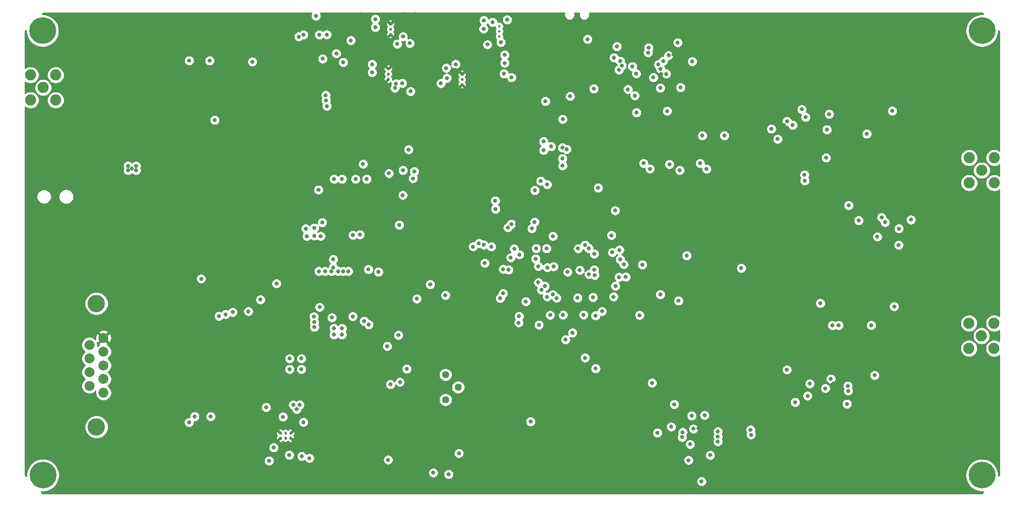
<source format=gbr>
G04 #@! TF.GenerationSoftware,KiCad,Pcbnew,(5.1.2)-1*
G04 #@! TF.CreationDate,2020-05-07T10:56:56-05:00*
G04 #@! TF.ProjectId,EMI_sensor_control_Rev2.0,454d495f-7365-46e7-936f-725f636f6e74,rev?*
G04 #@! TF.SameCoordinates,Original*
G04 #@! TF.FileFunction,Copper,L2,Inr*
G04 #@! TF.FilePolarity,Positive*
%FSLAX46Y46*%
G04 Gerber Fmt 4.6, Leading zero omitted, Abs format (unit mm)*
G04 Created by KiCad (PCBNEW (5.1.2)-1) date 2020-05-07 10:56:56*
%MOMM*%
%LPD*%
G04 APERTURE LIST*
%ADD10C,2.250000*%
%ADD11C,0.800000*%
%ADD12C,5.400000*%
%ADD13C,2.000000*%
%ADD14C,3.500000*%
%ADD15C,1.440000*%
%ADD16C,0.500000*%
%ADD17C,0.254000*%
G04 APERTURE END LIST*
D10*
X50774600Y-68605400D03*
X53314600Y-66065400D03*
X48234600Y-66065400D03*
X48234600Y-71145400D03*
X53314600Y-71145400D03*
X238125000Y-82829400D03*
X243205000Y-82829400D03*
X243205000Y-87909400D03*
X238125000Y-87909400D03*
X240665000Y-85369400D03*
X240639600Y-118872000D03*
X238099600Y-121412000D03*
X243179600Y-121412000D03*
X243179600Y-116332000D03*
X238099600Y-116332000D03*
D11*
X52168391Y-145634109D03*
X50736500Y-145041000D03*
X49304609Y-145634109D03*
X48711500Y-147066000D03*
X49304609Y-148497891D03*
X50736500Y-149091000D03*
X52168391Y-148497891D03*
X52761500Y-147066000D03*
D12*
X50736500Y-147066000D03*
X240728500Y-147066000D03*
D11*
X242753500Y-147066000D03*
X242160391Y-148497891D03*
X240728500Y-149091000D03*
X239296609Y-148497891D03*
X238703500Y-147066000D03*
X239296609Y-145634109D03*
X240728500Y-145041000D03*
X242160391Y-145634109D03*
X242160391Y-55654609D03*
X240728500Y-55061500D03*
X239296609Y-55654609D03*
X238703500Y-57086500D03*
X239296609Y-58518391D03*
X240728500Y-59111500D03*
X242160391Y-58518391D03*
X242753500Y-57086500D03*
D12*
X240728500Y-57086500D03*
X50673000Y-57086500D03*
D11*
X52698000Y-57086500D03*
X52104891Y-58518391D03*
X50673000Y-59111500D03*
X49241109Y-58518391D03*
X48648000Y-57086500D03*
X49241109Y-55654609D03*
X50673000Y-55061500D03*
X52104891Y-55654609D03*
D13*
X62989600Y-130381000D03*
X60149600Y-128996000D03*
X62989600Y-127611000D03*
X60149600Y-126226000D03*
X62989600Y-124841000D03*
X60149600Y-123456000D03*
X62989600Y-122071000D03*
X60149600Y-120686000D03*
X62989600Y-119301000D03*
D14*
X61569600Y-112346000D03*
X61569600Y-137336000D03*
D15*
X132194300Y-126733300D03*
X134734300Y-129273300D03*
X132194300Y-131813300D03*
D16*
X121046500Y-57799000D03*
X121046500Y-56769000D03*
X121046500Y-55739000D03*
X135524500Y-65899000D03*
X135524500Y-66929000D03*
X135524500Y-67959000D03*
X143081000Y-58243500D03*
X143081000Y-57213500D03*
X143081000Y-56183500D03*
X120602000Y-64819500D03*
X120602000Y-65849500D03*
X120602000Y-66879500D03*
X98822000Y-139552300D03*
X98822000Y-138552300D03*
X99822000Y-139552300D03*
X99822000Y-138552300D03*
X100822000Y-139552300D03*
X100822000Y-138552300D03*
D11*
X186055000Y-100330000D03*
X185039000Y-100330000D03*
X186055000Y-99187000D03*
X185039000Y-99187000D03*
X58039000Y-97282000D03*
X58039000Y-95504000D03*
X56007000Y-95504000D03*
X56007000Y-97282000D03*
X51943000Y-97155000D03*
X49911000Y-97155000D03*
X49911000Y-95631000D03*
X51943000Y-95631000D03*
X152831800Y-84429600D03*
X152806400Y-82956400D03*
X156591000Y-79400400D03*
X155905200Y-78536800D03*
X133604000Y-86283800D03*
X132283200Y-86283800D03*
X130911600Y-86258400D03*
X98882200Y-98729800D03*
X96164400Y-98653600D03*
X121285000Y-91262200D03*
X120040400Y-91313000D03*
X118973600Y-91287600D03*
X116992400Y-91262200D03*
X115824000Y-91236800D03*
X114757200Y-91287600D03*
X113792000Y-91313000D03*
X121285000Y-93472000D03*
X121285000Y-92278200D03*
X121310400Y-94767400D03*
X118059200Y-94894400D03*
X119024400Y-92329000D03*
X116967000Y-93548200D03*
X119024400Y-94894400D03*
X120065800Y-94919800D03*
X116967000Y-92354400D03*
X118084600Y-93548200D03*
X119024400Y-93548200D03*
X120065800Y-92303600D03*
X116992400Y-94843600D03*
X118059200Y-92329000D03*
X120065800Y-93522800D03*
X113817400Y-94919800D03*
X114782600Y-92354400D03*
X112725200Y-93573600D03*
X114782600Y-94919800D03*
X115824000Y-94945200D03*
X112725200Y-92379800D03*
X113842800Y-93573600D03*
X114782600Y-93573600D03*
X115824000Y-92329000D03*
X112750600Y-94869000D03*
X113817400Y-92354400D03*
X115824000Y-93548200D03*
X111734600Y-92252800D03*
X111734600Y-93472000D03*
X111734600Y-94869000D03*
X110693200Y-94843600D03*
X110693200Y-93497400D03*
X110693200Y-92278200D03*
X110693200Y-91059000D03*
X109728000Y-92278200D03*
X109753400Y-93497400D03*
X109728000Y-94843600D03*
X108661200Y-94792800D03*
X108635800Y-93497400D03*
X108635800Y-92303600D03*
X108635800Y-91059000D03*
X109626400Y-85372000D03*
X111252000Y-85372000D03*
X113995200Y-85372000D03*
X116230400Y-85372000D03*
X219710000Y-110490000D03*
X217551000Y-114173000D03*
X221234000Y-114935000D03*
X205867000Y-107950000D03*
X216916000Y-105156000D03*
X218821000Y-105156000D03*
X218821000Y-100838000D03*
X217551000Y-93345000D03*
X214503000Y-90297000D03*
X217551000Y-89027000D03*
X213487000Y-81153000D03*
X216916000Y-75057000D03*
X219202000Y-71501000D03*
X220726000Y-75946000D03*
X197358000Y-74549000D03*
X200660000Y-76200000D03*
X201930000Y-82194400D03*
X210601471Y-128468000D03*
X201726800Y-129032000D03*
X201726800Y-127050800D03*
X191617600Y-133654800D03*
X191617600Y-135636000D03*
X184049741Y-139348623D03*
X209854800Y-87020400D03*
X179064658Y-63560634D03*
X180781252Y-141569776D03*
X184404000Y-142798800D03*
X172720000Y-140512800D03*
X178816000Y-148285200D03*
X182067200Y-148285200D03*
X185978800Y-148285200D03*
X187960000Y-148336000D03*
X191668400Y-141020800D03*
X191668400Y-142951200D03*
X190601600Y-137820400D03*
X183333232Y-137579744D03*
X180136800Y-130657600D03*
X182168800Y-130657600D03*
X184200800Y-130657600D03*
X183540400Y-90170000D03*
X183692800Y-80975200D03*
X185064400Y-82092800D03*
X182372000Y-82092800D03*
X174599600Y-86664800D03*
X173532800Y-79756000D03*
X172212000Y-80924400D03*
X175818800Y-65836800D03*
X178339080Y-65827884D03*
X181051200Y-73355200D03*
X179070000Y-73304400D03*
X175006000Y-73355200D03*
X172974000Y-73304400D03*
X178281704Y-61841229D03*
X179070000Y-55422800D03*
X177088800Y-55321200D03*
X175107600Y-55372000D03*
X168706800Y-60604400D03*
X161239200Y-118567200D03*
X159461200Y-118160800D03*
X166573200Y-115722400D03*
X166166800Y-117500400D03*
X164388800Y-111556800D03*
X169519600Y-98196400D03*
X169468800Y-99669600D03*
X163002616Y-99292612D03*
X156362400Y-118160800D03*
X154635200Y-118414800D03*
X152857200Y-118313200D03*
X148590000Y-115976400D03*
X150317200Y-110439200D03*
X116065300Y-95746548D03*
X112255301Y-95746548D03*
X120579557Y-95684158D03*
X109710221Y-90521811D03*
X112142390Y-90611513D03*
X117652800Y-88188800D03*
X117975810Y-90532681D03*
X120505220Y-90521811D03*
X124996642Y-88312766D03*
X125984000Y-90297000D03*
X119871400Y-98027119D03*
X106451400Y-86309200D03*
X105943400Y-91846400D03*
X103784400Y-92862400D03*
X97498400Y-98704400D03*
X112650661Y-88165077D03*
X124053600Y-99822000D03*
X114909600Y-105613200D03*
X110931269Y-95812163D03*
X110363000Y-98044000D03*
X109718335Y-95749766D03*
X124236800Y-128082676D03*
X151215099Y-98682389D03*
X151663400Y-91973400D03*
X150063200Y-91973400D03*
X104089200Y-61569600D03*
X105333800Y-61595000D03*
X107899200Y-61569600D03*
X146634200Y-96266000D03*
X93548200Y-142290800D03*
X102108000Y-141173200D03*
X101600000Y-139903200D03*
X112903000Y-141859000D03*
X115265200Y-129971800D03*
X130073400Y-139573000D03*
X133121400Y-135686800D03*
X110972600Y-113461800D03*
X123647200Y-119837200D03*
X124256800Y-122174000D03*
X124942600Y-119786400D03*
X121686800Y-119840770D03*
X93141800Y-54457600D03*
X88747600Y-54483000D03*
X84531200Y-54406800D03*
X80289400Y-54533800D03*
X118795800Y-81000600D03*
X83743800Y-110007400D03*
X80111600Y-108559600D03*
X80619600Y-105664000D03*
X73761600Y-117424200D03*
X74904600Y-138353800D03*
X82524600Y-136372600D03*
X141780200Y-120421400D03*
X144627600Y-123723400D03*
X152120600Y-136220200D03*
X151942800Y-141135100D03*
X134162800Y-65024000D03*
X140131800Y-63398400D03*
X129349500Y-63804800D03*
X129362200Y-67386200D03*
X119253000Y-64008000D03*
X118237000Y-59690000D03*
X114427000Y-62865000D03*
X114427000Y-66548000D03*
X114935000Y-53721000D03*
X114935000Y-57277000D03*
X119634000Y-54864000D03*
X123825000Y-53721000D03*
X126111000Y-53721000D03*
X136906000Y-57658000D03*
X136906000Y-54102000D03*
X148082000Y-60071000D03*
X148336000Y-61976000D03*
X148336000Y-63754000D03*
X148716500Y-66167000D03*
X150368000Y-66167000D03*
X144780000Y-59182000D03*
X98425000Y-147066000D03*
X100330000Y-147447000D03*
X102997000Y-148590000D03*
X104775000Y-147320000D03*
X145288000Y-112395000D03*
X96012000Y-131191000D03*
X97028000Y-132207000D03*
X96012000Y-129540000D03*
X96012000Y-127889000D03*
X97028000Y-127000000D03*
X192659000Y-101219000D03*
X212471000Y-110236000D03*
X148971000Y-78613000D03*
X148971000Y-82296000D03*
X154559000Y-82169000D03*
X157607000Y-72009000D03*
X154051000Y-72009000D03*
X162814000Y-77851000D03*
X162814000Y-81407000D03*
X186563000Y-58547000D03*
X186563000Y-60452000D03*
X186563000Y-62484000D03*
X186563000Y-65659000D03*
X186563000Y-67564000D03*
X123993000Y-63500000D03*
X117856000Y-69088000D03*
X132715000Y-70485000D03*
X155062821Y-114047572D03*
X156464000Y-56896000D03*
X168148000Y-114300000D03*
X167640000Y-110998000D03*
X97409000Y-141478000D03*
X99314000Y-135255000D03*
X134899400Y-142646400D03*
X96494600Y-144170400D03*
X139954000Y-54991000D03*
X132461000Y-66675000D03*
X132334000Y-64643000D03*
X117983000Y-56388000D03*
X117983000Y-54737000D03*
X117348000Y-63881000D03*
X68707000Y-84963000D03*
X69596000Y-85344000D03*
X67945000Y-85344000D03*
X69596000Y-84455000D03*
X67945000Y-84455000D03*
X106934000Y-98679000D03*
X104140000Y-98679000D03*
X105664000Y-97002600D03*
X103911400Y-97155000D03*
X105606600Y-98596200D03*
X106476800Y-89306400D03*
X122809000Y-96418400D03*
X123545600Y-90373200D03*
X107238800Y-95910400D03*
X132816600Y-146888200D03*
X129717800Y-146583400D03*
X120396000Y-120954800D03*
X93091000Y-63373000D03*
X117348000Y-65532000D03*
X139890500Y-56705500D03*
X140666500Y-59880500D03*
X160909000Y-58801000D03*
X104648000Y-143637000D03*
X103124000Y-143256000D03*
X102082600Y-133705600D03*
X102666800Y-132842000D03*
X101371400Y-132842000D03*
X100634800Y-125628400D03*
X103022400Y-125628400D03*
X103022400Y-123469400D03*
X100634800Y-123469400D03*
X95885000Y-133324600D03*
X103454200Y-136347200D03*
X114860300Y-98354846D03*
X113460300Y-98463100D03*
X115490220Y-84074000D03*
X124714000Y-81153000D03*
X111252000Y-118618000D03*
X111252000Y-117348000D03*
X109601000Y-117348000D03*
X125603000Y-86995000D03*
X123571000Y-85344000D03*
X125857000Y-85598000D03*
X109474000Y-103378000D03*
X109474000Y-105029000D03*
X109626400Y-87122000D03*
X111252000Y-87122000D03*
X113995200Y-87122000D03*
X116230400Y-87122000D03*
X120751600Y-85953600D03*
X106553000Y-105791000D03*
X109215800Y-115163600D03*
X105664000Y-117094000D03*
X107823000Y-105791000D03*
X109093000Y-105791000D03*
X110490000Y-105791000D03*
X111506000Y-105791000D03*
X112522000Y-105791000D03*
X116586000Y-105410000D03*
X118618000Y-105918000D03*
X113411000Y-114935000D03*
X109601000Y-118618000D03*
X187299600Y-138258794D03*
X183997600Y-148336000D03*
X175640900Y-68656100D03*
X177038000Y-73355200D03*
X162549156Y-114768529D03*
X166176841Y-110952576D03*
X165760400Y-98501200D03*
X153365200Y-114655600D03*
X155956000Y-114604800D03*
X148437600Y-111912400D03*
X149656800Y-97129600D03*
X150215600Y-95808800D03*
X121036800Y-128696000D03*
X82753200Y-107315000D03*
X80289400Y-136372600D03*
X122428000Y-59753500D03*
X124968000Y-59626500D03*
X123602750Y-58261250D03*
X169081000Y-68961000D03*
X162179000Y-68834000D03*
X102489000Y-58293000D03*
X113030000Y-59055000D03*
X160401000Y-123317000D03*
X162560000Y-125476000D03*
X204825600Y-86258400D03*
X204876400Y-87426800D03*
X172262800Y-83921600D03*
X173532800Y-85039200D03*
X177495200Y-84124800D03*
X170815000Y-73660000D03*
X157399002Y-70358000D03*
X184607200Y-134924800D03*
X185013600Y-85090000D03*
X183692800Y-83921600D03*
X179578000Y-85344000D03*
X179171600Y-59486800D03*
X160121600Y-114604800D03*
X167513000Y-103378000D03*
X173990000Y-128397000D03*
X217424000Y-77978000D03*
X198120000Y-76962000D03*
X202438000Y-76200000D03*
X210464400Y-116738400D03*
X211734400Y-116738400D03*
X218316000Y-116716000D03*
X210154930Y-127573236D03*
X205892400Y-128543000D03*
X155892500Y-74993500D03*
X220415230Y-94882460D03*
X192024000Y-105156000D03*
X149402800Y-136232900D03*
X152019000Y-81280000D03*
X152019000Y-79502000D03*
X222587141Y-73322859D03*
X222961200Y-112928400D03*
X179324000Y-111760000D03*
X208026000Y-112268000D03*
X223901000Y-97155000D03*
X145542000Y-66548000D03*
X144018000Y-65786000D03*
X144145000Y-63627000D03*
X144145000Y-61976000D03*
X155879800Y-84404200D03*
X155854400Y-82956400D03*
X156692600Y-81076800D03*
X155829000Y-80772000D03*
X144653000Y-54864000D03*
X141732000Y-55372000D03*
X143383000Y-59436000D03*
X153543000Y-80518000D03*
X184150000Y-78312000D03*
X188595000Y-78312000D03*
X209169000Y-82804000D03*
X182118000Y-63296800D03*
X181362283Y-144047033D03*
X185754700Y-143022900D03*
X179730400Y-68580000D03*
X125095000Y-69360000D03*
X121947000Y-68680000D03*
X122176250Y-67820250D03*
X123435000Y-67700000D03*
X152400000Y-71374000D03*
X150241000Y-89408000D03*
X163068000Y-88900000D03*
X180975000Y-102616000D03*
X209804000Y-73964800D03*
X199390000Y-79008000D03*
X209346800Y-77114400D03*
X201284696Y-75419130D03*
X213664800Y-129997200D03*
X209042000Y-129489200D03*
X213606078Y-128998923D03*
X201269600Y-125730000D03*
X156475510Y-119634000D03*
X157875510Y-118237000D03*
X122656600Y-118719600D03*
X103454200Y-57912000D03*
X107316500Y-62763400D03*
X105968800Y-54102000D03*
X108004732Y-71173432D03*
X139928600Y-100431600D03*
X144932400Y-105486200D03*
X107963025Y-70141775D03*
X106654600Y-57912000D03*
X143864973Y-105357923D03*
X138940130Y-100116678D03*
X108189118Y-72347768D03*
X108169025Y-57870776D03*
X110099221Y-61696600D03*
X111499222Y-63474600D03*
X86360000Y-114858800D03*
X152276024Y-108785176D03*
X87705875Y-114502875D03*
X151587982Y-109555974D03*
X89127950Y-114070750D03*
X150977600Y-108051600D03*
X143840200Y-110255974D03*
X141452600Y-100798400D03*
X140124830Y-104143580D03*
X132181600Y-110655984D03*
X81432400Y-135178800D03*
X92303600Y-113919000D03*
X94742000Y-111531400D03*
X97993200Y-108280200D03*
X151434800Y-87514200D03*
X152755600Y-88214200D03*
X129082800Y-108455964D03*
X126365000Y-111355984D03*
X84683600Y-135178800D03*
X106705400Y-113055400D03*
X143256000Y-111252000D03*
X156889875Y-105938125D03*
X120573800Y-143967200D03*
X134239000Y-63881000D03*
X131239708Y-67743357D03*
X85471000Y-75184000D03*
X100584000Y-143002000D03*
X175641000Y-110490000D03*
X171450000Y-114681000D03*
X213741000Y-92456000D03*
X215773000Y-95504000D03*
X221132400Y-95859600D03*
X226364800Y-95351600D03*
X204266800Y-72999600D03*
X205033453Y-74579053D03*
X223875600Y-100482400D03*
X219557600Y-98806000D03*
X193903600Y-137871200D03*
X187299600Y-139258797D03*
X194005200Y-138887200D03*
X187299600Y-140258800D03*
X175056800Y-138480800D03*
X180187600Y-138379200D03*
X205435200Y-131013200D03*
X218998800Y-126847600D03*
X202900585Y-132299061D03*
X213410800Y-132638800D03*
X158917392Y-111169649D03*
X152781000Y-105029000D03*
X144809492Y-96947708D03*
X142245510Y-91505000D03*
X84467700Y-63157100D03*
X163855400Y-113893600D03*
X154051000Y-104825800D03*
X150520400Y-101182400D03*
X145516600Y-96240600D03*
X142316200Y-93192600D03*
X80314800Y-63144400D03*
X162279225Y-102261775D03*
X145375270Y-103011200D03*
X166497000Y-93484700D03*
X160418000Y-100482400D03*
X147146052Y-102408948D03*
X168258446Y-104391200D03*
X172008800Y-104444800D03*
X146070125Y-101211190D03*
X161165982Y-101148531D03*
X165938200Y-101955600D03*
X159360250Y-105561750D03*
X137769600Y-100798400D03*
X124336800Y-125564298D03*
X151083074Y-116640675D03*
X152739850Y-110946313D03*
X122961400Y-128219200D03*
X166268400Y-62534800D03*
X177311961Y-62085363D03*
X176225200Y-63234800D03*
X167538400Y-63234800D03*
X173287631Y-60524915D03*
X166871093Y-60280999D03*
X173177200Y-61518800D03*
X150418800Y-103265500D03*
X152628600Y-101182400D03*
X153924000Y-98682389D03*
X175260000Y-63934800D03*
X167298440Y-64986827D03*
X167881227Y-64174201D03*
X169987610Y-64323610D03*
X175694399Y-64835522D03*
X170789600Y-65781000D03*
X181660800Y-140817600D03*
X178456851Y-132740400D03*
X176853526Y-65818787D03*
X174244000Y-66548000D03*
X170481000Y-70231000D03*
X167386000Y-101473000D03*
X166573200Y-108765500D03*
X180073956Y-139372723D03*
X177846631Y-137261600D03*
X150977600Y-104800400D03*
X167286150Y-106965489D03*
X162356800Y-106578400D03*
X161215662Y-106427212D03*
X168656700Y-106933299D03*
X182004500Y-135042052D03*
X162263425Y-105495075D03*
X159018000Y-101193600D03*
X182339130Y-137688215D03*
X154649303Y-111203833D03*
X146989800Y-116205000D03*
X116668348Y-116574800D03*
X105654821Y-116093571D03*
X162018000Y-111063000D03*
X105537000Y-114985800D03*
X115722400Y-115874800D03*
X147066000Y-114884200D03*
X153924000Y-110515400D03*
D17*
G36*
X105051595Y-53611744D02*
G01*
X104973574Y-53800102D01*
X104933800Y-54000061D01*
X104933800Y-54203939D01*
X104973574Y-54403898D01*
X105051595Y-54592256D01*
X105164863Y-54761774D01*
X105309026Y-54905937D01*
X105478544Y-55019205D01*
X105666902Y-55097226D01*
X105866861Y-55137000D01*
X106070739Y-55137000D01*
X106270698Y-55097226D01*
X106459056Y-55019205D01*
X106628574Y-54905937D01*
X106772737Y-54761774D01*
X106857403Y-54635061D01*
X116948000Y-54635061D01*
X116948000Y-54838939D01*
X116987774Y-55038898D01*
X117065795Y-55227256D01*
X117179063Y-55396774D01*
X117323226Y-55540937D01*
X117355497Y-55562500D01*
X117323226Y-55584063D01*
X117179063Y-55728226D01*
X117065795Y-55897744D01*
X116987774Y-56086102D01*
X116948000Y-56286061D01*
X116948000Y-56489939D01*
X116987774Y-56689898D01*
X117065795Y-56878256D01*
X117179063Y-57047774D01*
X117323226Y-57191937D01*
X117492744Y-57305205D01*
X117681102Y-57383226D01*
X117881061Y-57423000D01*
X118084939Y-57423000D01*
X118284898Y-57383226D01*
X118473256Y-57305205D01*
X118642774Y-57191937D01*
X118786937Y-57047774D01*
X118900205Y-56878256D01*
X118978226Y-56689898D01*
X119018000Y-56489939D01*
X119018000Y-56286061D01*
X118978226Y-56086102D01*
X118900205Y-55897744D01*
X118786937Y-55728226D01*
X118711709Y-55652998D01*
X120161387Y-55652998D01*
X120161616Y-55827328D01*
X120195851Y-55998264D01*
X120261673Y-56157174D01*
X120398626Y-56160108D01*
X120328313Y-56230421D01*
X120351892Y-56254000D01*
X120328313Y-56277579D01*
X120398626Y-56347892D01*
X120261673Y-56350826D01*
X120195172Y-56511974D01*
X120161387Y-56682998D01*
X120161616Y-56857328D01*
X120195851Y-57028264D01*
X120261673Y-57187174D01*
X120398626Y-57190108D01*
X120328313Y-57260421D01*
X120351892Y-57284000D01*
X120328313Y-57307579D01*
X120398626Y-57377892D01*
X120261673Y-57380826D01*
X120195172Y-57541974D01*
X120161387Y-57712998D01*
X120161616Y-57887328D01*
X120195851Y-58058264D01*
X120261673Y-58217174D01*
X120450336Y-58221216D01*
X120872552Y-57799000D01*
X120855581Y-57782029D01*
X120983527Y-57654083D01*
X121109308Y-57653918D01*
X121237419Y-57782029D01*
X121220448Y-57799000D01*
X121642664Y-58221216D01*
X121831327Y-58217174D01*
X121897828Y-58056026D01*
X121931613Y-57885002D01*
X121931384Y-57710672D01*
X121897149Y-57539736D01*
X121831327Y-57380826D01*
X121694374Y-57377892D01*
X121764687Y-57307579D01*
X121741108Y-57284000D01*
X121764687Y-57260421D01*
X121694374Y-57190108D01*
X121831327Y-57187174D01*
X121897828Y-57026026D01*
X121931613Y-56855002D01*
X121931384Y-56680672D01*
X121915941Y-56603561D01*
X138855500Y-56603561D01*
X138855500Y-56807439D01*
X138895274Y-57007398D01*
X138973295Y-57195756D01*
X139086563Y-57365274D01*
X139230726Y-57509437D01*
X139400244Y-57622705D01*
X139588602Y-57700726D01*
X139788561Y-57740500D01*
X139992439Y-57740500D01*
X140192398Y-57700726D01*
X140380756Y-57622705D01*
X140550274Y-57509437D01*
X140694437Y-57365274D01*
X140807705Y-57195756D01*
X140885726Y-57007398D01*
X140925500Y-56807439D01*
X140925500Y-56603561D01*
X140885726Y-56403602D01*
X140807705Y-56215244D01*
X140694437Y-56045726D01*
X140550274Y-55901563D01*
X140502235Y-55869465D01*
X140613774Y-55794937D01*
X140736449Y-55672262D01*
X140736774Y-55673898D01*
X140814795Y-55862256D01*
X140928063Y-56031774D01*
X141072226Y-56175937D01*
X141241744Y-56289205D01*
X141430102Y-56367226D01*
X141630061Y-56407000D01*
X141833939Y-56407000D01*
X142033898Y-56367226D01*
X142201406Y-56297842D01*
X142230010Y-56441645D01*
X142296723Y-56602705D01*
X142360732Y-56698500D01*
X142296723Y-56794295D01*
X142230010Y-56955355D01*
X142196000Y-57126335D01*
X142196000Y-57300665D01*
X142230010Y-57471645D01*
X142296723Y-57632705D01*
X142360732Y-57728500D01*
X142296723Y-57824295D01*
X142230010Y-57985355D01*
X142196000Y-58156335D01*
X142196000Y-58330665D01*
X142230010Y-58501645D01*
X142296723Y-58662705D01*
X142393576Y-58807655D01*
X142492179Y-58906258D01*
X142465795Y-58945744D01*
X142387774Y-59134102D01*
X142348000Y-59334061D01*
X142348000Y-59537939D01*
X142387774Y-59737898D01*
X142465795Y-59926256D01*
X142579063Y-60095774D01*
X142723226Y-60239937D01*
X142892744Y-60353205D01*
X143081102Y-60431226D01*
X143281061Y-60471000D01*
X143484939Y-60471000D01*
X143684898Y-60431226D01*
X143873256Y-60353205D01*
X144042774Y-60239937D01*
X144103651Y-60179060D01*
X165836093Y-60179060D01*
X165836093Y-60382938D01*
X165875867Y-60582897D01*
X165953888Y-60771255D01*
X166067156Y-60940773D01*
X166211319Y-61084936D01*
X166380837Y-61198204D01*
X166569195Y-61276225D01*
X166769154Y-61315999D01*
X166973032Y-61315999D01*
X167172991Y-61276225D01*
X167361349Y-61198204D01*
X167530867Y-61084936D01*
X167675030Y-60940773D01*
X167788298Y-60771255D01*
X167866319Y-60582897D01*
X167906093Y-60382938D01*
X167906093Y-60179060D01*
X167866319Y-59979101D01*
X167788298Y-59790743D01*
X167675030Y-59621225D01*
X167530867Y-59477062D01*
X167392879Y-59384861D01*
X178136600Y-59384861D01*
X178136600Y-59588739D01*
X178176374Y-59788698D01*
X178254395Y-59977056D01*
X178367663Y-60146574D01*
X178511826Y-60290737D01*
X178681344Y-60404005D01*
X178869702Y-60482026D01*
X179069661Y-60521800D01*
X179273539Y-60521800D01*
X179473498Y-60482026D01*
X179661856Y-60404005D01*
X179831374Y-60290737D01*
X179975537Y-60146574D01*
X180088805Y-59977056D01*
X180166826Y-59788698D01*
X180206600Y-59588739D01*
X180206600Y-59384861D01*
X180166826Y-59184902D01*
X180088805Y-58996544D01*
X179975537Y-58827026D01*
X179831374Y-58682863D01*
X179661856Y-58569595D01*
X179473498Y-58491574D01*
X179273539Y-58451800D01*
X179069661Y-58451800D01*
X178869702Y-58491574D01*
X178681344Y-58569595D01*
X178511826Y-58682863D01*
X178367663Y-58827026D01*
X178254395Y-58996544D01*
X178176374Y-59184902D01*
X178136600Y-59384861D01*
X167392879Y-59384861D01*
X167361349Y-59363794D01*
X167172991Y-59285773D01*
X166973032Y-59245999D01*
X166769154Y-59245999D01*
X166569195Y-59285773D01*
X166380837Y-59363794D01*
X166211319Y-59477062D01*
X166067156Y-59621225D01*
X165953888Y-59790743D01*
X165875867Y-59979101D01*
X165836093Y-60179060D01*
X144103651Y-60179060D01*
X144186937Y-60095774D01*
X144300205Y-59926256D01*
X144378226Y-59737898D01*
X144418000Y-59537939D01*
X144418000Y-59334061D01*
X144378226Y-59134102D01*
X144300205Y-58945744D01*
X144186937Y-58776226D01*
X144109772Y-58699061D01*
X159874000Y-58699061D01*
X159874000Y-58902939D01*
X159913774Y-59102898D01*
X159991795Y-59291256D01*
X160105063Y-59460774D01*
X160249226Y-59604937D01*
X160418744Y-59718205D01*
X160607102Y-59796226D01*
X160807061Y-59836000D01*
X161010939Y-59836000D01*
X161210898Y-59796226D01*
X161399256Y-59718205D01*
X161568774Y-59604937D01*
X161712937Y-59460774D01*
X161826205Y-59291256D01*
X161904226Y-59102898D01*
X161944000Y-58902939D01*
X161944000Y-58699061D01*
X161904226Y-58499102D01*
X161826205Y-58310744D01*
X161712937Y-58141226D01*
X161568774Y-57997063D01*
X161399256Y-57883795D01*
X161210898Y-57805774D01*
X161010939Y-57766000D01*
X160807061Y-57766000D01*
X160607102Y-57805774D01*
X160418744Y-57883795D01*
X160249226Y-57997063D01*
X160105063Y-58141226D01*
X159991795Y-58310744D01*
X159913774Y-58499102D01*
X159874000Y-58699061D01*
X144109772Y-58699061D01*
X144042774Y-58632063D01*
X143913694Y-58545815D01*
X143931990Y-58501645D01*
X143966000Y-58330665D01*
X143966000Y-58156335D01*
X143931990Y-57985355D01*
X143865277Y-57824295D01*
X143801268Y-57728500D01*
X143865277Y-57632705D01*
X143931990Y-57471645D01*
X143966000Y-57300665D01*
X143966000Y-57126335D01*
X143931990Y-56955355D01*
X143865277Y-56794295D01*
X143801268Y-56698500D01*
X143865277Y-56602705D01*
X143931990Y-56441645D01*
X143966000Y-56270665D01*
X143966000Y-56096335D01*
X143931990Y-55925355D01*
X143865277Y-55764295D01*
X143768424Y-55619345D01*
X143645155Y-55496076D01*
X143500205Y-55399223D01*
X143339145Y-55332510D01*
X143168165Y-55298500D01*
X142993835Y-55298500D01*
X142822855Y-55332510D01*
X142767000Y-55355646D01*
X142767000Y-55270061D01*
X142727226Y-55070102D01*
X142649205Y-54881744D01*
X142569236Y-54762061D01*
X143618000Y-54762061D01*
X143618000Y-54965939D01*
X143657774Y-55165898D01*
X143735795Y-55354256D01*
X143849063Y-55523774D01*
X143993226Y-55667937D01*
X144162744Y-55781205D01*
X144351102Y-55859226D01*
X144551061Y-55899000D01*
X144754939Y-55899000D01*
X144954898Y-55859226D01*
X145143256Y-55781205D01*
X145312774Y-55667937D01*
X145456937Y-55523774D01*
X145570205Y-55354256D01*
X145648226Y-55165898D01*
X145688000Y-54965939D01*
X145688000Y-54762061D01*
X145648226Y-54562102D01*
X145570205Y-54373744D01*
X145456937Y-54204226D01*
X145312774Y-54060063D01*
X145143256Y-53946795D01*
X144954898Y-53868774D01*
X144754939Y-53829000D01*
X144551061Y-53829000D01*
X144351102Y-53868774D01*
X144162744Y-53946795D01*
X143993226Y-54060063D01*
X143849063Y-54204226D01*
X143735795Y-54373744D01*
X143657774Y-54562102D01*
X143618000Y-54762061D01*
X142569236Y-54762061D01*
X142535937Y-54712226D01*
X142391774Y-54568063D01*
X142222256Y-54454795D01*
X142033898Y-54376774D01*
X141833939Y-54337000D01*
X141630061Y-54337000D01*
X141430102Y-54376774D01*
X141241744Y-54454795D01*
X141072226Y-54568063D01*
X140949551Y-54690738D01*
X140949226Y-54689102D01*
X140871205Y-54500744D01*
X140757937Y-54331226D01*
X140613774Y-54187063D01*
X140444256Y-54073795D01*
X140255898Y-53995774D01*
X140055939Y-53956000D01*
X139852061Y-53956000D01*
X139652102Y-53995774D01*
X139463744Y-54073795D01*
X139294226Y-54187063D01*
X139150063Y-54331226D01*
X139036795Y-54500744D01*
X138958774Y-54689102D01*
X138919000Y-54889061D01*
X138919000Y-55092939D01*
X138958774Y-55292898D01*
X139036795Y-55481256D01*
X139150063Y-55650774D01*
X139294226Y-55794937D01*
X139342265Y-55827035D01*
X139230726Y-55901563D01*
X139086563Y-56045726D01*
X138973295Y-56215244D01*
X138895274Y-56403602D01*
X138855500Y-56603561D01*
X121915941Y-56603561D01*
X121897149Y-56509736D01*
X121831327Y-56350826D01*
X121694374Y-56347892D01*
X121764687Y-56277579D01*
X121741108Y-56254000D01*
X121764687Y-56230421D01*
X121694374Y-56160108D01*
X121831327Y-56157174D01*
X121897828Y-55996026D01*
X121931613Y-55825002D01*
X121931384Y-55650672D01*
X121897149Y-55479736D01*
X121831327Y-55320826D01*
X121642664Y-55316784D01*
X121220448Y-55739000D01*
X121237419Y-55755971D01*
X121109473Y-55883917D01*
X120983692Y-55884082D01*
X120855581Y-55755971D01*
X120872552Y-55739000D01*
X120450336Y-55316784D01*
X120261673Y-55320826D01*
X120195172Y-55481974D01*
X120161387Y-55652998D01*
X118711709Y-55652998D01*
X118642774Y-55584063D01*
X118610503Y-55562500D01*
X118642774Y-55540937D01*
X118786937Y-55396774D01*
X118900205Y-55227256D01*
X118935173Y-55142836D01*
X120624284Y-55142836D01*
X121046500Y-55565052D01*
X121468716Y-55142836D01*
X121464674Y-54954173D01*
X121303526Y-54887672D01*
X121132502Y-54853887D01*
X120958172Y-54854116D01*
X120787236Y-54888351D01*
X120628326Y-54954173D01*
X120624284Y-55142836D01*
X118935173Y-55142836D01*
X118978226Y-55038898D01*
X119018000Y-54838939D01*
X119018000Y-54635061D01*
X118978226Y-54435102D01*
X118900205Y-54246744D01*
X118786937Y-54077226D01*
X118642774Y-53933063D01*
X118473256Y-53819795D01*
X118284898Y-53741774D01*
X118084939Y-53702000D01*
X117881061Y-53702000D01*
X117681102Y-53741774D01*
X117492744Y-53819795D01*
X117323226Y-53933063D01*
X117179063Y-54077226D01*
X117065795Y-54246744D01*
X116987774Y-54435102D01*
X116948000Y-54635061D01*
X106857403Y-54635061D01*
X106886005Y-54592256D01*
X106964026Y-54403898D01*
X107003800Y-54203939D01*
X107003800Y-54000061D01*
X106964026Y-53800102D01*
X106886005Y-53611744D01*
X106789290Y-53467000D01*
X156260220Y-53467000D01*
X156233496Y-53531517D01*
X156191800Y-53741137D01*
X156191800Y-53954863D01*
X156233496Y-54164483D01*
X156315285Y-54361940D01*
X156434025Y-54539647D01*
X156585153Y-54690775D01*
X156762860Y-54809515D01*
X156960317Y-54891304D01*
X157169937Y-54933000D01*
X157383663Y-54933000D01*
X157593283Y-54891304D01*
X157790740Y-54809515D01*
X157968447Y-54690775D01*
X158119575Y-54539647D01*
X158238315Y-54361940D01*
X158320104Y-54164483D01*
X158361800Y-53954863D01*
X158361800Y-53741137D01*
X158320104Y-53531517D01*
X158293380Y-53467000D01*
X159260220Y-53467000D01*
X159233496Y-53531517D01*
X159191800Y-53741137D01*
X159191800Y-53954863D01*
X159233496Y-54164483D01*
X159315285Y-54361940D01*
X159434025Y-54539647D01*
X159585153Y-54690775D01*
X159762860Y-54809515D01*
X159960317Y-54891304D01*
X160169937Y-54933000D01*
X160383663Y-54933000D01*
X160593283Y-54891304D01*
X160790740Y-54809515D01*
X160968447Y-54690775D01*
X161119575Y-54539647D01*
X161238315Y-54361940D01*
X161320104Y-54164483D01*
X161361800Y-53954863D01*
X161361800Y-53741137D01*
X161320104Y-53531517D01*
X161293380Y-53467000D01*
X240736812Y-53467000D01*
X241002345Y-53751500D01*
X240400031Y-53751500D01*
X239755716Y-53879662D01*
X239148785Y-54131061D01*
X238602561Y-54496036D01*
X238138036Y-54960561D01*
X237773061Y-55506785D01*
X237521662Y-56113716D01*
X237393500Y-56758031D01*
X237393500Y-57414969D01*
X237521662Y-58059284D01*
X237773061Y-58666215D01*
X238138036Y-59212439D01*
X238602561Y-59676964D01*
X239148785Y-60041939D01*
X239755716Y-60293338D01*
X240400031Y-60421500D01*
X241056969Y-60421500D01*
X241701284Y-60293338D01*
X242308215Y-60041939D01*
X242854439Y-59676964D01*
X243318964Y-59212439D01*
X243683939Y-58666215D01*
X243935338Y-58059284D01*
X244063500Y-57414969D01*
X244063500Y-57031308D01*
X244221000Y-57200058D01*
X244221000Y-81391535D01*
X244038673Y-81269708D01*
X243718373Y-81137036D01*
X243378345Y-81069400D01*
X243031655Y-81069400D01*
X242691627Y-81137036D01*
X242371327Y-81269708D01*
X242083065Y-81462319D01*
X241837919Y-81707465D01*
X241645308Y-81995727D01*
X241512636Y-82316027D01*
X241445000Y-82656055D01*
X241445000Y-83002745D01*
X241512636Y-83342773D01*
X241645308Y-83663073D01*
X241837919Y-83951335D01*
X242083065Y-84196481D01*
X242371327Y-84389092D01*
X242691627Y-84521764D01*
X243031655Y-84589400D01*
X243378345Y-84589400D01*
X243718373Y-84521764D01*
X244038673Y-84389092D01*
X244221000Y-84267265D01*
X244221000Y-86471535D01*
X244038673Y-86349708D01*
X243718373Y-86217036D01*
X243378345Y-86149400D01*
X243031655Y-86149400D01*
X242691627Y-86217036D01*
X242371327Y-86349708D01*
X242083065Y-86542319D01*
X241837919Y-86787465D01*
X241645308Y-87075727D01*
X241512636Y-87396027D01*
X241445000Y-87736055D01*
X241445000Y-88082745D01*
X241512636Y-88422773D01*
X241645308Y-88743073D01*
X241837919Y-89031335D01*
X242083065Y-89276481D01*
X242371327Y-89469092D01*
X242691627Y-89601764D01*
X243031655Y-89669400D01*
X243378345Y-89669400D01*
X243718373Y-89601764D01*
X244038673Y-89469092D01*
X244221000Y-89347265D01*
X244221000Y-114911107D01*
X244013273Y-114772308D01*
X243692973Y-114639636D01*
X243352945Y-114572000D01*
X243006255Y-114572000D01*
X242666227Y-114639636D01*
X242345927Y-114772308D01*
X242057665Y-114964919D01*
X241812519Y-115210065D01*
X241619908Y-115498327D01*
X241487236Y-115818627D01*
X241419600Y-116158655D01*
X241419600Y-116505345D01*
X241487236Y-116845373D01*
X241619908Y-117165673D01*
X241812519Y-117453935D01*
X242057665Y-117699081D01*
X242345927Y-117891692D01*
X242666227Y-118024364D01*
X243006255Y-118092000D01*
X243352945Y-118092000D01*
X243692973Y-118024364D01*
X244013273Y-117891692D01*
X244221000Y-117752893D01*
X244221000Y-119991107D01*
X244013273Y-119852308D01*
X243692973Y-119719636D01*
X243352945Y-119652000D01*
X243006255Y-119652000D01*
X242666227Y-119719636D01*
X242345927Y-119852308D01*
X242057665Y-120044919D01*
X241812519Y-120290065D01*
X241619908Y-120578327D01*
X241487236Y-120898627D01*
X241419600Y-121238655D01*
X241419600Y-121585345D01*
X241487236Y-121925373D01*
X241619908Y-122245673D01*
X241812519Y-122533935D01*
X242057665Y-122779081D01*
X242345927Y-122971692D01*
X242666227Y-123104364D01*
X243006255Y-123172000D01*
X243352945Y-123172000D01*
X243692973Y-123104364D01*
X244013273Y-122971692D01*
X244221000Y-122832893D01*
X244221000Y-147015942D01*
X244063500Y-147184692D01*
X244063500Y-146737531D01*
X243935338Y-146093216D01*
X243683939Y-145486285D01*
X243318964Y-144940061D01*
X242854439Y-144475536D01*
X242308215Y-144110561D01*
X241701284Y-143859162D01*
X241056969Y-143731000D01*
X240400031Y-143731000D01*
X239755716Y-143859162D01*
X239148785Y-144110561D01*
X238602561Y-144475536D01*
X238138036Y-144940061D01*
X237773061Y-145486285D01*
X237521662Y-146093216D01*
X237393500Y-146737531D01*
X237393500Y-147394469D01*
X237521662Y-148038784D01*
X237773061Y-148645715D01*
X238138036Y-149191939D01*
X238602561Y-149656464D01*
X239148785Y-150021439D01*
X239755716Y-150272838D01*
X240400031Y-150401000D01*
X241056969Y-150401000D01*
X241062671Y-150399866D01*
X240736812Y-150749000D01*
X50726871Y-150749000D01*
X50386291Y-150396676D01*
X50408031Y-150401000D01*
X51064969Y-150401000D01*
X51709284Y-150272838D01*
X52316215Y-150021439D01*
X52862439Y-149656464D01*
X53326964Y-149191939D01*
X53691939Y-148645715D01*
X53862451Y-148234061D01*
X182962600Y-148234061D01*
X182962600Y-148437939D01*
X183002374Y-148637898D01*
X183080395Y-148826256D01*
X183193663Y-148995774D01*
X183337826Y-149139937D01*
X183507344Y-149253205D01*
X183695702Y-149331226D01*
X183895661Y-149371000D01*
X184099539Y-149371000D01*
X184299498Y-149331226D01*
X184487856Y-149253205D01*
X184657374Y-149139937D01*
X184801537Y-148995774D01*
X184914805Y-148826256D01*
X184992826Y-148637898D01*
X185032600Y-148437939D01*
X185032600Y-148234061D01*
X184992826Y-148034102D01*
X184914805Y-147845744D01*
X184801537Y-147676226D01*
X184657374Y-147532063D01*
X184487856Y-147418795D01*
X184299498Y-147340774D01*
X184099539Y-147301000D01*
X183895661Y-147301000D01*
X183695702Y-147340774D01*
X183507344Y-147418795D01*
X183337826Y-147532063D01*
X183193663Y-147676226D01*
X183080395Y-147845744D01*
X183002374Y-148034102D01*
X182962600Y-148234061D01*
X53862451Y-148234061D01*
X53943338Y-148038784D01*
X54071500Y-147394469D01*
X54071500Y-146737531D01*
X54020565Y-146481461D01*
X128682800Y-146481461D01*
X128682800Y-146685339D01*
X128722574Y-146885298D01*
X128800595Y-147073656D01*
X128913863Y-147243174D01*
X129058026Y-147387337D01*
X129227544Y-147500605D01*
X129415902Y-147578626D01*
X129615861Y-147618400D01*
X129819739Y-147618400D01*
X130019698Y-147578626D01*
X130208056Y-147500605D01*
X130377574Y-147387337D01*
X130521737Y-147243174D01*
X130635005Y-147073656D01*
X130713026Y-146885298D01*
X130732725Y-146786261D01*
X131781600Y-146786261D01*
X131781600Y-146990139D01*
X131821374Y-147190098D01*
X131899395Y-147378456D01*
X132012663Y-147547974D01*
X132156826Y-147692137D01*
X132326344Y-147805405D01*
X132514702Y-147883426D01*
X132714661Y-147923200D01*
X132918539Y-147923200D01*
X133118498Y-147883426D01*
X133306856Y-147805405D01*
X133476374Y-147692137D01*
X133620537Y-147547974D01*
X133733805Y-147378456D01*
X133811826Y-147190098D01*
X133851600Y-146990139D01*
X133851600Y-146786261D01*
X133811826Y-146586302D01*
X133733805Y-146397944D01*
X133620537Y-146228426D01*
X133476374Y-146084263D01*
X133306856Y-145970995D01*
X133118498Y-145892974D01*
X132918539Y-145853200D01*
X132714661Y-145853200D01*
X132514702Y-145892974D01*
X132326344Y-145970995D01*
X132156826Y-146084263D01*
X132012663Y-146228426D01*
X131899395Y-146397944D01*
X131821374Y-146586302D01*
X131781600Y-146786261D01*
X130732725Y-146786261D01*
X130752800Y-146685339D01*
X130752800Y-146481461D01*
X130713026Y-146281502D01*
X130635005Y-146093144D01*
X130521737Y-145923626D01*
X130377574Y-145779463D01*
X130208056Y-145666195D01*
X130019698Y-145588174D01*
X129819739Y-145548400D01*
X129615861Y-145548400D01*
X129415902Y-145588174D01*
X129227544Y-145666195D01*
X129058026Y-145779463D01*
X128913863Y-145923626D01*
X128800595Y-146093144D01*
X128722574Y-146281502D01*
X128682800Y-146481461D01*
X54020565Y-146481461D01*
X53943338Y-146093216D01*
X53691939Y-145486285D01*
X53326964Y-144940061D01*
X52862439Y-144475536D01*
X52316215Y-144110561D01*
X52214577Y-144068461D01*
X95459600Y-144068461D01*
X95459600Y-144272339D01*
X95499374Y-144472298D01*
X95577395Y-144660656D01*
X95690663Y-144830174D01*
X95834826Y-144974337D01*
X96004344Y-145087605D01*
X96192702Y-145165626D01*
X96392661Y-145205400D01*
X96596539Y-145205400D01*
X96796498Y-145165626D01*
X96984856Y-145087605D01*
X97154374Y-144974337D01*
X97298537Y-144830174D01*
X97411805Y-144660656D01*
X97489826Y-144472298D01*
X97529600Y-144272339D01*
X97529600Y-144068461D01*
X97489826Y-143868502D01*
X97411805Y-143680144D01*
X97298537Y-143510626D01*
X97154374Y-143366463D01*
X96984856Y-143253195D01*
X96796498Y-143175174D01*
X96596539Y-143135400D01*
X96392661Y-143135400D01*
X96192702Y-143175174D01*
X96004344Y-143253195D01*
X95834826Y-143366463D01*
X95690663Y-143510626D01*
X95577395Y-143680144D01*
X95499374Y-143868502D01*
X95459600Y-144068461D01*
X52214577Y-144068461D01*
X51709284Y-143859162D01*
X51064969Y-143731000D01*
X50408031Y-143731000D01*
X49763716Y-143859162D01*
X49156785Y-144110561D01*
X48610561Y-144475536D01*
X48146036Y-144940061D01*
X47781061Y-145486285D01*
X47529662Y-146093216D01*
X47401500Y-146737531D01*
X47401500Y-147308961D01*
X47117000Y-147014651D01*
X47117000Y-142900061D01*
X99549000Y-142900061D01*
X99549000Y-143103939D01*
X99588774Y-143303898D01*
X99666795Y-143492256D01*
X99780063Y-143661774D01*
X99924226Y-143805937D01*
X100093744Y-143919205D01*
X100282102Y-143997226D01*
X100482061Y-144037000D01*
X100685939Y-144037000D01*
X100885898Y-143997226D01*
X101074256Y-143919205D01*
X101243774Y-143805937D01*
X101387937Y-143661774D01*
X101501205Y-143492256D01*
X101579226Y-143303898D01*
X101609030Y-143154061D01*
X102089000Y-143154061D01*
X102089000Y-143357939D01*
X102128774Y-143557898D01*
X102206795Y-143746256D01*
X102320063Y-143915774D01*
X102464226Y-144059937D01*
X102633744Y-144173205D01*
X102822102Y-144251226D01*
X103022061Y-144291000D01*
X103225939Y-144291000D01*
X103425898Y-144251226D01*
X103614256Y-144173205D01*
X103720439Y-144102256D01*
X103730795Y-144127256D01*
X103844063Y-144296774D01*
X103988226Y-144440937D01*
X104157744Y-144554205D01*
X104346102Y-144632226D01*
X104546061Y-144672000D01*
X104749939Y-144672000D01*
X104949898Y-144632226D01*
X105138256Y-144554205D01*
X105307774Y-144440937D01*
X105451937Y-144296774D01*
X105565205Y-144127256D01*
X105643226Y-143938898D01*
X105657873Y-143865261D01*
X119538800Y-143865261D01*
X119538800Y-144069139D01*
X119578574Y-144269098D01*
X119656595Y-144457456D01*
X119769863Y-144626974D01*
X119914026Y-144771137D01*
X120083544Y-144884405D01*
X120271902Y-144962426D01*
X120471861Y-145002200D01*
X120675739Y-145002200D01*
X120875698Y-144962426D01*
X121064056Y-144884405D01*
X121233574Y-144771137D01*
X121377737Y-144626974D01*
X121491005Y-144457456D01*
X121569026Y-144269098D01*
X121608800Y-144069139D01*
X121608800Y-143945094D01*
X180327283Y-143945094D01*
X180327283Y-144148972D01*
X180367057Y-144348931D01*
X180445078Y-144537289D01*
X180558346Y-144706807D01*
X180702509Y-144850970D01*
X180872027Y-144964238D01*
X181060385Y-145042259D01*
X181260344Y-145082033D01*
X181464222Y-145082033D01*
X181664181Y-145042259D01*
X181852539Y-144964238D01*
X182022057Y-144850970D01*
X182166220Y-144706807D01*
X182279488Y-144537289D01*
X182357509Y-144348931D01*
X182397283Y-144148972D01*
X182397283Y-143945094D01*
X182357509Y-143745135D01*
X182279488Y-143556777D01*
X182166220Y-143387259D01*
X182022057Y-143243096D01*
X181852539Y-143129828D01*
X181664181Y-143051807D01*
X181464222Y-143012033D01*
X181260344Y-143012033D01*
X181060385Y-143051807D01*
X180872027Y-143129828D01*
X180702509Y-143243096D01*
X180558346Y-143387259D01*
X180445078Y-143556777D01*
X180367057Y-143745135D01*
X180327283Y-143945094D01*
X121608800Y-143945094D01*
X121608800Y-143865261D01*
X121569026Y-143665302D01*
X121491005Y-143476944D01*
X121377737Y-143307426D01*
X121233574Y-143163263D01*
X121064056Y-143049995D01*
X120875698Y-142971974D01*
X120675739Y-142932200D01*
X120471861Y-142932200D01*
X120271902Y-142971974D01*
X120083544Y-143049995D01*
X119914026Y-143163263D01*
X119769863Y-143307426D01*
X119656595Y-143476944D01*
X119578574Y-143665302D01*
X119538800Y-143865261D01*
X105657873Y-143865261D01*
X105683000Y-143738939D01*
X105683000Y-143535061D01*
X105643226Y-143335102D01*
X105565205Y-143146744D01*
X105451937Y-142977226D01*
X105307774Y-142833063D01*
X105138256Y-142719795D01*
X104949898Y-142641774D01*
X104749939Y-142602000D01*
X104546061Y-142602000D01*
X104346102Y-142641774D01*
X104157744Y-142719795D01*
X104051561Y-142790744D01*
X104041205Y-142765744D01*
X103927937Y-142596226D01*
X103876172Y-142544461D01*
X133864400Y-142544461D01*
X133864400Y-142748339D01*
X133904174Y-142948298D01*
X133982195Y-143136656D01*
X134095463Y-143306174D01*
X134239626Y-143450337D01*
X134409144Y-143563605D01*
X134597502Y-143641626D01*
X134797461Y-143681400D01*
X135001339Y-143681400D01*
X135201298Y-143641626D01*
X135389656Y-143563605D01*
X135559174Y-143450337D01*
X135703337Y-143306174D01*
X135816605Y-143136656D01*
X135894626Y-142948298D01*
X135900063Y-142920961D01*
X184719700Y-142920961D01*
X184719700Y-143124839D01*
X184759474Y-143324798D01*
X184837495Y-143513156D01*
X184950763Y-143682674D01*
X185094926Y-143826837D01*
X185264444Y-143940105D01*
X185452802Y-144018126D01*
X185652761Y-144057900D01*
X185856639Y-144057900D01*
X186056598Y-144018126D01*
X186244956Y-143940105D01*
X186414474Y-143826837D01*
X186558637Y-143682674D01*
X186671905Y-143513156D01*
X186749926Y-143324798D01*
X186789700Y-143124839D01*
X186789700Y-142920961D01*
X186749926Y-142721002D01*
X186671905Y-142532644D01*
X186558637Y-142363126D01*
X186414474Y-142218963D01*
X186244956Y-142105695D01*
X186056598Y-142027674D01*
X185856639Y-141987900D01*
X185652761Y-141987900D01*
X185452802Y-142027674D01*
X185264444Y-142105695D01*
X185094926Y-142218963D01*
X184950763Y-142363126D01*
X184837495Y-142532644D01*
X184759474Y-142721002D01*
X184719700Y-142920961D01*
X135900063Y-142920961D01*
X135934400Y-142748339D01*
X135934400Y-142544461D01*
X135894626Y-142344502D01*
X135816605Y-142156144D01*
X135703337Y-141986626D01*
X135559174Y-141842463D01*
X135389656Y-141729195D01*
X135201298Y-141651174D01*
X135001339Y-141611400D01*
X134797461Y-141611400D01*
X134597502Y-141651174D01*
X134409144Y-141729195D01*
X134239626Y-141842463D01*
X134095463Y-141986626D01*
X133982195Y-142156144D01*
X133904174Y-142344502D01*
X133864400Y-142544461D01*
X103876172Y-142544461D01*
X103783774Y-142452063D01*
X103614256Y-142338795D01*
X103425898Y-142260774D01*
X103225939Y-142221000D01*
X103022061Y-142221000D01*
X102822102Y-142260774D01*
X102633744Y-142338795D01*
X102464226Y-142452063D01*
X102320063Y-142596226D01*
X102206795Y-142765744D01*
X102128774Y-142954102D01*
X102089000Y-143154061D01*
X101609030Y-143154061D01*
X101619000Y-143103939D01*
X101619000Y-142900061D01*
X101579226Y-142700102D01*
X101501205Y-142511744D01*
X101387937Y-142342226D01*
X101243774Y-142198063D01*
X101074256Y-142084795D01*
X100885898Y-142006774D01*
X100685939Y-141967000D01*
X100482061Y-141967000D01*
X100282102Y-142006774D01*
X100093744Y-142084795D01*
X99924226Y-142198063D01*
X99780063Y-142342226D01*
X99666795Y-142511744D01*
X99588774Y-142700102D01*
X99549000Y-142900061D01*
X47117000Y-142900061D01*
X47117000Y-141376061D01*
X96374000Y-141376061D01*
X96374000Y-141579939D01*
X96413774Y-141779898D01*
X96491795Y-141968256D01*
X96605063Y-142137774D01*
X96749226Y-142281937D01*
X96918744Y-142395205D01*
X97107102Y-142473226D01*
X97307061Y-142513000D01*
X97510939Y-142513000D01*
X97710898Y-142473226D01*
X97899256Y-142395205D01*
X98068774Y-142281937D01*
X98212937Y-142137774D01*
X98326205Y-141968256D01*
X98404226Y-141779898D01*
X98444000Y-141579939D01*
X98444000Y-141376061D01*
X98404226Y-141176102D01*
X98326205Y-140987744D01*
X98212937Y-140818226D01*
X98110372Y-140715661D01*
X180625800Y-140715661D01*
X180625800Y-140919539D01*
X180665574Y-141119498D01*
X180743595Y-141307856D01*
X180856863Y-141477374D01*
X181001026Y-141621537D01*
X181170544Y-141734805D01*
X181358902Y-141812826D01*
X181558861Y-141852600D01*
X181762739Y-141852600D01*
X181962698Y-141812826D01*
X182151056Y-141734805D01*
X182320574Y-141621537D01*
X182464737Y-141477374D01*
X182578005Y-141307856D01*
X182656026Y-141119498D01*
X182695800Y-140919539D01*
X182695800Y-140715661D01*
X182656026Y-140515702D01*
X182578005Y-140327344D01*
X182464737Y-140157826D01*
X182320574Y-140013663D01*
X182151056Y-139900395D01*
X181962698Y-139822374D01*
X181762739Y-139782600D01*
X181558861Y-139782600D01*
X181358902Y-139822374D01*
X181170544Y-139900395D01*
X181001026Y-140013663D01*
X180856863Y-140157826D01*
X180743595Y-140327344D01*
X180665574Y-140515702D01*
X180625800Y-140715661D01*
X98110372Y-140715661D01*
X98068774Y-140674063D01*
X97899256Y-140560795D01*
X97710898Y-140482774D01*
X97510939Y-140443000D01*
X97307061Y-140443000D01*
X97107102Y-140482774D01*
X96918744Y-140560795D01*
X96749226Y-140674063D01*
X96605063Y-140818226D01*
X96491795Y-140987744D01*
X96413774Y-141176102D01*
X96374000Y-141376061D01*
X47117000Y-141376061D01*
X47117000Y-137101098D01*
X59184600Y-137101098D01*
X59184600Y-137570902D01*
X59276254Y-138031679D01*
X59456040Y-138465721D01*
X59717050Y-138856349D01*
X60049251Y-139188550D01*
X60439879Y-139449560D01*
X60873921Y-139629346D01*
X61334698Y-139721000D01*
X61804502Y-139721000D01*
X62265279Y-139629346D01*
X62699321Y-139449560D01*
X63089949Y-139188550D01*
X63422150Y-138856349D01*
X63682774Y-138466298D01*
X97936887Y-138466298D01*
X97937116Y-138640628D01*
X97971351Y-138811564D01*
X98037173Y-138970474D01*
X98144755Y-138972779D01*
X98103813Y-139013721D01*
X98142392Y-139052300D01*
X98103813Y-139090879D01*
X98144755Y-139131821D01*
X98037173Y-139134126D01*
X97970672Y-139295274D01*
X97936887Y-139466298D01*
X97937116Y-139640628D01*
X97971351Y-139811564D01*
X98037173Y-139970474D01*
X98225836Y-139974516D01*
X98648052Y-139552300D01*
X98631081Y-139535329D01*
X98730152Y-139436258D01*
X98735998Y-139437413D01*
X98910328Y-139437184D01*
X98914032Y-139436442D01*
X98938042Y-139460452D01*
X98936887Y-139466298D01*
X98937116Y-139640628D01*
X98937858Y-139644332D01*
X98838971Y-139743219D01*
X98822000Y-139726248D01*
X98399784Y-140148464D01*
X98403826Y-140337127D01*
X98564974Y-140403628D01*
X98735998Y-140437413D01*
X98910328Y-140437184D01*
X99081264Y-140402949D01*
X99240174Y-140337127D01*
X99242479Y-140229545D01*
X99283421Y-140270487D01*
X99322000Y-140231908D01*
X99360579Y-140270487D01*
X99401521Y-140229545D01*
X99403826Y-140337127D01*
X99564974Y-140403628D01*
X99735998Y-140437413D01*
X99910328Y-140437184D01*
X100081264Y-140402949D01*
X100240174Y-140337127D01*
X100242479Y-140229545D01*
X100283421Y-140270487D01*
X100322000Y-140231908D01*
X100360579Y-140270487D01*
X100401521Y-140229545D01*
X100403826Y-140337127D01*
X100564974Y-140403628D01*
X100735998Y-140437413D01*
X100910328Y-140437184D01*
X101081264Y-140402949D01*
X101240174Y-140337127D01*
X101244216Y-140148464D01*
X100822000Y-139726248D01*
X100805029Y-139743219D01*
X100705958Y-139644148D01*
X100707113Y-139638302D01*
X100706884Y-139463972D01*
X100706142Y-139460268D01*
X100730152Y-139436258D01*
X100735998Y-139437413D01*
X100910328Y-139437184D01*
X100914032Y-139436442D01*
X101012919Y-139535329D01*
X100995948Y-139552300D01*
X101418164Y-139974516D01*
X101606827Y-139970474D01*
X101673328Y-139809326D01*
X101707113Y-139638302D01*
X101706884Y-139463972D01*
X101672649Y-139293036D01*
X101606827Y-139134126D01*
X101499245Y-139131821D01*
X101540187Y-139090879D01*
X101501608Y-139052300D01*
X101540187Y-139013721D01*
X101499245Y-138972779D01*
X101606827Y-138970474D01*
X101673328Y-138809326D01*
X101707113Y-138638302D01*
X101706884Y-138463972D01*
X101689838Y-138378861D01*
X174021800Y-138378861D01*
X174021800Y-138582739D01*
X174061574Y-138782698D01*
X174139595Y-138971056D01*
X174252863Y-139140574D01*
X174397026Y-139284737D01*
X174566544Y-139398005D01*
X174754902Y-139476026D01*
X174954861Y-139515800D01*
X175158739Y-139515800D01*
X175358698Y-139476026D01*
X175547056Y-139398005D01*
X175716574Y-139284737D01*
X175730527Y-139270784D01*
X179038956Y-139270784D01*
X179038956Y-139474662D01*
X179078730Y-139674621D01*
X179156751Y-139862979D01*
X179270019Y-140032497D01*
X179414182Y-140176660D01*
X179583700Y-140289928D01*
X179772058Y-140367949D01*
X179972017Y-140407723D01*
X180175895Y-140407723D01*
X180375854Y-140367949D01*
X180564212Y-140289928D01*
X180733730Y-140176660D01*
X180877893Y-140032497D01*
X180991161Y-139862979D01*
X181069182Y-139674621D01*
X181108956Y-139474662D01*
X181108956Y-139270784D01*
X181069182Y-139070825D01*
X181031324Y-138979428D01*
X181104805Y-138869456D01*
X181182826Y-138681098D01*
X181222600Y-138481139D01*
X181222600Y-138277261D01*
X181182826Y-138077302D01*
X181104805Y-137888944D01*
X180991537Y-137719426D01*
X180858387Y-137586276D01*
X181304130Y-137586276D01*
X181304130Y-137790154D01*
X181343904Y-137990113D01*
X181421925Y-138178471D01*
X181535193Y-138347989D01*
X181679356Y-138492152D01*
X181848874Y-138605420D01*
X182037232Y-138683441D01*
X182237191Y-138723215D01*
X182441069Y-138723215D01*
X182641028Y-138683441D01*
X182829386Y-138605420D01*
X182998904Y-138492152D01*
X183143067Y-138347989D01*
X183256335Y-138178471D01*
X183265288Y-138156855D01*
X186264600Y-138156855D01*
X186264600Y-138360733D01*
X186304374Y-138560692D01*
X186382395Y-138749050D01*
X186388907Y-138758796D01*
X186382395Y-138768541D01*
X186304374Y-138956899D01*
X186264600Y-139156858D01*
X186264600Y-139360736D01*
X186304374Y-139560695D01*
X186382395Y-139749053D01*
X186388907Y-139758798D01*
X186382395Y-139768544D01*
X186304374Y-139956902D01*
X186264600Y-140156861D01*
X186264600Y-140360739D01*
X186304374Y-140560698D01*
X186382395Y-140749056D01*
X186495663Y-140918574D01*
X186639826Y-141062737D01*
X186809344Y-141176005D01*
X186997702Y-141254026D01*
X187197661Y-141293800D01*
X187401539Y-141293800D01*
X187601498Y-141254026D01*
X187789856Y-141176005D01*
X187959374Y-141062737D01*
X188103537Y-140918574D01*
X188216805Y-140749056D01*
X188294826Y-140560698D01*
X188334600Y-140360739D01*
X188334600Y-140156861D01*
X188294826Y-139956902D01*
X188216805Y-139768544D01*
X188210293Y-139758799D01*
X188216805Y-139749053D01*
X188294826Y-139560695D01*
X188334600Y-139360736D01*
X188334600Y-139156858D01*
X188294826Y-138956899D01*
X188216805Y-138768541D01*
X188210293Y-138758796D01*
X188216805Y-138749050D01*
X188294826Y-138560692D01*
X188334600Y-138360733D01*
X188334600Y-138156855D01*
X188294826Y-137956896D01*
X188217105Y-137769261D01*
X192868600Y-137769261D01*
X192868600Y-137973139D01*
X192908374Y-138173098D01*
X192986395Y-138361456D01*
X193058188Y-138468903D01*
X193009974Y-138585302D01*
X192970200Y-138785261D01*
X192970200Y-138989139D01*
X193009974Y-139189098D01*
X193087995Y-139377456D01*
X193201263Y-139546974D01*
X193345426Y-139691137D01*
X193514944Y-139804405D01*
X193703302Y-139882426D01*
X193903261Y-139922200D01*
X194107139Y-139922200D01*
X194307098Y-139882426D01*
X194495456Y-139804405D01*
X194664974Y-139691137D01*
X194809137Y-139546974D01*
X194922405Y-139377456D01*
X195000426Y-139189098D01*
X195040200Y-138989139D01*
X195040200Y-138785261D01*
X195000426Y-138585302D01*
X194922405Y-138396944D01*
X194850612Y-138289497D01*
X194898826Y-138173098D01*
X194938600Y-137973139D01*
X194938600Y-137769261D01*
X194898826Y-137569302D01*
X194820805Y-137380944D01*
X194707537Y-137211426D01*
X194563374Y-137067263D01*
X194393856Y-136953995D01*
X194205498Y-136875974D01*
X194005539Y-136836200D01*
X193801661Y-136836200D01*
X193601702Y-136875974D01*
X193413344Y-136953995D01*
X193243826Y-137067263D01*
X193099663Y-137211426D01*
X192986395Y-137380944D01*
X192908374Y-137569302D01*
X192868600Y-137769261D01*
X188217105Y-137769261D01*
X188216805Y-137768538D01*
X188103537Y-137599020D01*
X187959374Y-137454857D01*
X187789856Y-137341589D01*
X187601498Y-137263568D01*
X187401539Y-137223794D01*
X187197661Y-137223794D01*
X186997702Y-137263568D01*
X186809344Y-137341589D01*
X186639826Y-137454857D01*
X186495663Y-137599020D01*
X186382395Y-137768538D01*
X186304374Y-137956896D01*
X186264600Y-138156855D01*
X183265288Y-138156855D01*
X183334356Y-137990113D01*
X183374130Y-137790154D01*
X183374130Y-137586276D01*
X183334356Y-137386317D01*
X183256335Y-137197959D01*
X183143067Y-137028441D01*
X182998904Y-136884278D01*
X182829386Y-136771010D01*
X182641028Y-136692989D01*
X182441069Y-136653215D01*
X182237191Y-136653215D01*
X182037232Y-136692989D01*
X181848874Y-136771010D01*
X181679356Y-136884278D01*
X181535193Y-137028441D01*
X181421925Y-137197959D01*
X181343904Y-137386317D01*
X181304130Y-137586276D01*
X180858387Y-137586276D01*
X180847374Y-137575263D01*
X180677856Y-137461995D01*
X180489498Y-137383974D01*
X180289539Y-137344200D01*
X180085661Y-137344200D01*
X179885702Y-137383974D01*
X179697344Y-137461995D01*
X179527826Y-137575263D01*
X179383663Y-137719426D01*
X179270395Y-137888944D01*
X179192374Y-138077302D01*
X179152600Y-138277261D01*
X179152600Y-138481139D01*
X179192374Y-138681098D01*
X179230232Y-138772495D01*
X179156751Y-138882467D01*
X179078730Y-139070825D01*
X179038956Y-139270784D01*
X175730527Y-139270784D01*
X175860737Y-139140574D01*
X175974005Y-138971056D01*
X176052026Y-138782698D01*
X176091800Y-138582739D01*
X176091800Y-138378861D01*
X176052026Y-138178902D01*
X175974005Y-137990544D01*
X175860737Y-137821026D01*
X175716574Y-137676863D01*
X175547056Y-137563595D01*
X175358698Y-137485574D01*
X175158739Y-137445800D01*
X174954861Y-137445800D01*
X174754902Y-137485574D01*
X174566544Y-137563595D01*
X174397026Y-137676863D01*
X174252863Y-137821026D01*
X174139595Y-137990544D01*
X174061574Y-138178902D01*
X174021800Y-138378861D01*
X101689838Y-138378861D01*
X101672649Y-138293036D01*
X101606827Y-138134126D01*
X101418164Y-138130084D01*
X100995948Y-138552300D01*
X101012919Y-138569271D01*
X100913848Y-138668342D01*
X100908002Y-138667187D01*
X100733672Y-138667416D01*
X100729968Y-138668158D01*
X100705958Y-138644148D01*
X100707113Y-138638302D01*
X100706884Y-138463972D01*
X100706142Y-138460268D01*
X100805029Y-138361381D01*
X100822000Y-138378352D01*
X101244216Y-137956136D01*
X101240174Y-137767473D01*
X101079026Y-137700972D01*
X100908002Y-137667187D01*
X100733672Y-137667416D01*
X100562736Y-137701651D01*
X100403826Y-137767473D01*
X100401521Y-137875055D01*
X100360579Y-137834113D01*
X100322000Y-137872692D01*
X100283421Y-137834113D01*
X100242479Y-137875055D01*
X100240174Y-137767473D01*
X100079026Y-137700972D01*
X99908002Y-137667187D01*
X99733672Y-137667416D01*
X99562736Y-137701651D01*
X99403826Y-137767473D01*
X99401521Y-137875055D01*
X99360579Y-137834113D01*
X99322000Y-137872692D01*
X99283421Y-137834113D01*
X99242479Y-137875055D01*
X99240174Y-137767473D01*
X99079026Y-137700972D01*
X98908002Y-137667187D01*
X98733672Y-137667416D01*
X98562736Y-137701651D01*
X98403826Y-137767473D01*
X98399784Y-137956136D01*
X98822000Y-138378352D01*
X98838971Y-138361381D01*
X98938042Y-138460452D01*
X98936887Y-138466298D01*
X98937116Y-138640628D01*
X98937858Y-138644332D01*
X98913848Y-138668342D01*
X98908002Y-138667187D01*
X98733672Y-138667416D01*
X98729968Y-138668158D01*
X98631081Y-138569271D01*
X98648052Y-138552300D01*
X98225836Y-138130084D01*
X98037173Y-138134126D01*
X97970672Y-138295274D01*
X97936887Y-138466298D01*
X63682774Y-138466298D01*
X63683160Y-138465721D01*
X63862946Y-138031679D01*
X63954600Y-137570902D01*
X63954600Y-137101098D01*
X63862946Y-136640321D01*
X63709828Y-136270661D01*
X79254400Y-136270661D01*
X79254400Y-136474539D01*
X79294174Y-136674498D01*
X79372195Y-136862856D01*
X79485463Y-137032374D01*
X79629626Y-137176537D01*
X79799144Y-137289805D01*
X79987502Y-137367826D01*
X80187461Y-137407600D01*
X80391339Y-137407600D01*
X80591298Y-137367826D01*
X80779656Y-137289805D01*
X80949174Y-137176537D01*
X81093337Y-137032374D01*
X81206605Y-136862856D01*
X81284626Y-136674498D01*
X81324400Y-136474539D01*
X81324400Y-136270661D01*
X81312374Y-136210202D01*
X81330461Y-136213800D01*
X81534339Y-136213800D01*
X81734298Y-136174026D01*
X81922656Y-136096005D01*
X82092174Y-135982737D01*
X82236337Y-135838574D01*
X82349605Y-135669056D01*
X82427626Y-135480698D01*
X82467400Y-135280739D01*
X82467400Y-135076861D01*
X83648600Y-135076861D01*
X83648600Y-135280739D01*
X83688374Y-135480698D01*
X83766395Y-135669056D01*
X83879663Y-135838574D01*
X84023826Y-135982737D01*
X84193344Y-136096005D01*
X84381702Y-136174026D01*
X84581661Y-136213800D01*
X84785539Y-136213800D01*
X84985498Y-136174026D01*
X85173856Y-136096005D01*
X85343374Y-135982737D01*
X85487537Y-135838574D01*
X85600805Y-135669056D01*
X85678826Y-135480698D01*
X85718600Y-135280739D01*
X85718600Y-135153061D01*
X98279000Y-135153061D01*
X98279000Y-135356939D01*
X98318774Y-135556898D01*
X98396795Y-135745256D01*
X98510063Y-135914774D01*
X98654226Y-136058937D01*
X98823744Y-136172205D01*
X99012102Y-136250226D01*
X99212061Y-136290000D01*
X99415939Y-136290000D01*
X99615898Y-136250226D01*
X99627884Y-136245261D01*
X102419200Y-136245261D01*
X102419200Y-136449139D01*
X102458974Y-136649098D01*
X102536995Y-136837456D01*
X102650263Y-137006974D01*
X102794426Y-137151137D01*
X102963944Y-137264405D01*
X103152302Y-137342426D01*
X103352261Y-137382200D01*
X103556139Y-137382200D01*
X103756098Y-137342426D01*
X103944456Y-137264405D01*
X104113974Y-137151137D01*
X104258137Y-137006974D01*
X104371405Y-136837456D01*
X104449426Y-136649098D01*
X104489200Y-136449139D01*
X104489200Y-136245261D01*
X104466465Y-136130961D01*
X148367800Y-136130961D01*
X148367800Y-136334839D01*
X148407574Y-136534798D01*
X148485595Y-136723156D01*
X148598863Y-136892674D01*
X148743026Y-137036837D01*
X148912544Y-137150105D01*
X149100902Y-137228126D01*
X149300861Y-137267900D01*
X149504739Y-137267900D01*
X149704698Y-137228126D01*
X149869985Y-137159661D01*
X176811631Y-137159661D01*
X176811631Y-137363539D01*
X176851405Y-137563498D01*
X176929426Y-137751856D01*
X177042694Y-137921374D01*
X177186857Y-138065537D01*
X177356375Y-138178805D01*
X177544733Y-138256826D01*
X177744692Y-138296600D01*
X177948570Y-138296600D01*
X178148529Y-138256826D01*
X178336887Y-138178805D01*
X178506405Y-138065537D01*
X178650568Y-137921374D01*
X178763836Y-137751856D01*
X178841857Y-137563498D01*
X178881631Y-137363539D01*
X178881631Y-137159661D01*
X178841857Y-136959702D01*
X178763836Y-136771344D01*
X178650568Y-136601826D01*
X178506405Y-136457663D01*
X178336887Y-136344395D01*
X178148529Y-136266374D01*
X177948570Y-136226600D01*
X177744692Y-136226600D01*
X177544733Y-136266374D01*
X177356375Y-136344395D01*
X177186857Y-136457663D01*
X177042694Y-136601826D01*
X176929426Y-136771344D01*
X176851405Y-136959702D01*
X176811631Y-137159661D01*
X149869985Y-137159661D01*
X149893056Y-137150105D01*
X150062574Y-137036837D01*
X150206737Y-136892674D01*
X150320005Y-136723156D01*
X150398026Y-136534798D01*
X150437800Y-136334839D01*
X150437800Y-136130961D01*
X150398026Y-135931002D01*
X150320005Y-135742644D01*
X150206737Y-135573126D01*
X150062574Y-135428963D01*
X149893056Y-135315695D01*
X149704698Y-135237674D01*
X149504739Y-135197900D01*
X149300861Y-135197900D01*
X149100902Y-135237674D01*
X148912544Y-135315695D01*
X148743026Y-135428963D01*
X148598863Y-135573126D01*
X148485595Y-135742644D01*
X148407574Y-135931002D01*
X148367800Y-136130961D01*
X104466465Y-136130961D01*
X104449426Y-136045302D01*
X104371405Y-135856944D01*
X104258137Y-135687426D01*
X104113974Y-135543263D01*
X103944456Y-135429995D01*
X103756098Y-135351974D01*
X103556139Y-135312200D01*
X103352261Y-135312200D01*
X103152302Y-135351974D01*
X102963944Y-135429995D01*
X102794426Y-135543263D01*
X102650263Y-135687426D01*
X102536995Y-135856944D01*
X102458974Y-136045302D01*
X102419200Y-136245261D01*
X99627884Y-136245261D01*
X99804256Y-136172205D01*
X99973774Y-136058937D01*
X100117937Y-135914774D01*
X100231205Y-135745256D01*
X100309226Y-135556898D01*
X100349000Y-135356939D01*
X100349000Y-135153061D01*
X100309226Y-134953102D01*
X100303846Y-134940113D01*
X180969500Y-134940113D01*
X180969500Y-135143991D01*
X181009274Y-135343950D01*
X181087295Y-135532308D01*
X181200563Y-135701826D01*
X181344726Y-135845989D01*
X181514244Y-135959257D01*
X181702602Y-136037278D01*
X181902561Y-136077052D01*
X182106439Y-136077052D01*
X182306398Y-136037278D01*
X182494756Y-135959257D01*
X182664274Y-135845989D01*
X182808437Y-135701826D01*
X182921705Y-135532308D01*
X182999726Y-135343950D01*
X183039500Y-135143991D01*
X183039500Y-134940113D01*
X183016178Y-134822861D01*
X183572200Y-134822861D01*
X183572200Y-135026739D01*
X183611974Y-135226698D01*
X183689995Y-135415056D01*
X183803263Y-135584574D01*
X183947426Y-135728737D01*
X184116944Y-135842005D01*
X184305302Y-135920026D01*
X184505261Y-135959800D01*
X184709139Y-135959800D01*
X184909098Y-135920026D01*
X185097456Y-135842005D01*
X185266974Y-135728737D01*
X185411137Y-135584574D01*
X185524405Y-135415056D01*
X185602426Y-135226698D01*
X185642200Y-135026739D01*
X185642200Y-134822861D01*
X185602426Y-134622902D01*
X185524405Y-134434544D01*
X185411137Y-134265026D01*
X185266974Y-134120863D01*
X185097456Y-134007595D01*
X184909098Y-133929574D01*
X184709139Y-133889800D01*
X184505261Y-133889800D01*
X184305302Y-133929574D01*
X184116944Y-134007595D01*
X183947426Y-134120863D01*
X183803263Y-134265026D01*
X183689995Y-134434544D01*
X183611974Y-134622902D01*
X183572200Y-134822861D01*
X183016178Y-134822861D01*
X182999726Y-134740154D01*
X182921705Y-134551796D01*
X182808437Y-134382278D01*
X182664274Y-134238115D01*
X182494756Y-134124847D01*
X182306398Y-134046826D01*
X182106439Y-134007052D01*
X181902561Y-134007052D01*
X181702602Y-134046826D01*
X181514244Y-134124847D01*
X181344726Y-134238115D01*
X181200563Y-134382278D01*
X181087295Y-134551796D01*
X181009274Y-134740154D01*
X180969500Y-134940113D01*
X100303846Y-134940113D01*
X100231205Y-134764744D01*
X100117937Y-134595226D01*
X99973774Y-134451063D01*
X99804256Y-134337795D01*
X99615898Y-134259774D01*
X99415939Y-134220000D01*
X99212061Y-134220000D01*
X99012102Y-134259774D01*
X98823744Y-134337795D01*
X98654226Y-134451063D01*
X98510063Y-134595226D01*
X98396795Y-134764744D01*
X98318774Y-134953102D01*
X98279000Y-135153061D01*
X85718600Y-135153061D01*
X85718600Y-135076861D01*
X85678826Y-134876902D01*
X85600805Y-134688544D01*
X85487537Y-134519026D01*
X85343374Y-134374863D01*
X85173856Y-134261595D01*
X84985498Y-134183574D01*
X84785539Y-134143800D01*
X84581661Y-134143800D01*
X84381702Y-134183574D01*
X84193344Y-134261595D01*
X84023826Y-134374863D01*
X83879663Y-134519026D01*
X83766395Y-134688544D01*
X83688374Y-134876902D01*
X83648600Y-135076861D01*
X82467400Y-135076861D01*
X82427626Y-134876902D01*
X82349605Y-134688544D01*
X82236337Y-134519026D01*
X82092174Y-134374863D01*
X81922656Y-134261595D01*
X81734298Y-134183574D01*
X81534339Y-134143800D01*
X81330461Y-134143800D01*
X81130502Y-134183574D01*
X80942144Y-134261595D01*
X80772626Y-134374863D01*
X80628463Y-134519026D01*
X80515195Y-134688544D01*
X80437174Y-134876902D01*
X80397400Y-135076861D01*
X80397400Y-135280739D01*
X80409426Y-135341198D01*
X80391339Y-135337600D01*
X80187461Y-135337600D01*
X79987502Y-135377374D01*
X79799144Y-135455395D01*
X79629626Y-135568663D01*
X79485463Y-135712826D01*
X79372195Y-135882344D01*
X79294174Y-136070702D01*
X79254400Y-136270661D01*
X63709828Y-136270661D01*
X63683160Y-136206279D01*
X63422150Y-135815651D01*
X63089949Y-135483450D01*
X62699321Y-135222440D01*
X62265279Y-135042654D01*
X61804502Y-134951000D01*
X61334698Y-134951000D01*
X60873921Y-135042654D01*
X60439879Y-135222440D01*
X60049251Y-135483450D01*
X59717050Y-135815651D01*
X59456040Y-136206279D01*
X59276254Y-136640321D01*
X59184600Y-137101098D01*
X47117000Y-137101098D01*
X47117000Y-133222661D01*
X94850000Y-133222661D01*
X94850000Y-133426539D01*
X94889774Y-133626498D01*
X94967795Y-133814856D01*
X95081063Y-133984374D01*
X95225226Y-134128537D01*
X95394744Y-134241805D01*
X95583102Y-134319826D01*
X95783061Y-134359600D01*
X95986939Y-134359600D01*
X96186898Y-134319826D01*
X96375256Y-134241805D01*
X96544774Y-134128537D01*
X96688937Y-133984374D01*
X96802205Y-133814856D01*
X96880226Y-133626498D01*
X96920000Y-133426539D01*
X96920000Y-133222661D01*
X96880226Y-133022702D01*
X96802205Y-132834344D01*
X96739208Y-132740061D01*
X100336400Y-132740061D01*
X100336400Y-132943939D01*
X100376174Y-133143898D01*
X100454195Y-133332256D01*
X100567463Y-133501774D01*
X100711626Y-133645937D01*
X100881144Y-133759205D01*
X101052069Y-133830005D01*
X101087374Y-134007498D01*
X101165395Y-134195856D01*
X101278663Y-134365374D01*
X101422826Y-134509537D01*
X101592344Y-134622805D01*
X101780702Y-134700826D01*
X101980661Y-134740600D01*
X102184539Y-134740600D01*
X102384498Y-134700826D01*
X102572856Y-134622805D01*
X102742374Y-134509537D01*
X102886537Y-134365374D01*
X102999805Y-134195856D01*
X103077826Y-134007498D01*
X103117600Y-133807539D01*
X103117600Y-133775548D01*
X103157056Y-133759205D01*
X103326574Y-133645937D01*
X103470737Y-133501774D01*
X103584005Y-133332256D01*
X103662026Y-133143898D01*
X103701800Y-132943939D01*
X103701800Y-132740061D01*
X103662026Y-132540102D01*
X103584005Y-132351744D01*
X103470737Y-132182226D01*
X103326574Y-132038063D01*
X103157056Y-131924795D01*
X102968698Y-131846774D01*
X102768739Y-131807000D01*
X102564861Y-131807000D01*
X102364902Y-131846774D01*
X102176544Y-131924795D01*
X102019100Y-132029995D01*
X101861656Y-131924795D01*
X101673298Y-131846774D01*
X101473339Y-131807000D01*
X101269461Y-131807000D01*
X101069502Y-131846774D01*
X100881144Y-131924795D01*
X100711626Y-132038063D01*
X100567463Y-132182226D01*
X100454195Y-132351744D01*
X100376174Y-132540102D01*
X100336400Y-132740061D01*
X96739208Y-132740061D01*
X96688937Y-132664826D01*
X96544774Y-132520663D01*
X96375256Y-132407395D01*
X96186898Y-132329374D01*
X95986939Y-132289600D01*
X95783061Y-132289600D01*
X95583102Y-132329374D01*
X95394744Y-132407395D01*
X95225226Y-132520663D01*
X95081063Y-132664826D01*
X94967795Y-132834344D01*
X94889774Y-133022702D01*
X94850000Y-133222661D01*
X47117000Y-133222661D01*
X47117000Y-120524967D01*
X58514600Y-120524967D01*
X58514600Y-120847033D01*
X58577432Y-121162912D01*
X58700682Y-121460463D01*
X58879613Y-121728252D01*
X59107348Y-121955987D01*
X59279477Y-122071000D01*
X59107348Y-122186013D01*
X58879613Y-122413748D01*
X58700682Y-122681537D01*
X58577432Y-122979088D01*
X58514600Y-123294967D01*
X58514600Y-123617033D01*
X58577432Y-123932912D01*
X58700682Y-124230463D01*
X58879613Y-124498252D01*
X59107348Y-124725987D01*
X59279477Y-124841000D01*
X59107348Y-124956013D01*
X58879613Y-125183748D01*
X58700682Y-125451537D01*
X58577432Y-125749088D01*
X58514600Y-126064967D01*
X58514600Y-126387033D01*
X58577432Y-126702912D01*
X58700682Y-127000463D01*
X58879613Y-127268252D01*
X59107348Y-127495987D01*
X59279477Y-127611000D01*
X59107348Y-127726013D01*
X58879613Y-127953748D01*
X58700682Y-128221537D01*
X58577432Y-128519088D01*
X58514600Y-128834967D01*
X58514600Y-129157033D01*
X58577432Y-129472912D01*
X58700682Y-129770463D01*
X58879613Y-130038252D01*
X59107348Y-130265987D01*
X59375137Y-130444918D01*
X59672688Y-130568168D01*
X59988567Y-130631000D01*
X60310633Y-130631000D01*
X60626512Y-130568168D01*
X60924063Y-130444918D01*
X61191852Y-130265987D01*
X61383584Y-130074255D01*
X61354600Y-130219967D01*
X61354600Y-130542033D01*
X61417432Y-130857912D01*
X61540682Y-131155463D01*
X61719613Y-131423252D01*
X61947348Y-131650987D01*
X62215137Y-131829918D01*
X62512688Y-131953168D01*
X62828567Y-132016000D01*
X63150633Y-132016000D01*
X63466512Y-131953168D01*
X63764063Y-131829918D01*
X63988664Y-131679844D01*
X130839300Y-131679844D01*
X130839300Y-131946756D01*
X130891372Y-132208539D01*
X130993515Y-132455133D01*
X131141803Y-132677062D01*
X131330538Y-132865797D01*
X131552467Y-133014085D01*
X131799061Y-133116228D01*
X132060844Y-133168300D01*
X132327756Y-133168300D01*
X132589539Y-133116228D01*
X132836133Y-133014085D01*
X133058062Y-132865797D01*
X133246797Y-132677062D01*
X133272589Y-132638461D01*
X177421851Y-132638461D01*
X177421851Y-132842339D01*
X177461625Y-133042298D01*
X177539646Y-133230656D01*
X177652914Y-133400174D01*
X177797077Y-133544337D01*
X177966595Y-133657605D01*
X178154953Y-133735626D01*
X178354912Y-133775400D01*
X178558790Y-133775400D01*
X178758749Y-133735626D01*
X178947107Y-133657605D01*
X179116625Y-133544337D01*
X179260788Y-133400174D01*
X179374056Y-133230656D01*
X179452077Y-133042298D01*
X179491851Y-132842339D01*
X179491851Y-132638461D01*
X179452077Y-132438502D01*
X179374056Y-132250144D01*
X179338628Y-132197122D01*
X201865585Y-132197122D01*
X201865585Y-132401000D01*
X201905359Y-132600959D01*
X201983380Y-132789317D01*
X202096648Y-132958835D01*
X202240811Y-133102998D01*
X202410329Y-133216266D01*
X202598687Y-133294287D01*
X202798646Y-133334061D01*
X203002524Y-133334061D01*
X203202483Y-133294287D01*
X203390841Y-133216266D01*
X203560359Y-133102998D01*
X203704522Y-132958835D01*
X203817790Y-132789317D01*
X203895811Y-132600959D01*
X203908560Y-132536861D01*
X212375800Y-132536861D01*
X212375800Y-132740739D01*
X212415574Y-132940698D01*
X212493595Y-133129056D01*
X212606863Y-133298574D01*
X212751026Y-133442737D01*
X212920544Y-133556005D01*
X213108902Y-133634026D01*
X213308861Y-133673800D01*
X213512739Y-133673800D01*
X213712698Y-133634026D01*
X213901056Y-133556005D01*
X214070574Y-133442737D01*
X214214737Y-133298574D01*
X214328005Y-133129056D01*
X214406026Y-132940698D01*
X214445800Y-132740739D01*
X214445800Y-132536861D01*
X214406026Y-132336902D01*
X214328005Y-132148544D01*
X214214737Y-131979026D01*
X214070574Y-131834863D01*
X213901056Y-131721595D01*
X213712698Y-131643574D01*
X213512739Y-131603800D01*
X213308861Y-131603800D01*
X213108902Y-131643574D01*
X212920544Y-131721595D01*
X212751026Y-131834863D01*
X212606863Y-131979026D01*
X212493595Y-132148544D01*
X212415574Y-132336902D01*
X212375800Y-132536861D01*
X203908560Y-132536861D01*
X203935585Y-132401000D01*
X203935585Y-132197122D01*
X203895811Y-131997163D01*
X203817790Y-131808805D01*
X203704522Y-131639287D01*
X203560359Y-131495124D01*
X203390841Y-131381856D01*
X203202483Y-131303835D01*
X203002524Y-131264061D01*
X202798646Y-131264061D01*
X202598687Y-131303835D01*
X202410329Y-131381856D01*
X202240811Y-131495124D01*
X202096648Y-131639287D01*
X201983380Y-131808805D01*
X201905359Y-131997163D01*
X201865585Y-132197122D01*
X179338628Y-132197122D01*
X179260788Y-132080626D01*
X179116625Y-131936463D01*
X178947107Y-131823195D01*
X178758749Y-131745174D01*
X178558790Y-131705400D01*
X178354912Y-131705400D01*
X178154953Y-131745174D01*
X177966595Y-131823195D01*
X177797077Y-131936463D01*
X177652914Y-132080626D01*
X177539646Y-132250144D01*
X177461625Y-132438502D01*
X177421851Y-132638461D01*
X133272589Y-132638461D01*
X133395085Y-132455133D01*
X133497228Y-132208539D01*
X133549300Y-131946756D01*
X133549300Y-131679844D01*
X133497228Y-131418061D01*
X133395085Y-131171467D01*
X133246797Y-130949538D01*
X133208520Y-130911261D01*
X204400200Y-130911261D01*
X204400200Y-131115139D01*
X204439974Y-131315098D01*
X204517995Y-131503456D01*
X204631263Y-131672974D01*
X204775426Y-131817137D01*
X204944944Y-131930405D01*
X205133302Y-132008426D01*
X205333261Y-132048200D01*
X205537139Y-132048200D01*
X205737098Y-132008426D01*
X205925456Y-131930405D01*
X206094974Y-131817137D01*
X206239137Y-131672974D01*
X206352405Y-131503456D01*
X206430426Y-131315098D01*
X206470200Y-131115139D01*
X206470200Y-130911261D01*
X206430426Y-130711302D01*
X206352405Y-130522944D01*
X206239137Y-130353426D01*
X206094974Y-130209263D01*
X205925456Y-130095995D01*
X205737098Y-130017974D01*
X205537139Y-129978200D01*
X205333261Y-129978200D01*
X205133302Y-130017974D01*
X204944944Y-130095995D01*
X204775426Y-130209263D01*
X204631263Y-130353426D01*
X204517995Y-130522944D01*
X204439974Y-130711302D01*
X204400200Y-130911261D01*
X133208520Y-130911261D01*
X133058062Y-130760803D01*
X132836133Y-130612515D01*
X132589539Y-130510372D01*
X132327756Y-130458300D01*
X132060844Y-130458300D01*
X131799061Y-130510372D01*
X131552467Y-130612515D01*
X131330538Y-130760803D01*
X131141803Y-130949538D01*
X130993515Y-131171467D01*
X130891372Y-131418061D01*
X130839300Y-131679844D01*
X63988664Y-131679844D01*
X64031852Y-131650987D01*
X64259587Y-131423252D01*
X64438518Y-131155463D01*
X64561768Y-130857912D01*
X64624600Y-130542033D01*
X64624600Y-130219967D01*
X64561768Y-129904088D01*
X64438518Y-129606537D01*
X64259587Y-129338748D01*
X64031852Y-129111013D01*
X63859723Y-128996000D01*
X64031852Y-128880987D01*
X64259587Y-128653252D01*
X64299137Y-128594061D01*
X120001800Y-128594061D01*
X120001800Y-128797939D01*
X120041574Y-128997898D01*
X120119595Y-129186256D01*
X120232863Y-129355774D01*
X120377026Y-129499937D01*
X120546544Y-129613205D01*
X120734902Y-129691226D01*
X120934861Y-129731000D01*
X121138739Y-129731000D01*
X121338698Y-129691226D01*
X121527056Y-129613205D01*
X121696574Y-129499937D01*
X121840737Y-129355774D01*
X121954005Y-129186256D01*
X122032026Y-128997898D01*
X122071800Y-128797939D01*
X122071800Y-128750770D01*
X122157463Y-128878974D01*
X122301626Y-129023137D01*
X122471144Y-129136405D01*
X122659502Y-129214426D01*
X122859461Y-129254200D01*
X123063339Y-129254200D01*
X123263298Y-129214426D01*
X123443353Y-129139844D01*
X133379300Y-129139844D01*
X133379300Y-129406756D01*
X133431372Y-129668539D01*
X133533515Y-129915133D01*
X133681803Y-130137062D01*
X133870538Y-130325797D01*
X134092467Y-130474085D01*
X134339061Y-130576228D01*
X134600844Y-130628300D01*
X134867756Y-130628300D01*
X135129539Y-130576228D01*
X135376133Y-130474085D01*
X135598062Y-130325797D01*
X135786797Y-130137062D01*
X135935085Y-129915133D01*
X136037228Y-129668539D01*
X136089300Y-129406756D01*
X136089300Y-129139844D01*
X136037228Y-128878061D01*
X135935085Y-128631467D01*
X135786797Y-128409538D01*
X135672320Y-128295061D01*
X172955000Y-128295061D01*
X172955000Y-128498939D01*
X172994774Y-128698898D01*
X173072795Y-128887256D01*
X173186063Y-129056774D01*
X173330226Y-129200937D01*
X173499744Y-129314205D01*
X173688102Y-129392226D01*
X173888061Y-129432000D01*
X174091939Y-129432000D01*
X174291898Y-129392226D01*
X174480256Y-129314205D01*
X174649774Y-129200937D01*
X174793937Y-129056774D01*
X174907205Y-128887256D01*
X174985226Y-128698898D01*
X175025000Y-128498939D01*
X175025000Y-128441061D01*
X204857400Y-128441061D01*
X204857400Y-128644939D01*
X204897174Y-128844898D01*
X204975195Y-129033256D01*
X205088463Y-129202774D01*
X205232626Y-129346937D01*
X205402144Y-129460205D01*
X205590502Y-129538226D01*
X205790461Y-129578000D01*
X205994339Y-129578000D01*
X206194298Y-129538226D01*
X206382656Y-129460205D01*
X206491824Y-129387261D01*
X208007000Y-129387261D01*
X208007000Y-129591139D01*
X208046774Y-129791098D01*
X208124795Y-129979456D01*
X208238063Y-130148974D01*
X208382226Y-130293137D01*
X208551744Y-130406405D01*
X208740102Y-130484426D01*
X208940061Y-130524200D01*
X209143939Y-130524200D01*
X209343898Y-130484426D01*
X209532256Y-130406405D01*
X209701774Y-130293137D01*
X209845937Y-130148974D01*
X209959205Y-129979456D01*
X210037226Y-129791098D01*
X210077000Y-129591139D01*
X210077000Y-129387261D01*
X210037226Y-129187302D01*
X209959205Y-128998944D01*
X209891078Y-128896984D01*
X212571078Y-128896984D01*
X212571078Y-129100862D01*
X212610852Y-129300821D01*
X212688873Y-129489179D01*
X212729665Y-129550229D01*
X212669574Y-129695302D01*
X212629800Y-129895261D01*
X212629800Y-130099139D01*
X212669574Y-130299098D01*
X212747595Y-130487456D01*
X212860863Y-130656974D01*
X213005026Y-130801137D01*
X213174544Y-130914405D01*
X213362902Y-130992426D01*
X213562861Y-131032200D01*
X213766739Y-131032200D01*
X213966698Y-130992426D01*
X214155056Y-130914405D01*
X214324574Y-130801137D01*
X214468737Y-130656974D01*
X214582005Y-130487456D01*
X214660026Y-130299098D01*
X214699800Y-130099139D01*
X214699800Y-129895261D01*
X214660026Y-129695302D01*
X214582005Y-129506944D01*
X214541213Y-129445894D01*
X214601304Y-129300821D01*
X214641078Y-129100862D01*
X214641078Y-128896984D01*
X214601304Y-128697025D01*
X214523283Y-128508667D01*
X214410015Y-128339149D01*
X214265852Y-128194986D01*
X214096334Y-128081718D01*
X213907976Y-128003697D01*
X213708017Y-127963923D01*
X213504139Y-127963923D01*
X213304180Y-128003697D01*
X213115822Y-128081718D01*
X212946304Y-128194986D01*
X212802141Y-128339149D01*
X212688873Y-128508667D01*
X212610852Y-128697025D01*
X212571078Y-128896984D01*
X209891078Y-128896984D01*
X209845937Y-128829426D01*
X209701774Y-128685263D01*
X209532256Y-128571995D01*
X209343898Y-128493974D01*
X209143939Y-128454200D01*
X208940061Y-128454200D01*
X208740102Y-128493974D01*
X208551744Y-128571995D01*
X208382226Y-128685263D01*
X208238063Y-128829426D01*
X208124795Y-128998944D01*
X208046774Y-129187302D01*
X208007000Y-129387261D01*
X206491824Y-129387261D01*
X206552174Y-129346937D01*
X206696337Y-129202774D01*
X206809605Y-129033256D01*
X206887626Y-128844898D01*
X206927400Y-128644939D01*
X206927400Y-128441061D01*
X206887626Y-128241102D01*
X206809605Y-128052744D01*
X206696337Y-127883226D01*
X206552174Y-127739063D01*
X206382656Y-127625795D01*
X206194298Y-127547774D01*
X205994339Y-127508000D01*
X205790461Y-127508000D01*
X205590502Y-127547774D01*
X205402144Y-127625795D01*
X205232626Y-127739063D01*
X205088463Y-127883226D01*
X204975195Y-128052744D01*
X204897174Y-128241102D01*
X204857400Y-128441061D01*
X175025000Y-128441061D01*
X175025000Y-128295061D01*
X174985226Y-128095102D01*
X174907205Y-127906744D01*
X174793937Y-127737226D01*
X174649774Y-127593063D01*
X174480256Y-127479795D01*
X174459741Y-127471297D01*
X209119930Y-127471297D01*
X209119930Y-127675175D01*
X209159704Y-127875134D01*
X209237725Y-128063492D01*
X209350993Y-128233010D01*
X209495156Y-128377173D01*
X209664674Y-128490441D01*
X209853032Y-128568462D01*
X210052991Y-128608236D01*
X210256869Y-128608236D01*
X210456828Y-128568462D01*
X210645186Y-128490441D01*
X210814704Y-128377173D01*
X210958867Y-128233010D01*
X211072135Y-128063492D01*
X211150156Y-127875134D01*
X211189930Y-127675175D01*
X211189930Y-127471297D01*
X211150156Y-127271338D01*
X211072135Y-127082980D01*
X210958867Y-126913462D01*
X210814704Y-126769299D01*
X210779328Y-126745661D01*
X217963800Y-126745661D01*
X217963800Y-126949539D01*
X218003574Y-127149498D01*
X218081595Y-127337856D01*
X218194863Y-127507374D01*
X218339026Y-127651537D01*
X218508544Y-127764805D01*
X218696902Y-127842826D01*
X218896861Y-127882600D01*
X219100739Y-127882600D01*
X219300698Y-127842826D01*
X219489056Y-127764805D01*
X219658574Y-127651537D01*
X219802737Y-127507374D01*
X219916005Y-127337856D01*
X219994026Y-127149498D01*
X220033800Y-126949539D01*
X220033800Y-126745661D01*
X219994026Y-126545702D01*
X219916005Y-126357344D01*
X219802737Y-126187826D01*
X219658574Y-126043663D01*
X219489056Y-125930395D01*
X219300698Y-125852374D01*
X219100739Y-125812600D01*
X218896861Y-125812600D01*
X218696902Y-125852374D01*
X218508544Y-125930395D01*
X218339026Y-126043663D01*
X218194863Y-126187826D01*
X218081595Y-126357344D01*
X218003574Y-126545702D01*
X217963800Y-126745661D01*
X210779328Y-126745661D01*
X210645186Y-126656031D01*
X210456828Y-126578010D01*
X210256869Y-126538236D01*
X210052991Y-126538236D01*
X209853032Y-126578010D01*
X209664674Y-126656031D01*
X209495156Y-126769299D01*
X209350993Y-126913462D01*
X209237725Y-127082980D01*
X209159704Y-127271338D01*
X209119930Y-127471297D01*
X174459741Y-127471297D01*
X174291898Y-127401774D01*
X174091939Y-127362000D01*
X173888061Y-127362000D01*
X173688102Y-127401774D01*
X173499744Y-127479795D01*
X173330226Y-127593063D01*
X173186063Y-127737226D01*
X173072795Y-127906744D01*
X172994774Y-128095102D01*
X172955000Y-128295061D01*
X135672320Y-128295061D01*
X135598062Y-128220803D01*
X135376133Y-128072515D01*
X135129539Y-127970372D01*
X134867756Y-127918300D01*
X134600844Y-127918300D01*
X134339061Y-127970372D01*
X134092467Y-128072515D01*
X133870538Y-128220803D01*
X133681803Y-128409538D01*
X133533515Y-128631467D01*
X133431372Y-128878061D01*
X133379300Y-129139844D01*
X123443353Y-129139844D01*
X123451656Y-129136405D01*
X123621174Y-129023137D01*
X123765337Y-128878974D01*
X123878605Y-128709456D01*
X123956626Y-128521098D01*
X123996400Y-128321139D01*
X123996400Y-128117261D01*
X123956626Y-127917302D01*
X123878605Y-127728944D01*
X123765337Y-127559426D01*
X123621174Y-127415263D01*
X123451656Y-127301995D01*
X123263298Y-127223974D01*
X123063339Y-127184200D01*
X122859461Y-127184200D01*
X122659502Y-127223974D01*
X122471144Y-127301995D01*
X122301626Y-127415263D01*
X122157463Y-127559426D01*
X122044195Y-127728944D01*
X121966174Y-127917302D01*
X121926400Y-128117261D01*
X121926400Y-128164430D01*
X121840737Y-128036226D01*
X121696574Y-127892063D01*
X121527056Y-127778795D01*
X121338698Y-127700774D01*
X121138739Y-127661000D01*
X120934861Y-127661000D01*
X120734902Y-127700774D01*
X120546544Y-127778795D01*
X120377026Y-127892063D01*
X120232863Y-128036226D01*
X120119595Y-128205744D01*
X120041574Y-128394102D01*
X120001800Y-128594061D01*
X64299137Y-128594061D01*
X64438518Y-128385463D01*
X64561768Y-128087912D01*
X64624600Y-127772033D01*
X64624600Y-127449967D01*
X64561768Y-127134088D01*
X64438518Y-126836537D01*
X64259587Y-126568748D01*
X64031852Y-126341013D01*
X63859723Y-126226000D01*
X64031852Y-126110987D01*
X64259587Y-125883252D01*
X64438518Y-125615463D01*
X64475383Y-125526461D01*
X99599800Y-125526461D01*
X99599800Y-125730339D01*
X99639574Y-125930298D01*
X99717595Y-126118656D01*
X99830863Y-126288174D01*
X99975026Y-126432337D01*
X100144544Y-126545605D01*
X100332902Y-126623626D01*
X100532861Y-126663400D01*
X100736739Y-126663400D01*
X100936698Y-126623626D01*
X101125056Y-126545605D01*
X101294574Y-126432337D01*
X101438737Y-126288174D01*
X101552005Y-126118656D01*
X101630026Y-125930298D01*
X101669800Y-125730339D01*
X101669800Y-125526461D01*
X101987400Y-125526461D01*
X101987400Y-125730339D01*
X102027174Y-125930298D01*
X102105195Y-126118656D01*
X102218463Y-126288174D01*
X102362626Y-126432337D01*
X102532144Y-126545605D01*
X102720502Y-126623626D01*
X102920461Y-126663400D01*
X103124339Y-126663400D01*
X103324298Y-126623626D01*
X103381712Y-126599844D01*
X130839300Y-126599844D01*
X130839300Y-126866756D01*
X130891372Y-127128539D01*
X130993515Y-127375133D01*
X131141803Y-127597062D01*
X131330538Y-127785797D01*
X131552467Y-127934085D01*
X131799061Y-128036228D01*
X132060844Y-128088300D01*
X132327756Y-128088300D01*
X132589539Y-128036228D01*
X132836133Y-127934085D01*
X133058062Y-127785797D01*
X133246797Y-127597062D01*
X133395085Y-127375133D01*
X133497228Y-127128539D01*
X133549300Y-126866756D01*
X133549300Y-126599844D01*
X133497228Y-126338061D01*
X133395085Y-126091467D01*
X133246797Y-125869538D01*
X133058062Y-125680803D01*
X132836133Y-125532515D01*
X132589539Y-125430372D01*
X132327756Y-125378300D01*
X132060844Y-125378300D01*
X131799061Y-125430372D01*
X131552467Y-125532515D01*
X131330538Y-125680803D01*
X131141803Y-125869538D01*
X130993515Y-126091467D01*
X130891372Y-126338061D01*
X130839300Y-126599844D01*
X103381712Y-126599844D01*
X103512656Y-126545605D01*
X103682174Y-126432337D01*
X103826337Y-126288174D01*
X103939605Y-126118656D01*
X104017626Y-125930298D01*
X104057400Y-125730339D01*
X104057400Y-125526461D01*
X104044650Y-125462359D01*
X123301800Y-125462359D01*
X123301800Y-125666237D01*
X123341574Y-125866196D01*
X123419595Y-126054554D01*
X123532863Y-126224072D01*
X123677026Y-126368235D01*
X123846544Y-126481503D01*
X124034902Y-126559524D01*
X124234861Y-126599298D01*
X124438739Y-126599298D01*
X124638698Y-126559524D01*
X124827056Y-126481503D01*
X124996574Y-126368235D01*
X125140737Y-126224072D01*
X125254005Y-126054554D01*
X125332026Y-125866196D01*
X125371800Y-125666237D01*
X125371800Y-125462359D01*
X125354237Y-125374061D01*
X161525000Y-125374061D01*
X161525000Y-125577939D01*
X161564774Y-125777898D01*
X161642795Y-125966256D01*
X161756063Y-126135774D01*
X161900226Y-126279937D01*
X162069744Y-126393205D01*
X162258102Y-126471226D01*
X162458061Y-126511000D01*
X162661939Y-126511000D01*
X162861898Y-126471226D01*
X163050256Y-126393205D01*
X163219774Y-126279937D01*
X163363937Y-126135774D01*
X163477205Y-125966256D01*
X163555226Y-125777898D01*
X163585030Y-125628061D01*
X200234600Y-125628061D01*
X200234600Y-125831939D01*
X200274374Y-126031898D01*
X200352395Y-126220256D01*
X200465663Y-126389774D01*
X200609826Y-126533937D01*
X200779344Y-126647205D01*
X200967702Y-126725226D01*
X201167661Y-126765000D01*
X201371539Y-126765000D01*
X201571498Y-126725226D01*
X201759856Y-126647205D01*
X201929374Y-126533937D01*
X202073537Y-126389774D01*
X202186805Y-126220256D01*
X202264826Y-126031898D01*
X202304600Y-125831939D01*
X202304600Y-125628061D01*
X202264826Y-125428102D01*
X202186805Y-125239744D01*
X202073537Y-125070226D01*
X201929374Y-124926063D01*
X201759856Y-124812795D01*
X201571498Y-124734774D01*
X201371539Y-124695000D01*
X201167661Y-124695000D01*
X200967702Y-124734774D01*
X200779344Y-124812795D01*
X200609826Y-124926063D01*
X200465663Y-125070226D01*
X200352395Y-125239744D01*
X200274374Y-125428102D01*
X200234600Y-125628061D01*
X163585030Y-125628061D01*
X163595000Y-125577939D01*
X163595000Y-125374061D01*
X163555226Y-125174102D01*
X163477205Y-124985744D01*
X163363937Y-124816226D01*
X163219774Y-124672063D01*
X163050256Y-124558795D01*
X162861898Y-124480774D01*
X162661939Y-124441000D01*
X162458061Y-124441000D01*
X162258102Y-124480774D01*
X162069744Y-124558795D01*
X161900226Y-124672063D01*
X161756063Y-124816226D01*
X161642795Y-124985744D01*
X161564774Y-125174102D01*
X161525000Y-125374061D01*
X125354237Y-125374061D01*
X125332026Y-125262400D01*
X125254005Y-125074042D01*
X125140737Y-124904524D01*
X124996574Y-124760361D01*
X124827056Y-124647093D01*
X124638698Y-124569072D01*
X124438739Y-124529298D01*
X124234861Y-124529298D01*
X124034902Y-124569072D01*
X123846544Y-124647093D01*
X123677026Y-124760361D01*
X123532863Y-124904524D01*
X123419595Y-125074042D01*
X123341574Y-125262400D01*
X123301800Y-125462359D01*
X104044650Y-125462359D01*
X104017626Y-125326502D01*
X103939605Y-125138144D01*
X103826337Y-124968626D01*
X103682174Y-124824463D01*
X103512656Y-124711195D01*
X103324298Y-124633174D01*
X103124339Y-124593400D01*
X102920461Y-124593400D01*
X102720502Y-124633174D01*
X102532144Y-124711195D01*
X102362626Y-124824463D01*
X102218463Y-124968626D01*
X102105195Y-125138144D01*
X102027174Y-125326502D01*
X101987400Y-125526461D01*
X101669800Y-125526461D01*
X101630026Y-125326502D01*
X101552005Y-125138144D01*
X101438737Y-124968626D01*
X101294574Y-124824463D01*
X101125056Y-124711195D01*
X100936698Y-124633174D01*
X100736739Y-124593400D01*
X100532861Y-124593400D01*
X100332902Y-124633174D01*
X100144544Y-124711195D01*
X99975026Y-124824463D01*
X99830863Y-124968626D01*
X99717595Y-125138144D01*
X99639574Y-125326502D01*
X99599800Y-125526461D01*
X64475383Y-125526461D01*
X64561768Y-125317912D01*
X64624600Y-125002033D01*
X64624600Y-124679967D01*
X64561768Y-124364088D01*
X64438518Y-124066537D01*
X64259587Y-123798748D01*
X64031852Y-123571013D01*
X63859723Y-123456000D01*
X63992230Y-123367461D01*
X99599800Y-123367461D01*
X99599800Y-123571339D01*
X99639574Y-123771298D01*
X99717595Y-123959656D01*
X99830863Y-124129174D01*
X99975026Y-124273337D01*
X100144544Y-124386605D01*
X100332902Y-124464626D01*
X100532861Y-124504400D01*
X100736739Y-124504400D01*
X100936698Y-124464626D01*
X101125056Y-124386605D01*
X101294574Y-124273337D01*
X101438737Y-124129174D01*
X101552005Y-123959656D01*
X101630026Y-123771298D01*
X101669800Y-123571339D01*
X101669800Y-123367461D01*
X101987400Y-123367461D01*
X101987400Y-123571339D01*
X102027174Y-123771298D01*
X102105195Y-123959656D01*
X102218463Y-124129174D01*
X102362626Y-124273337D01*
X102532144Y-124386605D01*
X102720502Y-124464626D01*
X102920461Y-124504400D01*
X103124339Y-124504400D01*
X103324298Y-124464626D01*
X103512656Y-124386605D01*
X103682174Y-124273337D01*
X103826337Y-124129174D01*
X103939605Y-123959656D01*
X104017626Y-123771298D01*
X104057400Y-123571339D01*
X104057400Y-123367461D01*
X104027086Y-123215061D01*
X159366000Y-123215061D01*
X159366000Y-123418939D01*
X159405774Y-123618898D01*
X159483795Y-123807256D01*
X159597063Y-123976774D01*
X159741226Y-124120937D01*
X159910744Y-124234205D01*
X160099102Y-124312226D01*
X160299061Y-124352000D01*
X160502939Y-124352000D01*
X160702898Y-124312226D01*
X160891256Y-124234205D01*
X161060774Y-124120937D01*
X161204937Y-123976774D01*
X161318205Y-123807256D01*
X161396226Y-123618898D01*
X161436000Y-123418939D01*
X161436000Y-123215061D01*
X161396226Y-123015102D01*
X161318205Y-122826744D01*
X161204937Y-122657226D01*
X161060774Y-122513063D01*
X160891256Y-122399795D01*
X160702898Y-122321774D01*
X160502939Y-122282000D01*
X160299061Y-122282000D01*
X160099102Y-122321774D01*
X159910744Y-122399795D01*
X159741226Y-122513063D01*
X159597063Y-122657226D01*
X159483795Y-122826744D01*
X159405774Y-123015102D01*
X159366000Y-123215061D01*
X104027086Y-123215061D01*
X104017626Y-123167502D01*
X103939605Y-122979144D01*
X103826337Y-122809626D01*
X103682174Y-122665463D01*
X103512656Y-122552195D01*
X103324298Y-122474174D01*
X103124339Y-122434400D01*
X102920461Y-122434400D01*
X102720502Y-122474174D01*
X102532144Y-122552195D01*
X102362626Y-122665463D01*
X102218463Y-122809626D01*
X102105195Y-122979144D01*
X102027174Y-123167502D01*
X101987400Y-123367461D01*
X101669800Y-123367461D01*
X101630026Y-123167502D01*
X101552005Y-122979144D01*
X101438737Y-122809626D01*
X101294574Y-122665463D01*
X101125056Y-122552195D01*
X100936698Y-122474174D01*
X100736739Y-122434400D01*
X100532861Y-122434400D01*
X100332902Y-122474174D01*
X100144544Y-122552195D01*
X99975026Y-122665463D01*
X99830863Y-122809626D01*
X99717595Y-122979144D01*
X99639574Y-123167502D01*
X99599800Y-123367461D01*
X63992230Y-123367461D01*
X64031852Y-123340987D01*
X64259587Y-123113252D01*
X64438518Y-122845463D01*
X64561768Y-122547912D01*
X64624600Y-122232033D01*
X64624600Y-121909967D01*
X64561768Y-121594088D01*
X64438518Y-121296537D01*
X64259587Y-121028748D01*
X64083700Y-120852861D01*
X119361000Y-120852861D01*
X119361000Y-121056739D01*
X119400774Y-121256698D01*
X119478795Y-121445056D01*
X119592063Y-121614574D01*
X119736226Y-121758737D01*
X119905744Y-121872005D01*
X120094102Y-121950026D01*
X120294061Y-121989800D01*
X120497939Y-121989800D01*
X120697898Y-121950026D01*
X120886256Y-121872005D01*
X121055774Y-121758737D01*
X121199937Y-121614574D01*
X121313205Y-121445056D01*
X121391226Y-121256698D01*
X121394814Y-121238655D01*
X236339600Y-121238655D01*
X236339600Y-121585345D01*
X236407236Y-121925373D01*
X236539908Y-122245673D01*
X236732519Y-122533935D01*
X236977665Y-122779081D01*
X237265927Y-122971692D01*
X237586227Y-123104364D01*
X237926255Y-123172000D01*
X238272945Y-123172000D01*
X238612973Y-123104364D01*
X238933273Y-122971692D01*
X239221535Y-122779081D01*
X239466681Y-122533935D01*
X239659292Y-122245673D01*
X239791964Y-121925373D01*
X239859600Y-121585345D01*
X239859600Y-121238655D01*
X239791964Y-120898627D01*
X239659292Y-120578327D01*
X239466681Y-120290065D01*
X239221535Y-120044919D01*
X238933273Y-119852308D01*
X238612973Y-119719636D01*
X238272945Y-119652000D01*
X237926255Y-119652000D01*
X237586227Y-119719636D01*
X237265927Y-119852308D01*
X236977665Y-120044919D01*
X236732519Y-120290065D01*
X236539908Y-120578327D01*
X236407236Y-120898627D01*
X236339600Y-121238655D01*
X121394814Y-121238655D01*
X121431000Y-121056739D01*
X121431000Y-120852861D01*
X121391226Y-120652902D01*
X121313205Y-120464544D01*
X121199937Y-120295026D01*
X121055774Y-120150863D01*
X120886256Y-120037595D01*
X120697898Y-119959574D01*
X120497939Y-119919800D01*
X120294061Y-119919800D01*
X120094102Y-119959574D01*
X119905744Y-120037595D01*
X119736226Y-120150863D01*
X119592063Y-120295026D01*
X119478795Y-120464544D01*
X119400774Y-120652902D01*
X119361000Y-120852861D01*
X64083700Y-120852861D01*
X64031852Y-120801013D01*
X63855928Y-120683464D01*
X63945408Y-120436413D01*
X62989600Y-119480605D01*
X62033792Y-120436413D01*
X62123272Y-120683464D01*
X61947348Y-120801013D01*
X61755616Y-120992745D01*
X61784600Y-120847033D01*
X61784600Y-120524967D01*
X61721768Y-120209088D01*
X61721650Y-120208804D01*
X61854187Y-120256808D01*
X62809995Y-119301000D01*
X63169205Y-119301000D01*
X64125013Y-120256808D01*
X64389414Y-120161044D01*
X64530304Y-119871429D01*
X64611984Y-119559892D01*
X64631318Y-119238405D01*
X64587561Y-118919325D01*
X64482395Y-118614912D01*
X64389414Y-118440956D01*
X64125013Y-118345192D01*
X63169205Y-119301000D01*
X62809995Y-119301000D01*
X61854187Y-118345192D01*
X61589786Y-118440956D01*
X61448896Y-118730571D01*
X61367216Y-119042108D01*
X61347882Y-119363595D01*
X61381011Y-119605172D01*
X61191852Y-119416013D01*
X60924063Y-119237082D01*
X60626512Y-119113832D01*
X60310633Y-119051000D01*
X59988567Y-119051000D01*
X59672688Y-119113832D01*
X59375137Y-119237082D01*
X59107348Y-119416013D01*
X58879613Y-119643748D01*
X58700682Y-119911537D01*
X58577432Y-120209088D01*
X58514600Y-120524967D01*
X47117000Y-120524967D01*
X47117000Y-118165587D01*
X62033792Y-118165587D01*
X62989600Y-119121395D01*
X63945408Y-118165587D01*
X63849644Y-117901186D01*
X63560029Y-117760296D01*
X63248492Y-117678616D01*
X62927005Y-117659282D01*
X62607925Y-117703039D01*
X62303512Y-117808205D01*
X62129556Y-117901186D01*
X62033792Y-118165587D01*
X47117000Y-118165587D01*
X47117000Y-114756861D01*
X85325000Y-114756861D01*
X85325000Y-114960739D01*
X85364774Y-115160698D01*
X85442795Y-115349056D01*
X85556063Y-115518574D01*
X85700226Y-115662737D01*
X85869744Y-115776005D01*
X86058102Y-115854026D01*
X86258061Y-115893800D01*
X86461939Y-115893800D01*
X86661898Y-115854026D01*
X86850256Y-115776005D01*
X87019774Y-115662737D01*
X87163937Y-115518574D01*
X87226686Y-115424664D01*
X87403977Y-115498101D01*
X87603936Y-115537875D01*
X87807814Y-115537875D01*
X88007773Y-115498101D01*
X88196131Y-115420080D01*
X88365649Y-115306812D01*
X88509812Y-115162649D01*
X88623080Y-114993131D01*
X88627927Y-114981429D01*
X88637694Y-114987955D01*
X88826052Y-115065976D01*
X89026011Y-115105750D01*
X89229889Y-115105750D01*
X89429848Y-115065976D01*
X89618206Y-114987955D01*
X89787724Y-114874687D01*
X89931887Y-114730524D01*
X90045155Y-114561006D01*
X90123176Y-114372648D01*
X90162950Y-114172689D01*
X90162950Y-113968811D01*
X90132766Y-113817061D01*
X91268600Y-113817061D01*
X91268600Y-114020939D01*
X91308374Y-114220898D01*
X91386395Y-114409256D01*
X91499663Y-114578774D01*
X91643826Y-114722937D01*
X91813344Y-114836205D01*
X92001702Y-114914226D01*
X92201661Y-114954000D01*
X92405539Y-114954000D01*
X92605498Y-114914226D01*
X92678805Y-114883861D01*
X104502000Y-114883861D01*
X104502000Y-115087739D01*
X104541774Y-115287698D01*
X104619795Y-115476056D01*
X104725068Y-115633609D01*
X104659595Y-115791673D01*
X104619821Y-115991632D01*
X104619821Y-116195510D01*
X104659595Y-116395469D01*
X104737616Y-116583827D01*
X104748860Y-116600654D01*
X104746795Y-116603744D01*
X104668774Y-116792102D01*
X104629000Y-116992061D01*
X104629000Y-117195939D01*
X104668774Y-117395898D01*
X104746795Y-117584256D01*
X104860063Y-117753774D01*
X105004226Y-117897937D01*
X105173744Y-118011205D01*
X105362102Y-118089226D01*
X105562061Y-118129000D01*
X105765939Y-118129000D01*
X105965898Y-118089226D01*
X106154256Y-118011205D01*
X106323774Y-117897937D01*
X106467937Y-117753774D01*
X106581205Y-117584256D01*
X106659226Y-117395898D01*
X106689030Y-117246061D01*
X108566000Y-117246061D01*
X108566000Y-117449939D01*
X108605774Y-117649898D01*
X108683795Y-117838256D01*
X108780510Y-117983000D01*
X108683795Y-118127744D01*
X108605774Y-118316102D01*
X108566000Y-118516061D01*
X108566000Y-118719939D01*
X108605774Y-118919898D01*
X108683795Y-119108256D01*
X108797063Y-119277774D01*
X108941226Y-119421937D01*
X109110744Y-119535205D01*
X109299102Y-119613226D01*
X109499061Y-119653000D01*
X109702939Y-119653000D01*
X109902898Y-119613226D01*
X110091256Y-119535205D01*
X110260774Y-119421937D01*
X110404937Y-119277774D01*
X110426500Y-119245503D01*
X110448063Y-119277774D01*
X110592226Y-119421937D01*
X110761744Y-119535205D01*
X110950102Y-119613226D01*
X111150061Y-119653000D01*
X111353939Y-119653000D01*
X111553898Y-119613226D01*
X111742256Y-119535205D01*
X111911774Y-119421937D01*
X112055937Y-119277774D01*
X112169205Y-119108256D01*
X112247226Y-118919898D01*
X112287000Y-118719939D01*
X112287000Y-118617661D01*
X121621600Y-118617661D01*
X121621600Y-118821539D01*
X121661374Y-119021498D01*
X121739395Y-119209856D01*
X121852663Y-119379374D01*
X121996826Y-119523537D01*
X122166344Y-119636805D01*
X122354702Y-119714826D01*
X122554661Y-119754600D01*
X122758539Y-119754600D01*
X122958498Y-119714826D01*
X123146856Y-119636805D01*
X123303616Y-119532061D01*
X155440510Y-119532061D01*
X155440510Y-119735939D01*
X155480284Y-119935898D01*
X155558305Y-120124256D01*
X155671573Y-120293774D01*
X155815736Y-120437937D01*
X155985254Y-120551205D01*
X156173612Y-120629226D01*
X156373571Y-120669000D01*
X156577449Y-120669000D01*
X156777408Y-120629226D01*
X156965766Y-120551205D01*
X157135284Y-120437937D01*
X157279447Y-120293774D01*
X157392715Y-120124256D01*
X157470736Y-119935898D01*
X157510510Y-119735939D01*
X157510510Y-119532061D01*
X157470736Y-119332102D01*
X157399491Y-119160102D01*
X157573612Y-119232226D01*
X157773571Y-119272000D01*
X157977449Y-119272000D01*
X158177408Y-119232226D01*
X158365766Y-119154205D01*
X158535284Y-119040937D01*
X158679447Y-118896774D01*
X158792715Y-118727256D01*
X158804562Y-118698655D01*
X238879600Y-118698655D01*
X238879600Y-119045345D01*
X238947236Y-119385373D01*
X239079908Y-119705673D01*
X239272519Y-119993935D01*
X239517665Y-120239081D01*
X239805927Y-120431692D01*
X240126227Y-120564364D01*
X240466255Y-120632000D01*
X240812945Y-120632000D01*
X241152973Y-120564364D01*
X241473273Y-120431692D01*
X241761535Y-120239081D01*
X242006681Y-119993935D01*
X242199292Y-119705673D01*
X242331964Y-119385373D01*
X242399600Y-119045345D01*
X242399600Y-118698655D01*
X242331964Y-118358627D01*
X242199292Y-118038327D01*
X242006681Y-117750065D01*
X241761535Y-117504919D01*
X241473273Y-117312308D01*
X241152973Y-117179636D01*
X240812945Y-117112000D01*
X240466255Y-117112000D01*
X240126227Y-117179636D01*
X239805927Y-117312308D01*
X239517665Y-117504919D01*
X239272519Y-117750065D01*
X239079908Y-118038327D01*
X238947236Y-118358627D01*
X238879600Y-118698655D01*
X158804562Y-118698655D01*
X158870736Y-118538898D01*
X158910510Y-118338939D01*
X158910510Y-118135061D01*
X158870736Y-117935102D01*
X158792715Y-117746744D01*
X158679447Y-117577226D01*
X158535284Y-117433063D01*
X158365766Y-117319795D01*
X158177408Y-117241774D01*
X157977449Y-117202000D01*
X157773571Y-117202000D01*
X157573612Y-117241774D01*
X157385254Y-117319795D01*
X157215736Y-117433063D01*
X157071573Y-117577226D01*
X156958305Y-117746744D01*
X156880284Y-117935102D01*
X156840510Y-118135061D01*
X156840510Y-118338939D01*
X156880284Y-118538898D01*
X156951529Y-118710898D01*
X156777408Y-118638774D01*
X156577449Y-118599000D01*
X156373571Y-118599000D01*
X156173612Y-118638774D01*
X155985254Y-118716795D01*
X155815736Y-118830063D01*
X155671573Y-118974226D01*
X155558305Y-119143744D01*
X155480284Y-119332102D01*
X155440510Y-119532061D01*
X123303616Y-119532061D01*
X123316374Y-119523537D01*
X123460537Y-119379374D01*
X123573805Y-119209856D01*
X123651826Y-119021498D01*
X123691600Y-118821539D01*
X123691600Y-118617661D01*
X123651826Y-118417702D01*
X123573805Y-118229344D01*
X123460537Y-118059826D01*
X123316374Y-117915663D01*
X123146856Y-117802395D01*
X122958498Y-117724374D01*
X122758539Y-117684600D01*
X122554661Y-117684600D01*
X122354702Y-117724374D01*
X122166344Y-117802395D01*
X121996826Y-117915663D01*
X121852663Y-118059826D01*
X121739395Y-118229344D01*
X121661374Y-118417702D01*
X121621600Y-118617661D01*
X112287000Y-118617661D01*
X112287000Y-118516061D01*
X112247226Y-118316102D01*
X112169205Y-118127744D01*
X112072490Y-117983000D01*
X112169205Y-117838256D01*
X112247226Y-117649898D01*
X112287000Y-117449939D01*
X112287000Y-117246061D01*
X112247226Y-117046102D01*
X112169205Y-116857744D01*
X112055937Y-116688226D01*
X111911774Y-116544063D01*
X111742256Y-116430795D01*
X111553898Y-116352774D01*
X111353939Y-116313000D01*
X111150061Y-116313000D01*
X110950102Y-116352774D01*
X110761744Y-116430795D01*
X110592226Y-116544063D01*
X110448063Y-116688226D01*
X110426500Y-116720497D01*
X110404937Y-116688226D01*
X110260774Y-116544063D01*
X110091256Y-116430795D01*
X109902898Y-116352774D01*
X109702939Y-116313000D01*
X109499061Y-116313000D01*
X109299102Y-116352774D01*
X109110744Y-116430795D01*
X108941226Y-116544063D01*
X108797063Y-116688226D01*
X108683795Y-116857744D01*
X108605774Y-117046102D01*
X108566000Y-117246061D01*
X106689030Y-117246061D01*
X106699000Y-117195939D01*
X106699000Y-116992061D01*
X106659226Y-116792102D01*
X106581205Y-116603744D01*
X106569961Y-116586917D01*
X106572026Y-116583827D01*
X106650047Y-116395469D01*
X106689821Y-116195510D01*
X106689821Y-115991632D01*
X106650047Y-115791673D01*
X106572026Y-115603315D01*
X106466753Y-115445762D01*
X106532226Y-115287698D01*
X106572000Y-115087739D01*
X106572000Y-115061661D01*
X108180800Y-115061661D01*
X108180800Y-115265539D01*
X108220574Y-115465498D01*
X108298595Y-115653856D01*
X108411863Y-115823374D01*
X108556026Y-115967537D01*
X108725544Y-116080805D01*
X108913902Y-116158826D01*
X109113861Y-116198600D01*
X109317739Y-116198600D01*
X109517698Y-116158826D01*
X109706056Y-116080805D01*
X109875574Y-115967537D01*
X110019737Y-115823374D01*
X110133005Y-115653856D01*
X110211026Y-115465498D01*
X110250800Y-115265539D01*
X110250800Y-115061661D01*
X110211026Y-114861702D01*
X110199163Y-114833061D01*
X112376000Y-114833061D01*
X112376000Y-115036939D01*
X112415774Y-115236898D01*
X112493795Y-115425256D01*
X112607063Y-115594774D01*
X112751226Y-115738937D01*
X112920744Y-115852205D01*
X113109102Y-115930226D01*
X113309061Y-115970000D01*
X113512939Y-115970000D01*
X113712898Y-115930226D01*
X113901256Y-115852205D01*
X114020003Y-115772861D01*
X114687400Y-115772861D01*
X114687400Y-115976739D01*
X114727174Y-116176698D01*
X114805195Y-116365056D01*
X114918463Y-116534574D01*
X115062626Y-116678737D01*
X115232144Y-116792005D01*
X115420502Y-116870026D01*
X115620461Y-116909800D01*
X115686833Y-116909800D01*
X115751143Y-117065056D01*
X115864411Y-117234574D01*
X116008574Y-117378737D01*
X116178092Y-117492005D01*
X116366450Y-117570026D01*
X116566409Y-117609800D01*
X116770287Y-117609800D01*
X116970246Y-117570026D01*
X117158604Y-117492005D01*
X117328122Y-117378737D01*
X117472285Y-117234574D01*
X117585553Y-117065056D01*
X117663574Y-116876698D01*
X117703348Y-116676739D01*
X117703348Y-116472861D01*
X117663574Y-116272902D01*
X117593224Y-116103061D01*
X145954800Y-116103061D01*
X145954800Y-116306939D01*
X145994574Y-116506898D01*
X146072595Y-116695256D01*
X146185863Y-116864774D01*
X146330026Y-117008937D01*
X146499544Y-117122205D01*
X146687902Y-117200226D01*
X146887861Y-117240000D01*
X147091739Y-117240000D01*
X147291698Y-117200226D01*
X147480056Y-117122205D01*
X147649574Y-117008937D01*
X147793737Y-116864774D01*
X147907005Y-116695256D01*
X147971838Y-116538736D01*
X150048074Y-116538736D01*
X150048074Y-116742614D01*
X150087848Y-116942573D01*
X150165869Y-117130931D01*
X150279137Y-117300449D01*
X150423300Y-117444612D01*
X150592818Y-117557880D01*
X150781176Y-117635901D01*
X150981135Y-117675675D01*
X151185013Y-117675675D01*
X151384972Y-117635901D01*
X151573330Y-117557880D01*
X151742848Y-117444612D01*
X151887011Y-117300449D01*
X152000279Y-117130931D01*
X152078300Y-116942573D01*
X152118074Y-116742614D01*
X152118074Y-116636461D01*
X209429400Y-116636461D01*
X209429400Y-116840339D01*
X209469174Y-117040298D01*
X209547195Y-117228656D01*
X209660463Y-117398174D01*
X209804626Y-117542337D01*
X209974144Y-117655605D01*
X210162502Y-117733626D01*
X210362461Y-117773400D01*
X210566339Y-117773400D01*
X210766298Y-117733626D01*
X210954656Y-117655605D01*
X211099400Y-117558890D01*
X211244144Y-117655605D01*
X211432502Y-117733626D01*
X211632461Y-117773400D01*
X211836339Y-117773400D01*
X212036298Y-117733626D01*
X212224656Y-117655605D01*
X212394174Y-117542337D01*
X212538337Y-117398174D01*
X212651605Y-117228656D01*
X212729626Y-117040298D01*
X212769400Y-116840339D01*
X212769400Y-116636461D01*
X212764945Y-116614061D01*
X217281000Y-116614061D01*
X217281000Y-116817939D01*
X217320774Y-117017898D01*
X217398795Y-117206256D01*
X217512063Y-117375774D01*
X217656226Y-117519937D01*
X217825744Y-117633205D01*
X218014102Y-117711226D01*
X218214061Y-117751000D01*
X218417939Y-117751000D01*
X218617898Y-117711226D01*
X218806256Y-117633205D01*
X218975774Y-117519937D01*
X219119937Y-117375774D01*
X219233205Y-117206256D01*
X219311226Y-117017898D01*
X219351000Y-116817939D01*
X219351000Y-116614061D01*
X219311226Y-116414102D01*
X219233205Y-116225744D01*
X219188378Y-116158655D01*
X236339600Y-116158655D01*
X236339600Y-116505345D01*
X236407236Y-116845373D01*
X236539908Y-117165673D01*
X236732519Y-117453935D01*
X236977665Y-117699081D01*
X237265927Y-117891692D01*
X237586227Y-118024364D01*
X237926255Y-118092000D01*
X238272945Y-118092000D01*
X238612973Y-118024364D01*
X238933273Y-117891692D01*
X239221535Y-117699081D01*
X239466681Y-117453935D01*
X239659292Y-117165673D01*
X239791964Y-116845373D01*
X239859600Y-116505345D01*
X239859600Y-116158655D01*
X239791964Y-115818627D01*
X239659292Y-115498327D01*
X239466681Y-115210065D01*
X239221535Y-114964919D01*
X238933273Y-114772308D01*
X238612973Y-114639636D01*
X238272945Y-114572000D01*
X237926255Y-114572000D01*
X237586227Y-114639636D01*
X237265927Y-114772308D01*
X236977665Y-114964919D01*
X236732519Y-115210065D01*
X236539908Y-115498327D01*
X236407236Y-115818627D01*
X236339600Y-116158655D01*
X219188378Y-116158655D01*
X219119937Y-116056226D01*
X218975774Y-115912063D01*
X218806256Y-115798795D01*
X218617898Y-115720774D01*
X218417939Y-115681000D01*
X218214061Y-115681000D01*
X218014102Y-115720774D01*
X217825744Y-115798795D01*
X217656226Y-115912063D01*
X217512063Y-116056226D01*
X217398795Y-116225744D01*
X217320774Y-116414102D01*
X217281000Y-116614061D01*
X212764945Y-116614061D01*
X212729626Y-116436502D01*
X212651605Y-116248144D01*
X212538337Y-116078626D01*
X212394174Y-115934463D01*
X212224656Y-115821195D01*
X212036298Y-115743174D01*
X211836339Y-115703400D01*
X211632461Y-115703400D01*
X211432502Y-115743174D01*
X211244144Y-115821195D01*
X211099400Y-115917910D01*
X210954656Y-115821195D01*
X210766298Y-115743174D01*
X210566339Y-115703400D01*
X210362461Y-115703400D01*
X210162502Y-115743174D01*
X209974144Y-115821195D01*
X209804626Y-115934463D01*
X209660463Y-116078626D01*
X209547195Y-116248144D01*
X209469174Y-116436502D01*
X209429400Y-116636461D01*
X152118074Y-116636461D01*
X152118074Y-116538736D01*
X152078300Y-116338777D01*
X152000279Y-116150419D01*
X151887011Y-115980901D01*
X151742848Y-115836738D01*
X151573330Y-115723470D01*
X151384972Y-115645449D01*
X151185013Y-115605675D01*
X150981135Y-115605675D01*
X150781176Y-115645449D01*
X150592818Y-115723470D01*
X150423300Y-115836738D01*
X150279137Y-115980901D01*
X150165869Y-116150419D01*
X150087848Y-116338777D01*
X150048074Y-116538736D01*
X147971838Y-116538736D01*
X147985026Y-116506898D01*
X148024800Y-116306939D01*
X148024800Y-116103061D01*
X147985026Y-115903102D01*
X147907005Y-115714744D01*
X147823757Y-115590154D01*
X147869937Y-115543974D01*
X147983205Y-115374456D01*
X148061226Y-115186098D01*
X148101000Y-114986139D01*
X148101000Y-114782261D01*
X148061226Y-114582302D01*
X148049363Y-114553661D01*
X152330200Y-114553661D01*
X152330200Y-114757539D01*
X152369974Y-114957498D01*
X152447995Y-115145856D01*
X152561263Y-115315374D01*
X152705426Y-115459537D01*
X152874944Y-115572805D01*
X153063302Y-115650826D01*
X153263261Y-115690600D01*
X153467139Y-115690600D01*
X153667098Y-115650826D01*
X153855456Y-115572805D01*
X154024974Y-115459537D01*
X154169137Y-115315374D01*
X154282405Y-115145856D01*
X154360426Y-114957498D01*
X154400200Y-114757539D01*
X154400200Y-114553661D01*
X154390096Y-114502861D01*
X154921000Y-114502861D01*
X154921000Y-114706739D01*
X154960774Y-114906698D01*
X155038795Y-115095056D01*
X155152063Y-115264574D01*
X155296226Y-115408737D01*
X155465744Y-115522005D01*
X155654102Y-115600026D01*
X155854061Y-115639800D01*
X156057939Y-115639800D01*
X156257898Y-115600026D01*
X156446256Y-115522005D01*
X156615774Y-115408737D01*
X156759937Y-115264574D01*
X156873205Y-115095056D01*
X156951226Y-114906698D01*
X156991000Y-114706739D01*
X156991000Y-114502861D01*
X159086600Y-114502861D01*
X159086600Y-114706739D01*
X159126374Y-114906698D01*
X159204395Y-115095056D01*
X159317663Y-115264574D01*
X159461826Y-115408737D01*
X159631344Y-115522005D01*
X159819702Y-115600026D01*
X160019661Y-115639800D01*
X160223539Y-115639800D01*
X160423498Y-115600026D01*
X160611856Y-115522005D01*
X160781374Y-115408737D01*
X160925537Y-115264574D01*
X161038805Y-115095056D01*
X161116826Y-114906698D01*
X161156600Y-114706739D01*
X161156600Y-114666590D01*
X161514156Y-114666590D01*
X161514156Y-114870468D01*
X161553930Y-115070427D01*
X161631951Y-115258785D01*
X161745219Y-115428303D01*
X161889382Y-115572466D01*
X162058900Y-115685734D01*
X162247258Y-115763755D01*
X162447217Y-115803529D01*
X162651095Y-115803529D01*
X162851054Y-115763755D01*
X163039412Y-115685734D01*
X163208930Y-115572466D01*
X163353093Y-115428303D01*
X163466361Y-115258785D01*
X163544382Y-115070427D01*
X163579477Y-114893993D01*
X163753461Y-114928600D01*
X163957339Y-114928600D01*
X164157298Y-114888826D01*
X164345656Y-114810805D01*
X164515174Y-114697537D01*
X164633650Y-114579061D01*
X170415000Y-114579061D01*
X170415000Y-114782939D01*
X170454774Y-114982898D01*
X170532795Y-115171256D01*
X170646063Y-115340774D01*
X170790226Y-115484937D01*
X170959744Y-115598205D01*
X171148102Y-115676226D01*
X171348061Y-115716000D01*
X171551939Y-115716000D01*
X171751898Y-115676226D01*
X171940256Y-115598205D01*
X172109774Y-115484937D01*
X172253937Y-115340774D01*
X172367205Y-115171256D01*
X172445226Y-114982898D01*
X172485000Y-114782939D01*
X172485000Y-114579061D01*
X172445226Y-114379102D01*
X172367205Y-114190744D01*
X172253937Y-114021226D01*
X172109774Y-113877063D01*
X171940256Y-113763795D01*
X171751898Y-113685774D01*
X171551939Y-113646000D01*
X171348061Y-113646000D01*
X171148102Y-113685774D01*
X170959744Y-113763795D01*
X170790226Y-113877063D01*
X170646063Y-114021226D01*
X170532795Y-114190744D01*
X170454774Y-114379102D01*
X170415000Y-114579061D01*
X164633650Y-114579061D01*
X164659337Y-114553374D01*
X164772605Y-114383856D01*
X164850626Y-114195498D01*
X164890400Y-113995539D01*
X164890400Y-113791661D01*
X164850626Y-113591702D01*
X164772605Y-113403344D01*
X164659337Y-113233826D01*
X164515174Y-113089663D01*
X164345656Y-112976395D01*
X164157298Y-112898374D01*
X163957339Y-112858600D01*
X163753461Y-112858600D01*
X163553502Y-112898374D01*
X163365144Y-112976395D01*
X163195626Y-113089663D01*
X163051463Y-113233826D01*
X162938195Y-113403344D01*
X162860174Y-113591702D01*
X162825079Y-113768136D01*
X162651095Y-113733529D01*
X162447217Y-113733529D01*
X162247258Y-113773303D01*
X162058900Y-113851324D01*
X161889382Y-113964592D01*
X161745219Y-114108755D01*
X161631951Y-114278273D01*
X161553930Y-114466631D01*
X161514156Y-114666590D01*
X161156600Y-114666590D01*
X161156600Y-114502861D01*
X161116826Y-114302902D01*
X161038805Y-114114544D01*
X160925537Y-113945026D01*
X160781374Y-113800863D01*
X160611856Y-113687595D01*
X160423498Y-113609574D01*
X160223539Y-113569800D01*
X160019661Y-113569800D01*
X159819702Y-113609574D01*
X159631344Y-113687595D01*
X159461826Y-113800863D01*
X159317663Y-113945026D01*
X159204395Y-114114544D01*
X159126374Y-114302902D01*
X159086600Y-114502861D01*
X156991000Y-114502861D01*
X156951226Y-114302902D01*
X156873205Y-114114544D01*
X156759937Y-113945026D01*
X156615774Y-113800863D01*
X156446256Y-113687595D01*
X156257898Y-113609574D01*
X156057939Y-113569800D01*
X155854061Y-113569800D01*
X155654102Y-113609574D01*
X155465744Y-113687595D01*
X155296226Y-113800863D01*
X155152063Y-113945026D01*
X155038795Y-114114544D01*
X154960774Y-114302902D01*
X154921000Y-114502861D01*
X154390096Y-114502861D01*
X154360426Y-114353702D01*
X154282405Y-114165344D01*
X154169137Y-113995826D01*
X154024974Y-113851663D01*
X153855456Y-113738395D01*
X153667098Y-113660374D01*
X153467139Y-113620600D01*
X153263261Y-113620600D01*
X153063302Y-113660374D01*
X152874944Y-113738395D01*
X152705426Y-113851663D01*
X152561263Y-113995826D01*
X152447995Y-114165344D01*
X152369974Y-114353702D01*
X152330200Y-114553661D01*
X148049363Y-114553661D01*
X147983205Y-114393944D01*
X147869937Y-114224426D01*
X147725774Y-114080263D01*
X147556256Y-113966995D01*
X147367898Y-113888974D01*
X147167939Y-113849200D01*
X146964061Y-113849200D01*
X146764102Y-113888974D01*
X146575744Y-113966995D01*
X146406226Y-114080263D01*
X146262063Y-114224426D01*
X146148795Y-114393944D01*
X146070774Y-114582302D01*
X146031000Y-114782261D01*
X146031000Y-114986139D01*
X146070774Y-115186098D01*
X146148795Y-115374456D01*
X146232043Y-115499046D01*
X146185863Y-115545226D01*
X146072595Y-115714744D01*
X145994574Y-115903102D01*
X145954800Y-116103061D01*
X117593224Y-116103061D01*
X117585553Y-116084544D01*
X117472285Y-115915026D01*
X117328122Y-115770863D01*
X117158604Y-115657595D01*
X116970246Y-115579574D01*
X116770287Y-115539800D01*
X116703915Y-115539800D01*
X116639605Y-115384544D01*
X116526337Y-115215026D01*
X116382174Y-115070863D01*
X116212656Y-114957595D01*
X116024298Y-114879574D01*
X115824339Y-114839800D01*
X115620461Y-114839800D01*
X115420502Y-114879574D01*
X115232144Y-114957595D01*
X115062626Y-115070863D01*
X114918463Y-115215026D01*
X114805195Y-115384544D01*
X114727174Y-115572902D01*
X114687400Y-115772861D01*
X114020003Y-115772861D01*
X114070774Y-115738937D01*
X114214937Y-115594774D01*
X114328205Y-115425256D01*
X114406226Y-115236898D01*
X114446000Y-115036939D01*
X114446000Y-114833061D01*
X114406226Y-114633102D01*
X114328205Y-114444744D01*
X114214937Y-114275226D01*
X114070774Y-114131063D01*
X113901256Y-114017795D01*
X113712898Y-113939774D01*
X113512939Y-113900000D01*
X113309061Y-113900000D01*
X113109102Y-113939774D01*
X112920744Y-114017795D01*
X112751226Y-114131063D01*
X112607063Y-114275226D01*
X112493795Y-114444744D01*
X112415774Y-114633102D01*
X112376000Y-114833061D01*
X110199163Y-114833061D01*
X110133005Y-114673344D01*
X110019737Y-114503826D01*
X109875574Y-114359663D01*
X109706056Y-114246395D01*
X109517698Y-114168374D01*
X109317739Y-114128600D01*
X109113861Y-114128600D01*
X108913902Y-114168374D01*
X108725544Y-114246395D01*
X108556026Y-114359663D01*
X108411863Y-114503826D01*
X108298595Y-114673344D01*
X108220574Y-114861702D01*
X108180800Y-115061661D01*
X106572000Y-115061661D01*
X106572000Y-114883861D01*
X106532226Y-114683902D01*
X106454205Y-114495544D01*
X106340937Y-114326026D01*
X106196774Y-114181863D01*
X106027256Y-114068595D01*
X105838898Y-113990574D01*
X105638939Y-113950800D01*
X105435061Y-113950800D01*
X105235102Y-113990574D01*
X105046744Y-114068595D01*
X104877226Y-114181863D01*
X104733063Y-114326026D01*
X104619795Y-114495544D01*
X104541774Y-114683902D01*
X104502000Y-114883861D01*
X92678805Y-114883861D01*
X92793856Y-114836205D01*
X92963374Y-114722937D01*
X93107537Y-114578774D01*
X93220805Y-114409256D01*
X93298826Y-114220898D01*
X93338600Y-114020939D01*
X93338600Y-113817061D01*
X93298826Y-113617102D01*
X93220805Y-113428744D01*
X93107537Y-113259226D01*
X92963374Y-113115063D01*
X92793856Y-113001795D01*
X92677169Y-112953461D01*
X105670400Y-112953461D01*
X105670400Y-113157339D01*
X105710174Y-113357298D01*
X105788195Y-113545656D01*
X105901463Y-113715174D01*
X106045626Y-113859337D01*
X106215144Y-113972605D01*
X106403502Y-114050626D01*
X106603461Y-114090400D01*
X106807339Y-114090400D01*
X107007298Y-114050626D01*
X107195656Y-113972605D01*
X107365174Y-113859337D01*
X107509337Y-113715174D01*
X107622605Y-113545656D01*
X107700626Y-113357298D01*
X107740400Y-113157339D01*
X107740400Y-112953461D01*
X107700626Y-112753502D01*
X107622605Y-112565144D01*
X107509337Y-112395626D01*
X107365174Y-112251463D01*
X107195656Y-112138195D01*
X107007298Y-112060174D01*
X106807339Y-112020400D01*
X106603461Y-112020400D01*
X106403502Y-112060174D01*
X106215144Y-112138195D01*
X106045626Y-112251463D01*
X105901463Y-112395626D01*
X105788195Y-112565144D01*
X105710174Y-112753502D01*
X105670400Y-112953461D01*
X92677169Y-112953461D01*
X92605498Y-112923774D01*
X92405539Y-112884000D01*
X92201661Y-112884000D01*
X92001702Y-112923774D01*
X91813344Y-113001795D01*
X91643826Y-113115063D01*
X91499663Y-113259226D01*
X91386395Y-113428744D01*
X91308374Y-113617102D01*
X91268600Y-113817061D01*
X90132766Y-113817061D01*
X90123176Y-113768852D01*
X90045155Y-113580494D01*
X89931887Y-113410976D01*
X89787724Y-113266813D01*
X89618206Y-113153545D01*
X89429848Y-113075524D01*
X89229889Y-113035750D01*
X89026011Y-113035750D01*
X88826052Y-113075524D01*
X88637694Y-113153545D01*
X88468176Y-113266813D01*
X88324013Y-113410976D01*
X88210745Y-113580494D01*
X88205898Y-113592196D01*
X88196131Y-113585670D01*
X88007773Y-113507649D01*
X87807814Y-113467875D01*
X87603936Y-113467875D01*
X87403977Y-113507649D01*
X87215619Y-113585670D01*
X87046101Y-113698938D01*
X86901938Y-113843101D01*
X86839189Y-113937011D01*
X86661898Y-113863574D01*
X86461939Y-113823800D01*
X86258061Y-113823800D01*
X86058102Y-113863574D01*
X85869744Y-113941595D01*
X85700226Y-114054863D01*
X85556063Y-114199026D01*
X85442795Y-114368544D01*
X85364774Y-114556902D01*
X85325000Y-114756861D01*
X47117000Y-114756861D01*
X47117000Y-112111098D01*
X59184600Y-112111098D01*
X59184600Y-112580902D01*
X59276254Y-113041679D01*
X59456040Y-113475721D01*
X59717050Y-113866349D01*
X60049251Y-114198550D01*
X60439879Y-114459560D01*
X60873921Y-114639346D01*
X61334698Y-114731000D01*
X61804502Y-114731000D01*
X62265279Y-114639346D01*
X62699321Y-114459560D01*
X63089949Y-114198550D01*
X63422150Y-113866349D01*
X63683160Y-113475721D01*
X63862946Y-113041679D01*
X63954600Y-112580902D01*
X63954600Y-112111098D01*
X63862946Y-111650321D01*
X63771463Y-111429461D01*
X93707000Y-111429461D01*
X93707000Y-111633339D01*
X93746774Y-111833298D01*
X93824795Y-112021656D01*
X93938063Y-112191174D01*
X94082226Y-112335337D01*
X94251744Y-112448605D01*
X94440102Y-112526626D01*
X94640061Y-112566400D01*
X94843939Y-112566400D01*
X95043898Y-112526626D01*
X95232256Y-112448605D01*
X95401774Y-112335337D01*
X95545937Y-112191174D01*
X95659205Y-112021656D01*
X95737226Y-111833298D01*
X95777000Y-111633339D01*
X95777000Y-111429461D01*
X95742108Y-111254045D01*
X125330000Y-111254045D01*
X125330000Y-111457923D01*
X125369774Y-111657882D01*
X125447795Y-111846240D01*
X125561063Y-112015758D01*
X125705226Y-112159921D01*
X125874744Y-112273189D01*
X126063102Y-112351210D01*
X126263061Y-112390984D01*
X126466939Y-112390984D01*
X126666898Y-112351210D01*
X126855256Y-112273189D01*
X127024774Y-112159921D01*
X127168937Y-112015758D01*
X127282205Y-111846240D01*
X127360226Y-111657882D01*
X127400000Y-111457923D01*
X127400000Y-111254045D01*
X127360226Y-111054086D01*
X127282205Y-110865728D01*
X127168937Y-110696210D01*
X127026772Y-110554045D01*
X131146600Y-110554045D01*
X131146600Y-110757923D01*
X131186374Y-110957882D01*
X131264395Y-111146240D01*
X131377663Y-111315758D01*
X131521826Y-111459921D01*
X131691344Y-111573189D01*
X131879702Y-111651210D01*
X132079661Y-111690984D01*
X132283539Y-111690984D01*
X132483498Y-111651210D01*
X132671856Y-111573189D01*
X132841374Y-111459921D01*
X132985537Y-111315758D01*
X133096251Y-111150061D01*
X142221000Y-111150061D01*
X142221000Y-111353939D01*
X142260774Y-111553898D01*
X142338795Y-111742256D01*
X142452063Y-111911774D01*
X142596226Y-112055937D01*
X142765744Y-112169205D01*
X142954102Y-112247226D01*
X143154061Y-112287000D01*
X143357939Y-112287000D01*
X143557898Y-112247226D01*
X143746256Y-112169205D01*
X143915774Y-112055937D01*
X144059937Y-111911774D01*
X144127631Y-111810461D01*
X147402600Y-111810461D01*
X147402600Y-112014339D01*
X147442374Y-112214298D01*
X147520395Y-112402656D01*
X147633663Y-112572174D01*
X147777826Y-112716337D01*
X147947344Y-112829605D01*
X148135702Y-112907626D01*
X148335661Y-112947400D01*
X148539539Y-112947400D01*
X148739498Y-112907626D01*
X148927856Y-112829605D01*
X149097374Y-112716337D01*
X149241537Y-112572174D01*
X149354805Y-112402656D01*
X149432826Y-112214298D01*
X149472600Y-112014339D01*
X149472600Y-111810461D01*
X149432826Y-111610502D01*
X149354805Y-111422144D01*
X149241537Y-111252626D01*
X149097374Y-111108463D01*
X148927856Y-110995195D01*
X148739498Y-110917174D01*
X148539539Y-110877400D01*
X148335661Y-110877400D01*
X148135702Y-110917174D01*
X147947344Y-110995195D01*
X147777826Y-111108463D01*
X147633663Y-111252626D01*
X147520395Y-111422144D01*
X147442374Y-111610502D01*
X147402600Y-111810461D01*
X144127631Y-111810461D01*
X144173205Y-111742256D01*
X144251226Y-111553898D01*
X144291000Y-111353939D01*
X144291000Y-111189522D01*
X144330456Y-111173179D01*
X144499974Y-111059911D01*
X144644137Y-110915748D01*
X144757405Y-110746230D01*
X144835426Y-110557872D01*
X144875200Y-110357913D01*
X144875200Y-110154035D01*
X144835426Y-109954076D01*
X144757405Y-109765718D01*
X144644137Y-109596200D01*
X144499974Y-109452037D01*
X144330456Y-109338769D01*
X144142098Y-109260748D01*
X143942139Y-109220974D01*
X143738261Y-109220974D01*
X143538302Y-109260748D01*
X143349944Y-109338769D01*
X143180426Y-109452037D01*
X143036263Y-109596200D01*
X142922995Y-109765718D01*
X142844974Y-109954076D01*
X142805200Y-110154035D01*
X142805200Y-110318452D01*
X142765744Y-110334795D01*
X142596226Y-110448063D01*
X142452063Y-110592226D01*
X142338795Y-110761744D01*
X142260774Y-110950102D01*
X142221000Y-111150061D01*
X133096251Y-111150061D01*
X133098805Y-111146240D01*
X133176826Y-110957882D01*
X133216600Y-110757923D01*
X133216600Y-110554045D01*
X133176826Y-110354086D01*
X133098805Y-110165728D01*
X132985537Y-109996210D01*
X132841374Y-109852047D01*
X132671856Y-109738779D01*
X132483498Y-109660758D01*
X132283539Y-109620984D01*
X132079661Y-109620984D01*
X131879702Y-109660758D01*
X131691344Y-109738779D01*
X131521826Y-109852047D01*
X131377663Y-109996210D01*
X131264395Y-110165728D01*
X131186374Y-110354086D01*
X131146600Y-110554045D01*
X127026772Y-110554045D01*
X127024774Y-110552047D01*
X126855256Y-110438779D01*
X126666898Y-110360758D01*
X126466939Y-110320984D01*
X126263061Y-110320984D01*
X126063102Y-110360758D01*
X125874744Y-110438779D01*
X125705226Y-110552047D01*
X125561063Y-110696210D01*
X125447795Y-110865728D01*
X125369774Y-111054086D01*
X125330000Y-111254045D01*
X95742108Y-111254045D01*
X95737226Y-111229502D01*
X95659205Y-111041144D01*
X95545937Y-110871626D01*
X95401774Y-110727463D01*
X95232256Y-110614195D01*
X95043898Y-110536174D01*
X94843939Y-110496400D01*
X94640061Y-110496400D01*
X94440102Y-110536174D01*
X94251744Y-110614195D01*
X94082226Y-110727463D01*
X93938063Y-110871626D01*
X93824795Y-111041144D01*
X93746774Y-111229502D01*
X93707000Y-111429461D01*
X63771463Y-111429461D01*
X63683160Y-111216279D01*
X63422150Y-110825651D01*
X63089949Y-110493450D01*
X62699321Y-110232440D01*
X62265279Y-110052654D01*
X61804502Y-109961000D01*
X61334698Y-109961000D01*
X60873921Y-110052654D01*
X60439879Y-110232440D01*
X60049251Y-110493450D01*
X59717050Y-110825651D01*
X59456040Y-111216279D01*
X59276254Y-111650321D01*
X59184600Y-112111098D01*
X47117000Y-112111098D01*
X47117000Y-107213061D01*
X81718200Y-107213061D01*
X81718200Y-107416939D01*
X81757974Y-107616898D01*
X81835995Y-107805256D01*
X81949263Y-107974774D01*
X82093426Y-108118937D01*
X82262944Y-108232205D01*
X82451302Y-108310226D01*
X82651261Y-108350000D01*
X82855139Y-108350000D01*
X83055098Y-108310226D01*
X83243456Y-108232205D01*
X83324189Y-108178261D01*
X96958200Y-108178261D01*
X96958200Y-108382139D01*
X96997974Y-108582098D01*
X97075995Y-108770456D01*
X97189263Y-108939974D01*
X97333426Y-109084137D01*
X97502944Y-109197405D01*
X97691302Y-109275426D01*
X97891261Y-109315200D01*
X98095139Y-109315200D01*
X98295098Y-109275426D01*
X98483456Y-109197405D01*
X98652974Y-109084137D01*
X98797137Y-108939974D01*
X98910405Y-108770456D01*
X98988426Y-108582098D01*
X99028200Y-108382139D01*
X99028200Y-108354025D01*
X128047800Y-108354025D01*
X128047800Y-108557903D01*
X128087574Y-108757862D01*
X128165595Y-108946220D01*
X128278863Y-109115738D01*
X128423026Y-109259901D01*
X128592544Y-109373169D01*
X128780902Y-109451190D01*
X128980861Y-109490964D01*
X129184739Y-109490964D01*
X129384698Y-109451190D01*
X129573056Y-109373169D01*
X129742574Y-109259901D01*
X129886737Y-109115738D01*
X130000005Y-108946220D01*
X130078026Y-108757862D01*
X130117800Y-108557903D01*
X130117800Y-108354025D01*
X130078026Y-108154066D01*
X130000005Y-107965708D01*
X129989283Y-107949661D01*
X149942600Y-107949661D01*
X149942600Y-108153539D01*
X149982374Y-108353498D01*
X150060395Y-108541856D01*
X150173663Y-108711374D01*
X150317826Y-108855537D01*
X150487344Y-108968805D01*
X150675702Y-109046826D01*
X150682497Y-109048178D01*
X150670777Y-109065718D01*
X150592756Y-109254076D01*
X150552982Y-109454035D01*
X150552982Y-109657913D01*
X150592756Y-109857872D01*
X150670777Y-110046230D01*
X150784045Y-110215748D01*
X150928208Y-110359911D01*
X151097726Y-110473179D01*
X151286084Y-110551200D01*
X151486043Y-110590974D01*
X151689921Y-110590974D01*
X151773660Y-110574318D01*
X151744624Y-110644415D01*
X151704850Y-110844374D01*
X151704850Y-111048252D01*
X151744624Y-111248211D01*
X151822645Y-111436569D01*
X151935913Y-111606087D01*
X152080076Y-111750250D01*
X152249594Y-111863518D01*
X152437952Y-111941539D01*
X152637911Y-111981313D01*
X152841789Y-111981313D01*
X153041748Y-111941539D01*
X153230106Y-111863518D01*
X153399624Y-111750250D01*
X153543787Y-111606087D01*
X153610722Y-111505912D01*
X153622102Y-111510626D01*
X153659158Y-111517997D01*
X153732098Y-111694089D01*
X153845366Y-111863607D01*
X153989529Y-112007770D01*
X154159047Y-112121038D01*
X154347405Y-112199059D01*
X154547364Y-112238833D01*
X154751242Y-112238833D01*
X154951201Y-112199059D01*
X155139559Y-112121038D01*
X155309077Y-112007770D01*
X155453240Y-111863607D01*
X155566508Y-111694089D01*
X155644529Y-111505731D01*
X155684303Y-111305772D01*
X155684303Y-111101894D01*
X155677504Y-111067710D01*
X157882392Y-111067710D01*
X157882392Y-111271588D01*
X157922166Y-111471547D01*
X158000187Y-111659905D01*
X158113455Y-111829423D01*
X158257618Y-111973586D01*
X158427136Y-112086854D01*
X158615494Y-112164875D01*
X158815453Y-112204649D01*
X159019331Y-112204649D01*
X159219290Y-112164875D01*
X159407648Y-112086854D01*
X159577166Y-111973586D01*
X159721329Y-111829423D01*
X159834597Y-111659905D01*
X159912618Y-111471547D01*
X159952392Y-111271588D01*
X159952392Y-111067710D01*
X159931179Y-110961061D01*
X160983000Y-110961061D01*
X160983000Y-111164939D01*
X161022774Y-111364898D01*
X161100795Y-111553256D01*
X161214063Y-111722774D01*
X161358226Y-111866937D01*
X161527744Y-111980205D01*
X161716102Y-112058226D01*
X161916061Y-112098000D01*
X162119939Y-112098000D01*
X162319898Y-112058226D01*
X162508256Y-111980205D01*
X162677774Y-111866937D01*
X162821937Y-111722774D01*
X162935205Y-111553256D01*
X163013226Y-111364898D01*
X163053000Y-111164939D01*
X163053000Y-110961061D01*
X163031036Y-110850637D01*
X165141841Y-110850637D01*
X165141841Y-111054515D01*
X165181615Y-111254474D01*
X165259636Y-111442832D01*
X165372904Y-111612350D01*
X165517067Y-111756513D01*
X165686585Y-111869781D01*
X165874943Y-111947802D01*
X166074902Y-111987576D01*
X166278780Y-111987576D01*
X166478739Y-111947802D01*
X166667097Y-111869781D01*
X166836615Y-111756513D01*
X166935067Y-111658061D01*
X178289000Y-111658061D01*
X178289000Y-111861939D01*
X178328774Y-112061898D01*
X178406795Y-112250256D01*
X178520063Y-112419774D01*
X178664226Y-112563937D01*
X178833744Y-112677205D01*
X179022102Y-112755226D01*
X179222061Y-112795000D01*
X179425939Y-112795000D01*
X179625898Y-112755226D01*
X179814256Y-112677205D01*
X179983774Y-112563937D01*
X180127937Y-112419774D01*
X180241205Y-112250256D01*
X180276079Y-112166061D01*
X206991000Y-112166061D01*
X206991000Y-112369939D01*
X207030774Y-112569898D01*
X207108795Y-112758256D01*
X207222063Y-112927774D01*
X207366226Y-113071937D01*
X207535744Y-113185205D01*
X207724102Y-113263226D01*
X207924061Y-113303000D01*
X208127939Y-113303000D01*
X208327898Y-113263226D01*
X208516256Y-113185205D01*
X208685774Y-113071937D01*
X208829937Y-112927774D01*
X208897631Y-112826461D01*
X221926200Y-112826461D01*
X221926200Y-113030339D01*
X221965974Y-113230298D01*
X222043995Y-113418656D01*
X222157263Y-113588174D01*
X222301426Y-113732337D01*
X222470944Y-113845605D01*
X222659302Y-113923626D01*
X222859261Y-113963400D01*
X223063139Y-113963400D01*
X223263098Y-113923626D01*
X223451456Y-113845605D01*
X223620974Y-113732337D01*
X223765137Y-113588174D01*
X223878405Y-113418656D01*
X223956426Y-113230298D01*
X223996200Y-113030339D01*
X223996200Y-112826461D01*
X223956426Y-112626502D01*
X223878405Y-112438144D01*
X223765137Y-112268626D01*
X223620974Y-112124463D01*
X223451456Y-112011195D01*
X223263098Y-111933174D01*
X223063139Y-111893400D01*
X222859261Y-111893400D01*
X222659302Y-111933174D01*
X222470944Y-112011195D01*
X222301426Y-112124463D01*
X222157263Y-112268626D01*
X222043995Y-112438144D01*
X221965974Y-112626502D01*
X221926200Y-112826461D01*
X208897631Y-112826461D01*
X208943205Y-112758256D01*
X209021226Y-112569898D01*
X209061000Y-112369939D01*
X209061000Y-112166061D01*
X209021226Y-111966102D01*
X208943205Y-111777744D01*
X208829937Y-111608226D01*
X208685774Y-111464063D01*
X208516256Y-111350795D01*
X208327898Y-111272774D01*
X208127939Y-111233000D01*
X207924061Y-111233000D01*
X207724102Y-111272774D01*
X207535744Y-111350795D01*
X207366226Y-111464063D01*
X207222063Y-111608226D01*
X207108795Y-111777744D01*
X207030774Y-111966102D01*
X206991000Y-112166061D01*
X180276079Y-112166061D01*
X180319226Y-112061898D01*
X180359000Y-111861939D01*
X180359000Y-111658061D01*
X180319226Y-111458102D01*
X180241205Y-111269744D01*
X180127937Y-111100226D01*
X179983774Y-110956063D01*
X179814256Y-110842795D01*
X179625898Y-110764774D01*
X179425939Y-110725000D01*
X179222061Y-110725000D01*
X179022102Y-110764774D01*
X178833744Y-110842795D01*
X178664226Y-110956063D01*
X178520063Y-111100226D01*
X178406795Y-111269744D01*
X178328774Y-111458102D01*
X178289000Y-111658061D01*
X166935067Y-111658061D01*
X166980778Y-111612350D01*
X167094046Y-111442832D01*
X167172067Y-111254474D01*
X167211841Y-111054515D01*
X167211841Y-110850637D01*
X167172067Y-110650678D01*
X167094046Y-110462320D01*
X167044428Y-110388061D01*
X174606000Y-110388061D01*
X174606000Y-110591939D01*
X174645774Y-110791898D01*
X174723795Y-110980256D01*
X174837063Y-111149774D01*
X174981226Y-111293937D01*
X175150744Y-111407205D01*
X175339102Y-111485226D01*
X175539061Y-111525000D01*
X175742939Y-111525000D01*
X175942898Y-111485226D01*
X176131256Y-111407205D01*
X176300774Y-111293937D01*
X176444937Y-111149774D01*
X176558205Y-110980256D01*
X176636226Y-110791898D01*
X176676000Y-110591939D01*
X176676000Y-110388061D01*
X176636226Y-110188102D01*
X176558205Y-109999744D01*
X176444937Y-109830226D01*
X176300774Y-109686063D01*
X176131256Y-109572795D01*
X175942898Y-109494774D01*
X175742939Y-109455000D01*
X175539061Y-109455000D01*
X175339102Y-109494774D01*
X175150744Y-109572795D01*
X174981226Y-109686063D01*
X174837063Y-109830226D01*
X174723795Y-109999744D01*
X174645774Y-110188102D01*
X174606000Y-110388061D01*
X167044428Y-110388061D01*
X166980778Y-110292802D01*
X166836615Y-110148639D01*
X166667097Y-110035371D01*
X166478739Y-109957350D01*
X166278780Y-109917576D01*
X166074902Y-109917576D01*
X165874943Y-109957350D01*
X165686585Y-110035371D01*
X165517067Y-110148639D01*
X165372904Y-110292802D01*
X165259636Y-110462320D01*
X165181615Y-110650678D01*
X165141841Y-110850637D01*
X163031036Y-110850637D01*
X163013226Y-110761102D01*
X162935205Y-110572744D01*
X162821937Y-110403226D01*
X162677774Y-110259063D01*
X162508256Y-110145795D01*
X162319898Y-110067774D01*
X162119939Y-110028000D01*
X161916061Y-110028000D01*
X161716102Y-110067774D01*
X161527744Y-110145795D01*
X161358226Y-110259063D01*
X161214063Y-110403226D01*
X161100795Y-110572744D01*
X161022774Y-110761102D01*
X160983000Y-110961061D01*
X159931179Y-110961061D01*
X159912618Y-110867751D01*
X159834597Y-110679393D01*
X159721329Y-110509875D01*
X159577166Y-110365712D01*
X159407648Y-110252444D01*
X159219290Y-110174423D01*
X159019331Y-110134649D01*
X158815453Y-110134649D01*
X158615494Y-110174423D01*
X158427136Y-110252444D01*
X158257618Y-110365712D01*
X158113455Y-110509875D01*
X158000187Y-110679393D01*
X157922166Y-110867751D01*
X157882392Y-111067710D01*
X155677504Y-111067710D01*
X155644529Y-110901935D01*
X155566508Y-110713577D01*
X155453240Y-110544059D01*
X155309077Y-110399896D01*
X155139559Y-110286628D01*
X154951201Y-110208607D01*
X154914145Y-110201236D01*
X154841205Y-110025144D01*
X154727937Y-109855626D01*
X154583774Y-109711463D01*
X154414256Y-109598195D01*
X154225898Y-109520174D01*
X154025939Y-109480400D01*
X153822061Y-109480400D01*
X153622102Y-109520174D01*
X153433744Y-109598195D01*
X153264226Y-109711463D01*
X153120063Y-109855626D01*
X153053128Y-109955801D01*
X153041748Y-109951087D01*
X152841789Y-109911313D01*
X152637911Y-109911313D01*
X152554172Y-109927969D01*
X152583208Y-109857872D01*
X152600476Y-109771060D01*
X152766280Y-109702381D01*
X152935798Y-109589113D01*
X153079961Y-109444950D01*
X153193229Y-109275432D01*
X153271250Y-109087074D01*
X153311024Y-108887115D01*
X153311024Y-108683237D01*
X153307111Y-108663561D01*
X165538200Y-108663561D01*
X165538200Y-108867439D01*
X165577974Y-109067398D01*
X165655995Y-109255756D01*
X165769263Y-109425274D01*
X165913426Y-109569437D01*
X166082944Y-109682705D01*
X166271302Y-109760726D01*
X166471261Y-109800500D01*
X166675139Y-109800500D01*
X166875098Y-109760726D01*
X167063456Y-109682705D01*
X167232974Y-109569437D01*
X167377137Y-109425274D01*
X167490405Y-109255756D01*
X167568426Y-109067398D01*
X167608200Y-108867439D01*
X167608200Y-108663561D01*
X167568426Y-108463602D01*
X167490405Y-108275244D01*
X167377137Y-108105726D01*
X167271900Y-108000489D01*
X167388089Y-108000489D01*
X167588048Y-107960715D01*
X167776406Y-107882694D01*
X167945924Y-107769426D01*
X167987520Y-107727830D01*
X167996926Y-107737236D01*
X168166444Y-107850504D01*
X168354802Y-107928525D01*
X168554761Y-107968299D01*
X168758639Y-107968299D01*
X168958598Y-107928525D01*
X169146956Y-107850504D01*
X169316474Y-107737236D01*
X169460637Y-107593073D01*
X169573905Y-107423555D01*
X169651926Y-107235197D01*
X169691700Y-107035238D01*
X169691700Y-106831360D01*
X169651926Y-106631401D01*
X169573905Y-106443043D01*
X169460637Y-106273525D01*
X169316474Y-106129362D01*
X169146956Y-106016094D01*
X168958598Y-105938073D01*
X168758639Y-105898299D01*
X168554761Y-105898299D01*
X168354802Y-105938073D01*
X168166444Y-106016094D01*
X167996926Y-106129362D01*
X167955330Y-106170958D01*
X167945924Y-106161552D01*
X167776406Y-106048284D01*
X167588048Y-105970263D01*
X167388089Y-105930489D01*
X167184211Y-105930489D01*
X166984252Y-105970263D01*
X166795894Y-106048284D01*
X166626376Y-106161552D01*
X166482213Y-106305715D01*
X166368945Y-106475233D01*
X166290924Y-106663591D01*
X166251150Y-106863550D01*
X166251150Y-107067428D01*
X166290924Y-107267387D01*
X166368945Y-107455745D01*
X166482213Y-107625263D01*
X166587450Y-107730500D01*
X166471261Y-107730500D01*
X166271302Y-107770274D01*
X166082944Y-107848295D01*
X165913426Y-107961563D01*
X165769263Y-108105726D01*
X165655995Y-108275244D01*
X165577974Y-108463602D01*
X165538200Y-108663561D01*
X153307111Y-108663561D01*
X153271250Y-108483278D01*
X153193229Y-108294920D01*
X153079961Y-108125402D01*
X152935798Y-107981239D01*
X152766280Y-107867971D01*
X152577922Y-107789950D01*
X152377963Y-107750176D01*
X152174085Y-107750176D01*
X151980577Y-107788667D01*
X151972826Y-107749702D01*
X151894805Y-107561344D01*
X151781537Y-107391826D01*
X151637374Y-107247663D01*
X151467856Y-107134395D01*
X151279498Y-107056374D01*
X151079539Y-107016600D01*
X150875661Y-107016600D01*
X150675702Y-107056374D01*
X150487344Y-107134395D01*
X150317826Y-107247663D01*
X150173663Y-107391826D01*
X150060395Y-107561344D01*
X149982374Y-107749702D01*
X149942600Y-107949661D01*
X129989283Y-107949661D01*
X129886737Y-107796190D01*
X129742574Y-107652027D01*
X129573056Y-107538759D01*
X129384698Y-107460738D01*
X129184739Y-107420964D01*
X128980861Y-107420964D01*
X128780902Y-107460738D01*
X128592544Y-107538759D01*
X128423026Y-107652027D01*
X128278863Y-107796190D01*
X128165595Y-107965708D01*
X128087574Y-108154066D01*
X128047800Y-108354025D01*
X99028200Y-108354025D01*
X99028200Y-108178261D01*
X98988426Y-107978302D01*
X98910405Y-107789944D01*
X98797137Y-107620426D01*
X98652974Y-107476263D01*
X98483456Y-107362995D01*
X98295098Y-107284974D01*
X98095139Y-107245200D01*
X97891261Y-107245200D01*
X97691302Y-107284974D01*
X97502944Y-107362995D01*
X97333426Y-107476263D01*
X97189263Y-107620426D01*
X97075995Y-107789944D01*
X96997974Y-107978302D01*
X96958200Y-108178261D01*
X83324189Y-108178261D01*
X83412974Y-108118937D01*
X83557137Y-107974774D01*
X83670405Y-107805256D01*
X83748426Y-107616898D01*
X83788200Y-107416939D01*
X83788200Y-107213061D01*
X83748426Y-107013102D01*
X83670405Y-106824744D01*
X83557137Y-106655226D01*
X83412974Y-106511063D01*
X83243456Y-106397795D01*
X83055098Y-106319774D01*
X82855139Y-106280000D01*
X82651261Y-106280000D01*
X82451302Y-106319774D01*
X82262944Y-106397795D01*
X82093426Y-106511063D01*
X81949263Y-106655226D01*
X81835995Y-106824744D01*
X81757974Y-107013102D01*
X81718200Y-107213061D01*
X47117000Y-107213061D01*
X47117000Y-105689061D01*
X105518000Y-105689061D01*
X105518000Y-105892939D01*
X105557774Y-106092898D01*
X105635795Y-106281256D01*
X105749063Y-106450774D01*
X105893226Y-106594937D01*
X106062744Y-106708205D01*
X106251102Y-106786226D01*
X106451061Y-106826000D01*
X106654939Y-106826000D01*
X106854898Y-106786226D01*
X107043256Y-106708205D01*
X107188000Y-106611490D01*
X107332744Y-106708205D01*
X107521102Y-106786226D01*
X107721061Y-106826000D01*
X107924939Y-106826000D01*
X108124898Y-106786226D01*
X108313256Y-106708205D01*
X108458000Y-106611490D01*
X108602744Y-106708205D01*
X108791102Y-106786226D01*
X108991061Y-106826000D01*
X109194939Y-106826000D01*
X109394898Y-106786226D01*
X109583256Y-106708205D01*
X109752774Y-106594937D01*
X109791500Y-106556211D01*
X109830226Y-106594937D01*
X109999744Y-106708205D01*
X110188102Y-106786226D01*
X110388061Y-106826000D01*
X110591939Y-106826000D01*
X110791898Y-106786226D01*
X110980256Y-106708205D01*
X110998000Y-106696349D01*
X111015744Y-106708205D01*
X111204102Y-106786226D01*
X111404061Y-106826000D01*
X111607939Y-106826000D01*
X111807898Y-106786226D01*
X111996256Y-106708205D01*
X112014000Y-106696349D01*
X112031744Y-106708205D01*
X112220102Y-106786226D01*
X112420061Y-106826000D01*
X112623939Y-106826000D01*
X112823898Y-106786226D01*
X113012256Y-106708205D01*
X113181774Y-106594937D01*
X113325937Y-106450774D01*
X113439205Y-106281256D01*
X113517226Y-106092898D01*
X113557000Y-105892939D01*
X113557000Y-105689061D01*
X113517226Y-105489102D01*
X113442236Y-105308061D01*
X115551000Y-105308061D01*
X115551000Y-105511939D01*
X115590774Y-105711898D01*
X115668795Y-105900256D01*
X115782063Y-106069774D01*
X115926226Y-106213937D01*
X116095744Y-106327205D01*
X116284102Y-106405226D01*
X116484061Y-106445000D01*
X116687939Y-106445000D01*
X116887898Y-106405226D01*
X117076256Y-106327205D01*
X117245774Y-106213937D01*
X117389937Y-106069774D01*
X117503205Y-105900256D01*
X117538079Y-105816061D01*
X117583000Y-105816061D01*
X117583000Y-106019939D01*
X117622774Y-106219898D01*
X117700795Y-106408256D01*
X117814063Y-106577774D01*
X117958226Y-106721937D01*
X118127744Y-106835205D01*
X118316102Y-106913226D01*
X118516061Y-106953000D01*
X118719939Y-106953000D01*
X118919898Y-106913226D01*
X119108256Y-106835205D01*
X119277774Y-106721937D01*
X119421937Y-106577774D01*
X119535205Y-106408256D01*
X119613226Y-106219898D01*
X119653000Y-106019939D01*
X119653000Y-105816061D01*
X119613226Y-105616102D01*
X119535205Y-105427744D01*
X119421937Y-105258226D01*
X119419695Y-105255984D01*
X142829973Y-105255984D01*
X142829973Y-105459862D01*
X142869747Y-105659821D01*
X142947768Y-105848179D01*
X143061036Y-106017697D01*
X143205199Y-106161860D01*
X143374717Y-106275128D01*
X143563075Y-106353149D01*
X143763034Y-106392923D01*
X143966912Y-106392923D01*
X144166871Y-106353149D01*
X144290371Y-106301993D01*
X144442144Y-106403405D01*
X144630502Y-106481426D01*
X144830461Y-106521200D01*
X145034339Y-106521200D01*
X145234298Y-106481426D01*
X145422656Y-106403405D01*
X145592174Y-106290137D01*
X145736337Y-106145974D01*
X145849605Y-105976456D01*
X145927626Y-105788098D01*
X145967400Y-105588139D01*
X145967400Y-105384261D01*
X145927626Y-105184302D01*
X145849605Y-104995944D01*
X145736337Y-104826426D01*
X145592174Y-104682263D01*
X145422656Y-104568995D01*
X145234298Y-104490974D01*
X145034339Y-104451200D01*
X144830461Y-104451200D01*
X144630502Y-104490974D01*
X144507002Y-104542130D01*
X144355229Y-104440718D01*
X144166871Y-104362697D01*
X143966912Y-104322923D01*
X143763034Y-104322923D01*
X143563075Y-104362697D01*
X143374717Y-104440718D01*
X143205199Y-104553986D01*
X143061036Y-104698149D01*
X142947768Y-104867667D01*
X142869747Y-105056025D01*
X142829973Y-105255984D01*
X119419695Y-105255984D01*
X119277774Y-105114063D01*
X119108256Y-105000795D01*
X118919898Y-104922774D01*
X118719939Y-104883000D01*
X118516061Y-104883000D01*
X118316102Y-104922774D01*
X118127744Y-105000795D01*
X117958226Y-105114063D01*
X117814063Y-105258226D01*
X117700795Y-105427744D01*
X117622774Y-105616102D01*
X117583000Y-105816061D01*
X117538079Y-105816061D01*
X117581226Y-105711898D01*
X117621000Y-105511939D01*
X117621000Y-105308061D01*
X117581226Y-105108102D01*
X117503205Y-104919744D01*
X117389937Y-104750226D01*
X117245774Y-104606063D01*
X117076256Y-104492795D01*
X116887898Y-104414774D01*
X116687939Y-104375000D01*
X116484061Y-104375000D01*
X116284102Y-104414774D01*
X116095744Y-104492795D01*
X115926226Y-104606063D01*
X115782063Y-104750226D01*
X115668795Y-104919744D01*
X115590774Y-105108102D01*
X115551000Y-105308061D01*
X113442236Y-105308061D01*
X113439205Y-105300744D01*
X113325937Y-105131226D01*
X113181774Y-104987063D01*
X113012256Y-104873795D01*
X112823898Y-104795774D01*
X112623939Y-104756000D01*
X112420061Y-104756000D01*
X112220102Y-104795774D01*
X112031744Y-104873795D01*
X112014000Y-104885651D01*
X111996256Y-104873795D01*
X111807898Y-104795774D01*
X111607939Y-104756000D01*
X111404061Y-104756000D01*
X111204102Y-104795774D01*
X111015744Y-104873795D01*
X110998000Y-104885651D01*
X110980256Y-104873795D01*
X110791898Y-104795774D01*
X110591939Y-104756000D01*
X110474974Y-104756000D01*
X110469226Y-104727102D01*
X110391205Y-104538744D01*
X110277937Y-104369226D01*
X110133774Y-104225063D01*
X110101503Y-104203500D01*
X110133774Y-104181937D01*
X110274070Y-104041641D01*
X139089830Y-104041641D01*
X139089830Y-104245519D01*
X139129604Y-104445478D01*
X139207625Y-104633836D01*
X139320893Y-104803354D01*
X139465056Y-104947517D01*
X139634574Y-105060785D01*
X139822932Y-105138806D01*
X140022891Y-105178580D01*
X140226769Y-105178580D01*
X140426728Y-105138806D01*
X140615086Y-105060785D01*
X140784604Y-104947517D01*
X140928767Y-104803354D01*
X141042035Y-104633836D01*
X141120056Y-104445478D01*
X141159830Y-104245519D01*
X141159830Y-104041641D01*
X141120056Y-103841682D01*
X141042035Y-103653324D01*
X140928767Y-103483806D01*
X140784604Y-103339643D01*
X140615086Y-103226375D01*
X140426728Y-103148354D01*
X140226769Y-103108580D01*
X140022891Y-103108580D01*
X139822932Y-103148354D01*
X139634574Y-103226375D01*
X139465056Y-103339643D01*
X139320893Y-103483806D01*
X139207625Y-103653324D01*
X139129604Y-103841682D01*
X139089830Y-104041641D01*
X110274070Y-104041641D01*
X110277937Y-104037774D01*
X110391205Y-103868256D01*
X110469226Y-103679898D01*
X110509000Y-103479939D01*
X110509000Y-103276061D01*
X110469226Y-103076102D01*
X110400118Y-102909261D01*
X144340270Y-102909261D01*
X144340270Y-103113139D01*
X144380044Y-103313098D01*
X144458065Y-103501456D01*
X144571333Y-103670974D01*
X144715496Y-103815137D01*
X144885014Y-103928405D01*
X145073372Y-104006426D01*
X145273331Y-104046200D01*
X145477209Y-104046200D01*
X145677168Y-104006426D01*
X145865526Y-103928405D01*
X146035044Y-103815137D01*
X146179207Y-103670974D01*
X146292475Y-103501456D01*
X146370496Y-103313098D01*
X146406332Y-103132939D01*
X146486278Y-103212885D01*
X146655796Y-103326153D01*
X146844154Y-103404174D01*
X147044113Y-103443948D01*
X147247991Y-103443948D01*
X147447950Y-103404174D01*
X147636308Y-103326153D01*
X147805826Y-103212885D01*
X147855150Y-103163561D01*
X149383800Y-103163561D01*
X149383800Y-103367439D01*
X149423574Y-103567398D01*
X149501595Y-103755756D01*
X149614863Y-103925274D01*
X149759026Y-104069437D01*
X149928544Y-104182705D01*
X150098506Y-104253106D01*
X150060395Y-104310144D01*
X149982374Y-104498502D01*
X149942600Y-104698461D01*
X149942600Y-104902339D01*
X149982374Y-105102298D01*
X150060395Y-105290656D01*
X150173663Y-105460174D01*
X150317826Y-105604337D01*
X150487344Y-105717605D01*
X150675702Y-105795626D01*
X150875661Y-105835400D01*
X151079539Y-105835400D01*
X151279498Y-105795626D01*
X151467856Y-105717605D01*
X151637374Y-105604337D01*
X151781537Y-105460174D01*
X151817209Y-105406787D01*
X151863795Y-105519256D01*
X151977063Y-105688774D01*
X152121226Y-105832937D01*
X152290744Y-105946205D01*
X152479102Y-106024226D01*
X152679061Y-106064000D01*
X152882939Y-106064000D01*
X153082898Y-106024226D01*
X153271256Y-105946205D01*
X153440774Y-105832937D01*
X153542738Y-105730973D01*
X153560744Y-105743005D01*
X153749102Y-105821026D01*
X153949061Y-105860800D01*
X154152939Y-105860800D01*
X154276682Y-105836186D01*
X155854875Y-105836186D01*
X155854875Y-106040064D01*
X155894649Y-106240023D01*
X155972670Y-106428381D01*
X156085938Y-106597899D01*
X156230101Y-106742062D01*
X156399619Y-106855330D01*
X156587977Y-106933351D01*
X156787936Y-106973125D01*
X156991814Y-106973125D01*
X157191773Y-106933351D01*
X157380131Y-106855330D01*
X157549649Y-106742062D01*
X157693812Y-106597899D01*
X157807080Y-106428381D01*
X157885101Y-106240023D01*
X157924875Y-106040064D01*
X157924875Y-105836186D01*
X157885101Y-105636227D01*
X157812027Y-105459811D01*
X158325250Y-105459811D01*
X158325250Y-105663689D01*
X158365024Y-105863648D01*
X158443045Y-106052006D01*
X158556313Y-106221524D01*
X158700476Y-106365687D01*
X158869994Y-106478955D01*
X159058352Y-106556976D01*
X159258311Y-106596750D01*
X159462189Y-106596750D01*
X159662148Y-106556976D01*
X159850506Y-106478955D01*
X160020024Y-106365687D01*
X160164187Y-106221524D01*
X160217030Y-106142439D01*
X160180662Y-106325273D01*
X160180662Y-106529151D01*
X160220436Y-106729110D01*
X160298457Y-106917468D01*
X160411725Y-107086986D01*
X160555888Y-107231149D01*
X160725406Y-107344417D01*
X160913764Y-107422438D01*
X161113723Y-107462212D01*
X161317601Y-107462212D01*
X161517560Y-107422438D01*
X161672817Y-107358128D01*
X161697026Y-107382337D01*
X161866544Y-107495605D01*
X162054902Y-107573626D01*
X162254861Y-107613400D01*
X162458739Y-107613400D01*
X162658698Y-107573626D01*
X162847056Y-107495605D01*
X163016574Y-107382337D01*
X163160737Y-107238174D01*
X163274005Y-107068656D01*
X163352026Y-106880298D01*
X163391800Y-106680339D01*
X163391800Y-106476461D01*
X163352026Y-106276502D01*
X163274005Y-106088144D01*
X163190074Y-105962532D01*
X163258651Y-105796973D01*
X163298425Y-105597014D01*
X163298425Y-105393136D01*
X163258651Y-105193177D01*
X163180630Y-105004819D01*
X163067362Y-104835301D01*
X162923199Y-104691138D01*
X162753681Y-104577870D01*
X162565323Y-104499849D01*
X162365364Y-104460075D01*
X162161486Y-104460075D01*
X161961527Y-104499849D01*
X161773169Y-104577870D01*
X161603651Y-104691138D01*
X161459488Y-104835301D01*
X161346220Y-105004819D01*
X161268199Y-105193177D01*
X161228609Y-105392212D01*
X161113723Y-105392212D01*
X160913764Y-105431986D01*
X160725406Y-105510007D01*
X160555888Y-105623275D01*
X160411725Y-105767438D01*
X160358882Y-105846523D01*
X160395250Y-105663689D01*
X160395250Y-105459811D01*
X160355476Y-105259852D01*
X160277455Y-105071494D01*
X160164187Y-104901976D01*
X160020024Y-104757813D01*
X159850506Y-104644545D01*
X159662148Y-104566524D01*
X159462189Y-104526750D01*
X159258311Y-104526750D01*
X159058352Y-104566524D01*
X158869994Y-104644545D01*
X158700476Y-104757813D01*
X158556313Y-104901976D01*
X158443045Y-105071494D01*
X158365024Y-105259852D01*
X158325250Y-105459811D01*
X157812027Y-105459811D01*
X157807080Y-105447869D01*
X157693812Y-105278351D01*
X157549649Y-105134188D01*
X157380131Y-105020920D01*
X157191773Y-104942899D01*
X156991814Y-104903125D01*
X156787936Y-104903125D01*
X156587977Y-104942899D01*
X156399619Y-105020920D01*
X156230101Y-105134188D01*
X156085938Y-105278351D01*
X155972670Y-105447869D01*
X155894649Y-105636227D01*
X155854875Y-105836186D01*
X154276682Y-105836186D01*
X154352898Y-105821026D01*
X154541256Y-105743005D01*
X154710774Y-105629737D01*
X154854937Y-105485574D01*
X154968205Y-105316056D01*
X155046226Y-105127698D01*
X155086000Y-104927739D01*
X155086000Y-104723861D01*
X155046226Y-104523902D01*
X154968205Y-104335544D01*
X154854937Y-104166026D01*
X154710774Y-104021863D01*
X154541256Y-103908595D01*
X154352898Y-103830574D01*
X154152939Y-103790800D01*
X153949061Y-103790800D01*
X153749102Y-103830574D01*
X153560744Y-103908595D01*
X153391226Y-104021863D01*
X153289262Y-104123827D01*
X153271256Y-104111795D01*
X153082898Y-104033774D01*
X152882939Y-103994000D01*
X152679061Y-103994000D01*
X152479102Y-104033774D01*
X152290744Y-104111795D01*
X152121226Y-104225063D01*
X151977063Y-104369226D01*
X151941391Y-104422613D01*
X151894805Y-104310144D01*
X151781537Y-104140626D01*
X151637374Y-103996463D01*
X151467856Y-103883195D01*
X151297894Y-103812794D01*
X151336005Y-103755756D01*
X151414026Y-103567398D01*
X151453800Y-103367439D01*
X151453800Y-103163561D01*
X151414026Y-102963602D01*
X151336005Y-102775244D01*
X151222737Y-102605726D01*
X151078574Y-102461563D01*
X150909056Y-102348295D01*
X150720698Y-102270274D01*
X150520739Y-102230500D01*
X150316861Y-102230500D01*
X150116902Y-102270274D01*
X149928544Y-102348295D01*
X149759026Y-102461563D01*
X149614863Y-102605726D01*
X149501595Y-102775244D01*
X149423574Y-102963602D01*
X149383800Y-103163561D01*
X147855150Y-103163561D01*
X147949989Y-103068722D01*
X148063257Y-102899204D01*
X148141278Y-102710846D01*
X148181052Y-102510887D01*
X148181052Y-102307009D01*
X148141278Y-102107050D01*
X148063257Y-101918692D01*
X147949989Y-101749174D01*
X147805826Y-101605011D01*
X147636308Y-101491743D01*
X147447950Y-101413722D01*
X147247991Y-101373948D01*
X147093027Y-101373948D01*
X147105125Y-101313129D01*
X147105125Y-101109251D01*
X147099399Y-101080461D01*
X149485400Y-101080461D01*
X149485400Y-101284339D01*
X149525174Y-101484298D01*
X149603195Y-101672656D01*
X149716463Y-101842174D01*
X149860626Y-101986337D01*
X150030144Y-102099605D01*
X150218502Y-102177626D01*
X150418461Y-102217400D01*
X150622339Y-102217400D01*
X150822298Y-102177626D01*
X151010656Y-102099605D01*
X151180174Y-101986337D01*
X151324337Y-101842174D01*
X151437605Y-101672656D01*
X151515626Y-101484298D01*
X151555400Y-101284339D01*
X151555400Y-101080461D01*
X151593600Y-101080461D01*
X151593600Y-101284339D01*
X151633374Y-101484298D01*
X151711395Y-101672656D01*
X151824663Y-101842174D01*
X151968826Y-101986337D01*
X152138344Y-102099605D01*
X152326702Y-102177626D01*
X152526661Y-102217400D01*
X152730539Y-102217400D01*
X152930498Y-102177626D01*
X153118856Y-102099605D01*
X153288374Y-101986337D01*
X153432537Y-101842174D01*
X153545805Y-101672656D01*
X153623826Y-101484298D01*
X153663600Y-101284339D01*
X153663600Y-101091661D01*
X157983000Y-101091661D01*
X157983000Y-101295539D01*
X158022774Y-101495498D01*
X158100795Y-101683856D01*
X158214063Y-101853374D01*
X158358226Y-101997537D01*
X158527744Y-102110805D01*
X158716102Y-102188826D01*
X158916061Y-102228600D01*
X159119939Y-102228600D01*
X159319898Y-102188826D01*
X159508256Y-102110805D01*
X159677774Y-101997537D01*
X159821937Y-101853374D01*
X159935205Y-101683856D01*
X160013226Y-101495498D01*
X160024341Y-101439617D01*
X160116102Y-101477626D01*
X160187940Y-101491915D01*
X160248777Y-101638787D01*
X160362045Y-101808305D01*
X160506208Y-101952468D01*
X160675726Y-102065736D01*
X160864084Y-102143757D01*
X161064043Y-102183531D01*
X161244225Y-102183531D01*
X161244225Y-102363714D01*
X161283999Y-102563673D01*
X161362020Y-102752031D01*
X161475288Y-102921549D01*
X161619451Y-103065712D01*
X161788969Y-103178980D01*
X161977327Y-103257001D01*
X162177286Y-103296775D01*
X162381164Y-103296775D01*
X162581123Y-103257001D01*
X162769481Y-103178980D01*
X162938999Y-103065712D01*
X163083162Y-102921549D01*
X163196430Y-102752031D01*
X163274451Y-102563673D01*
X163314225Y-102363714D01*
X163314225Y-102159836D01*
X163274451Y-101959877D01*
X163230455Y-101853661D01*
X164903200Y-101853661D01*
X164903200Y-102057539D01*
X164942974Y-102257498D01*
X165020995Y-102445856D01*
X165134263Y-102615374D01*
X165278426Y-102759537D01*
X165447944Y-102872805D01*
X165636302Y-102950826D01*
X165836261Y-102990600D01*
X166040139Y-102990600D01*
X166240098Y-102950826D01*
X166428456Y-102872805D01*
X166597974Y-102759537D01*
X166742137Y-102615374D01*
X166855405Y-102445856D01*
X166882204Y-102381158D01*
X166895744Y-102390205D01*
X167044453Y-102451803D01*
X167022744Y-102460795D01*
X166853226Y-102574063D01*
X166709063Y-102718226D01*
X166595795Y-102887744D01*
X166517774Y-103076102D01*
X166478000Y-103276061D01*
X166478000Y-103479939D01*
X166517774Y-103679898D01*
X166595795Y-103868256D01*
X166709063Y-104037774D01*
X166853226Y-104181937D01*
X167022744Y-104295205D01*
X167211102Y-104373226D01*
X167223446Y-104375681D01*
X167223446Y-104493139D01*
X167263220Y-104693098D01*
X167341241Y-104881456D01*
X167454509Y-105050974D01*
X167598672Y-105195137D01*
X167768190Y-105308405D01*
X167956548Y-105386426D01*
X168156507Y-105426200D01*
X168360385Y-105426200D01*
X168560344Y-105386426D01*
X168748702Y-105308405D01*
X168918220Y-105195137D01*
X169062383Y-105050974D01*
X169175651Y-104881456D01*
X169253672Y-104693098D01*
X169293446Y-104493139D01*
X169293446Y-104342861D01*
X170973800Y-104342861D01*
X170973800Y-104546739D01*
X171013574Y-104746698D01*
X171091595Y-104935056D01*
X171204863Y-105104574D01*
X171349026Y-105248737D01*
X171518544Y-105362005D01*
X171706902Y-105440026D01*
X171906861Y-105479800D01*
X172110739Y-105479800D01*
X172310698Y-105440026D01*
X172499056Y-105362005D01*
X172668574Y-105248737D01*
X172812737Y-105104574D01*
X172846488Y-105054061D01*
X190989000Y-105054061D01*
X190989000Y-105257939D01*
X191028774Y-105457898D01*
X191106795Y-105646256D01*
X191220063Y-105815774D01*
X191364226Y-105959937D01*
X191533744Y-106073205D01*
X191722102Y-106151226D01*
X191922061Y-106191000D01*
X192125939Y-106191000D01*
X192325898Y-106151226D01*
X192514256Y-106073205D01*
X192683774Y-105959937D01*
X192827937Y-105815774D01*
X192941205Y-105646256D01*
X193019226Y-105457898D01*
X193059000Y-105257939D01*
X193059000Y-105054061D01*
X193019226Y-104854102D01*
X192941205Y-104665744D01*
X192827937Y-104496226D01*
X192683774Y-104352063D01*
X192514256Y-104238795D01*
X192325898Y-104160774D01*
X192125939Y-104121000D01*
X191922061Y-104121000D01*
X191722102Y-104160774D01*
X191533744Y-104238795D01*
X191364226Y-104352063D01*
X191220063Y-104496226D01*
X191106795Y-104665744D01*
X191028774Y-104854102D01*
X190989000Y-105054061D01*
X172846488Y-105054061D01*
X172926005Y-104935056D01*
X173004026Y-104746698D01*
X173043800Y-104546739D01*
X173043800Y-104342861D01*
X173004026Y-104142902D01*
X172926005Y-103954544D01*
X172812737Y-103785026D01*
X172668574Y-103640863D01*
X172499056Y-103527595D01*
X172310698Y-103449574D01*
X172110739Y-103409800D01*
X171906861Y-103409800D01*
X171706902Y-103449574D01*
X171518544Y-103527595D01*
X171349026Y-103640863D01*
X171204863Y-103785026D01*
X171091595Y-103954544D01*
X171013574Y-104142902D01*
X170973800Y-104342861D01*
X169293446Y-104342861D01*
X169293446Y-104289261D01*
X169253672Y-104089302D01*
X169175651Y-103900944D01*
X169062383Y-103731426D01*
X168918220Y-103587263D01*
X168748702Y-103473995D01*
X168560344Y-103395974D01*
X168548000Y-103393519D01*
X168548000Y-103276061D01*
X168508226Y-103076102D01*
X168430205Y-102887744D01*
X168316937Y-102718226D01*
X168172774Y-102574063D01*
X168082975Y-102514061D01*
X179940000Y-102514061D01*
X179940000Y-102717939D01*
X179979774Y-102917898D01*
X180057795Y-103106256D01*
X180171063Y-103275774D01*
X180315226Y-103419937D01*
X180484744Y-103533205D01*
X180673102Y-103611226D01*
X180873061Y-103651000D01*
X181076939Y-103651000D01*
X181276898Y-103611226D01*
X181465256Y-103533205D01*
X181634774Y-103419937D01*
X181778937Y-103275774D01*
X181892205Y-103106256D01*
X181970226Y-102917898D01*
X182010000Y-102717939D01*
X182010000Y-102514061D01*
X181970226Y-102314102D01*
X181892205Y-102125744D01*
X181778937Y-101956226D01*
X181634774Y-101812063D01*
X181465256Y-101698795D01*
X181276898Y-101620774D01*
X181076939Y-101581000D01*
X180873061Y-101581000D01*
X180673102Y-101620774D01*
X180484744Y-101698795D01*
X180315226Y-101812063D01*
X180171063Y-101956226D01*
X180057795Y-102125744D01*
X179979774Y-102314102D01*
X179940000Y-102514061D01*
X168082975Y-102514061D01*
X168003256Y-102460795D01*
X167854547Y-102399197D01*
X167876256Y-102390205D01*
X168045774Y-102276937D01*
X168189937Y-102132774D01*
X168303205Y-101963256D01*
X168381226Y-101774898D01*
X168421000Y-101574939D01*
X168421000Y-101371061D01*
X168381226Y-101171102D01*
X168303205Y-100982744D01*
X168189937Y-100813226D01*
X168045774Y-100669063D01*
X167876256Y-100555795D01*
X167687898Y-100477774D01*
X167487939Y-100438000D01*
X167284061Y-100438000D01*
X167084102Y-100477774D01*
X166895744Y-100555795D01*
X166726226Y-100669063D01*
X166582063Y-100813226D01*
X166468795Y-100982744D01*
X166441996Y-101047442D01*
X166428456Y-101038395D01*
X166240098Y-100960374D01*
X166040139Y-100920600D01*
X165836261Y-100920600D01*
X165636302Y-100960374D01*
X165447944Y-101038395D01*
X165278426Y-101151663D01*
X165134263Y-101295826D01*
X165020995Y-101465344D01*
X164942974Y-101653702D01*
X164903200Y-101853661D01*
X163230455Y-101853661D01*
X163196430Y-101771519D01*
X163083162Y-101602001D01*
X162938999Y-101457838D01*
X162769481Y-101344570D01*
X162581123Y-101266549D01*
X162381164Y-101226775D01*
X162200982Y-101226775D01*
X162200982Y-101046592D01*
X162161208Y-100846633D01*
X162083187Y-100658275D01*
X161969919Y-100488757D01*
X161861623Y-100380461D01*
X222840600Y-100380461D01*
X222840600Y-100584339D01*
X222880374Y-100784298D01*
X222958395Y-100972656D01*
X223071663Y-101142174D01*
X223215826Y-101286337D01*
X223385344Y-101399605D01*
X223573702Y-101477626D01*
X223773661Y-101517400D01*
X223977539Y-101517400D01*
X224177498Y-101477626D01*
X224365856Y-101399605D01*
X224535374Y-101286337D01*
X224679537Y-101142174D01*
X224792805Y-100972656D01*
X224870826Y-100784298D01*
X224910600Y-100584339D01*
X224910600Y-100380461D01*
X224870826Y-100180502D01*
X224792805Y-99992144D01*
X224679537Y-99822626D01*
X224535374Y-99678463D01*
X224365856Y-99565195D01*
X224177498Y-99487174D01*
X223977539Y-99447400D01*
X223773661Y-99447400D01*
X223573702Y-99487174D01*
X223385344Y-99565195D01*
X223215826Y-99678463D01*
X223071663Y-99822626D01*
X222958395Y-99992144D01*
X222880374Y-100180502D01*
X222840600Y-100380461D01*
X161861623Y-100380461D01*
X161825756Y-100344594D01*
X161656238Y-100231326D01*
X161467880Y-100153305D01*
X161396042Y-100139016D01*
X161335205Y-99992144D01*
X161221937Y-99822626D01*
X161077774Y-99678463D01*
X160908256Y-99565195D01*
X160719898Y-99487174D01*
X160519939Y-99447400D01*
X160316061Y-99447400D01*
X160116102Y-99487174D01*
X159927744Y-99565195D01*
X159758226Y-99678463D01*
X159614063Y-99822626D01*
X159500795Y-99992144D01*
X159422774Y-100180502D01*
X159411659Y-100236383D01*
X159319898Y-100198374D01*
X159119939Y-100158600D01*
X158916061Y-100158600D01*
X158716102Y-100198374D01*
X158527744Y-100276395D01*
X158358226Y-100389663D01*
X158214063Y-100533826D01*
X158100795Y-100703344D01*
X158022774Y-100891702D01*
X157983000Y-101091661D01*
X153663600Y-101091661D01*
X153663600Y-101080461D01*
X153623826Y-100880502D01*
X153545805Y-100692144D01*
X153432537Y-100522626D01*
X153288374Y-100378463D01*
X153118856Y-100265195D01*
X152930498Y-100187174D01*
X152730539Y-100147400D01*
X152526661Y-100147400D01*
X152326702Y-100187174D01*
X152138344Y-100265195D01*
X151968826Y-100378463D01*
X151824663Y-100522626D01*
X151711395Y-100692144D01*
X151633374Y-100880502D01*
X151593600Y-101080461D01*
X151555400Y-101080461D01*
X151515626Y-100880502D01*
X151437605Y-100692144D01*
X151324337Y-100522626D01*
X151180174Y-100378463D01*
X151010656Y-100265195D01*
X150822298Y-100187174D01*
X150622339Y-100147400D01*
X150418461Y-100147400D01*
X150218502Y-100187174D01*
X150030144Y-100265195D01*
X149860626Y-100378463D01*
X149716463Y-100522626D01*
X149603195Y-100692144D01*
X149525174Y-100880502D01*
X149485400Y-101080461D01*
X147099399Y-101080461D01*
X147065351Y-100909292D01*
X146987330Y-100720934D01*
X146874062Y-100551416D01*
X146729899Y-100407253D01*
X146560381Y-100293985D01*
X146372023Y-100215964D01*
X146172064Y-100176190D01*
X145968186Y-100176190D01*
X145768227Y-100215964D01*
X145579869Y-100293985D01*
X145410351Y-100407253D01*
X145266188Y-100551416D01*
X145152920Y-100720934D01*
X145074899Y-100909292D01*
X145035125Y-101109251D01*
X145035125Y-101313129D01*
X145074899Y-101513088D01*
X145152920Y-101701446D01*
X145266188Y-101870964D01*
X145371424Y-101976200D01*
X145273331Y-101976200D01*
X145073372Y-102015974D01*
X144885014Y-102093995D01*
X144715496Y-102207263D01*
X144571333Y-102351426D01*
X144458065Y-102520944D01*
X144380044Y-102709302D01*
X144340270Y-102909261D01*
X110400118Y-102909261D01*
X110391205Y-102887744D01*
X110277937Y-102718226D01*
X110133774Y-102574063D01*
X109964256Y-102460795D01*
X109775898Y-102382774D01*
X109575939Y-102343000D01*
X109372061Y-102343000D01*
X109172102Y-102382774D01*
X108983744Y-102460795D01*
X108814226Y-102574063D01*
X108670063Y-102718226D01*
X108556795Y-102887744D01*
X108478774Y-103076102D01*
X108439000Y-103276061D01*
X108439000Y-103479939D01*
X108478774Y-103679898D01*
X108556795Y-103868256D01*
X108670063Y-104037774D01*
X108814226Y-104181937D01*
X108846497Y-104203500D01*
X108814226Y-104225063D01*
X108670063Y-104369226D01*
X108556795Y-104538744D01*
X108478774Y-104727102D01*
X108439000Y-104927061D01*
X108439000Y-104957814D01*
X108313256Y-104873795D01*
X108124898Y-104795774D01*
X107924939Y-104756000D01*
X107721061Y-104756000D01*
X107521102Y-104795774D01*
X107332744Y-104873795D01*
X107188000Y-104970510D01*
X107043256Y-104873795D01*
X106854898Y-104795774D01*
X106654939Y-104756000D01*
X106451061Y-104756000D01*
X106251102Y-104795774D01*
X106062744Y-104873795D01*
X105893226Y-104987063D01*
X105749063Y-105131226D01*
X105635795Y-105300744D01*
X105557774Y-105489102D01*
X105518000Y-105689061D01*
X47117000Y-105689061D01*
X47117000Y-100696461D01*
X136734600Y-100696461D01*
X136734600Y-100900339D01*
X136774374Y-101100298D01*
X136852395Y-101288656D01*
X136965663Y-101458174D01*
X137109826Y-101602337D01*
X137279344Y-101715605D01*
X137467702Y-101793626D01*
X137667661Y-101833400D01*
X137871539Y-101833400D01*
X138071498Y-101793626D01*
X138259856Y-101715605D01*
X138429374Y-101602337D01*
X138573537Y-101458174D01*
X138686805Y-101288656D01*
X138750748Y-101134285D01*
X138838191Y-101151678D01*
X139042069Y-101151678D01*
X139161259Y-101127970D01*
X139268826Y-101235537D01*
X139438344Y-101348805D01*
X139626702Y-101426826D01*
X139826661Y-101466600D01*
X140030539Y-101466600D01*
X140230498Y-101426826D01*
X140418856Y-101348805D01*
X140529646Y-101274777D01*
X140535395Y-101288656D01*
X140648663Y-101458174D01*
X140792826Y-101602337D01*
X140962344Y-101715605D01*
X141150702Y-101793626D01*
X141350661Y-101833400D01*
X141554539Y-101833400D01*
X141754498Y-101793626D01*
X141942856Y-101715605D01*
X142112374Y-101602337D01*
X142256537Y-101458174D01*
X142369805Y-101288656D01*
X142447826Y-101100298D01*
X142487600Y-100900339D01*
X142487600Y-100696461D01*
X142447826Y-100496502D01*
X142369805Y-100308144D01*
X142256537Y-100138626D01*
X142112374Y-99994463D01*
X141942856Y-99881195D01*
X141754498Y-99803174D01*
X141554539Y-99763400D01*
X141350661Y-99763400D01*
X141150702Y-99803174D01*
X140962344Y-99881195D01*
X140851554Y-99955223D01*
X140845805Y-99941344D01*
X140732537Y-99771826D01*
X140588374Y-99627663D01*
X140418856Y-99514395D01*
X140230498Y-99436374D01*
X140030539Y-99396600D01*
X139826661Y-99396600D01*
X139707471Y-99420308D01*
X139599904Y-99312741D01*
X139430386Y-99199473D01*
X139242028Y-99121452D01*
X139042069Y-99081678D01*
X138838191Y-99081678D01*
X138638232Y-99121452D01*
X138449874Y-99199473D01*
X138280356Y-99312741D01*
X138136193Y-99456904D01*
X138022925Y-99626422D01*
X137958982Y-99780793D01*
X137871539Y-99763400D01*
X137667661Y-99763400D01*
X137467702Y-99803174D01*
X137279344Y-99881195D01*
X137109826Y-99994463D01*
X136965663Y-100138626D01*
X136852395Y-100308144D01*
X136774374Y-100496502D01*
X136734600Y-100696461D01*
X47117000Y-100696461D01*
X47117000Y-97053061D01*
X102876400Y-97053061D01*
X102876400Y-97256939D01*
X102916174Y-97456898D01*
X102994195Y-97645256D01*
X103107463Y-97814774D01*
X103251626Y-97958937D01*
X103338383Y-98016906D01*
X103336063Y-98019226D01*
X103222795Y-98188744D01*
X103144774Y-98377102D01*
X103105000Y-98577061D01*
X103105000Y-98780939D01*
X103144774Y-98980898D01*
X103222795Y-99169256D01*
X103336063Y-99338774D01*
X103480226Y-99482937D01*
X103649744Y-99596205D01*
X103838102Y-99674226D01*
X104038061Y-99714000D01*
X104241939Y-99714000D01*
X104441898Y-99674226D01*
X104630256Y-99596205D01*
X104799774Y-99482937D01*
X104914700Y-99368011D01*
X104946826Y-99400137D01*
X105116344Y-99513405D01*
X105304702Y-99591426D01*
X105504661Y-99631200D01*
X105708539Y-99631200D01*
X105908498Y-99591426D01*
X106096856Y-99513405D01*
X106221446Y-99430157D01*
X106274226Y-99482937D01*
X106443744Y-99596205D01*
X106632102Y-99674226D01*
X106832061Y-99714000D01*
X107035939Y-99714000D01*
X107235898Y-99674226D01*
X107424256Y-99596205D01*
X107593774Y-99482937D01*
X107737937Y-99338774D01*
X107851205Y-99169256D01*
X107929226Y-98980898D01*
X107969000Y-98780939D01*
X107969000Y-98577061D01*
X107929226Y-98377102D01*
X107922623Y-98361161D01*
X112425300Y-98361161D01*
X112425300Y-98565039D01*
X112465074Y-98764998D01*
X112543095Y-98953356D01*
X112656363Y-99122874D01*
X112800526Y-99267037D01*
X112970044Y-99380305D01*
X113158402Y-99458326D01*
X113358361Y-99498100D01*
X113562239Y-99498100D01*
X113762198Y-99458326D01*
X113950556Y-99380305D01*
X114120074Y-99267037D01*
X114217192Y-99169919D01*
X114370044Y-99272051D01*
X114558402Y-99350072D01*
X114758361Y-99389846D01*
X114962239Y-99389846D01*
X115162198Y-99350072D01*
X115350556Y-99272051D01*
X115520074Y-99158783D01*
X115664237Y-99014620D01*
X115777505Y-98845102D01*
X115855526Y-98656744D01*
X115870701Y-98580450D01*
X152889000Y-98580450D01*
X152889000Y-98784328D01*
X152928774Y-98984287D01*
X153006795Y-99172645D01*
X153120063Y-99342163D01*
X153264226Y-99486326D01*
X153433744Y-99599594D01*
X153622102Y-99677615D01*
X153822061Y-99717389D01*
X154025939Y-99717389D01*
X154225898Y-99677615D01*
X154414256Y-99599594D01*
X154583774Y-99486326D01*
X154727937Y-99342163D01*
X154841205Y-99172645D01*
X154919226Y-98984287D01*
X154959000Y-98784328D01*
X154959000Y-98580450D01*
X154922960Y-98399261D01*
X164725400Y-98399261D01*
X164725400Y-98603139D01*
X164765174Y-98803098D01*
X164843195Y-98991456D01*
X164956463Y-99160974D01*
X165100626Y-99305137D01*
X165270144Y-99418405D01*
X165458502Y-99496426D01*
X165658461Y-99536200D01*
X165862339Y-99536200D01*
X166062298Y-99496426D01*
X166250656Y-99418405D01*
X166420174Y-99305137D01*
X166564337Y-99160974D01*
X166677605Y-98991456D01*
X166755626Y-98803098D01*
X166775325Y-98704061D01*
X218522600Y-98704061D01*
X218522600Y-98907939D01*
X218562374Y-99107898D01*
X218640395Y-99296256D01*
X218753663Y-99465774D01*
X218897826Y-99609937D01*
X219067344Y-99723205D01*
X219255702Y-99801226D01*
X219455661Y-99841000D01*
X219659539Y-99841000D01*
X219859498Y-99801226D01*
X220047856Y-99723205D01*
X220217374Y-99609937D01*
X220361537Y-99465774D01*
X220474805Y-99296256D01*
X220552826Y-99107898D01*
X220592600Y-98907939D01*
X220592600Y-98704061D01*
X220552826Y-98504102D01*
X220474805Y-98315744D01*
X220361537Y-98146226D01*
X220217374Y-98002063D01*
X220047856Y-97888795D01*
X219859498Y-97810774D01*
X219659539Y-97771000D01*
X219455661Y-97771000D01*
X219255702Y-97810774D01*
X219067344Y-97888795D01*
X218897826Y-98002063D01*
X218753663Y-98146226D01*
X218640395Y-98315744D01*
X218562374Y-98504102D01*
X218522600Y-98704061D01*
X166775325Y-98704061D01*
X166795400Y-98603139D01*
X166795400Y-98399261D01*
X166755626Y-98199302D01*
X166677605Y-98010944D01*
X166564337Y-97841426D01*
X166420174Y-97697263D01*
X166250656Y-97583995D01*
X166062298Y-97505974D01*
X165862339Y-97466200D01*
X165658461Y-97466200D01*
X165458502Y-97505974D01*
X165270144Y-97583995D01*
X165100626Y-97697263D01*
X164956463Y-97841426D01*
X164843195Y-98010944D01*
X164765174Y-98199302D01*
X164725400Y-98399261D01*
X154922960Y-98399261D01*
X154919226Y-98380491D01*
X154841205Y-98192133D01*
X154727937Y-98022615D01*
X154583774Y-97878452D01*
X154414256Y-97765184D01*
X154225898Y-97687163D01*
X154025939Y-97647389D01*
X153822061Y-97647389D01*
X153622102Y-97687163D01*
X153433744Y-97765184D01*
X153264226Y-97878452D01*
X153120063Y-98022615D01*
X153006795Y-98192133D01*
X152928774Y-98380491D01*
X152889000Y-98580450D01*
X115870701Y-98580450D01*
X115895300Y-98456785D01*
X115895300Y-98252907D01*
X115855526Y-98052948D01*
X115777505Y-97864590D01*
X115664237Y-97695072D01*
X115520074Y-97550909D01*
X115350556Y-97437641D01*
X115162198Y-97359620D01*
X114962239Y-97319846D01*
X114758361Y-97319846D01*
X114558402Y-97359620D01*
X114370044Y-97437641D01*
X114200526Y-97550909D01*
X114103408Y-97648027D01*
X113950556Y-97545895D01*
X113762198Y-97467874D01*
X113562239Y-97428100D01*
X113358361Y-97428100D01*
X113158402Y-97467874D01*
X112970044Y-97545895D01*
X112800526Y-97659163D01*
X112656363Y-97803326D01*
X112543095Y-97972844D01*
X112465074Y-98161202D01*
X112425300Y-98361161D01*
X107922623Y-98361161D01*
X107851205Y-98188744D01*
X107737937Y-98019226D01*
X107593774Y-97875063D01*
X107424256Y-97761795D01*
X107235898Y-97683774D01*
X107035939Y-97644000D01*
X106832061Y-97644000D01*
X106632102Y-97683774D01*
X106443744Y-97761795D01*
X106319154Y-97845043D01*
X106297922Y-97823811D01*
X106323774Y-97806537D01*
X106467937Y-97662374D01*
X106581205Y-97492856D01*
X106659226Y-97304498D01*
X106699000Y-97104539D01*
X106699000Y-96900661D01*
X106674647Y-96778229D01*
X106748544Y-96827605D01*
X106936902Y-96905626D01*
X107136861Y-96945400D01*
X107340739Y-96945400D01*
X107540698Y-96905626D01*
X107729056Y-96827605D01*
X107898574Y-96714337D01*
X108042737Y-96570174D01*
X108156005Y-96400656D01*
X108190879Y-96316461D01*
X121774000Y-96316461D01*
X121774000Y-96520339D01*
X121813774Y-96720298D01*
X121891795Y-96908656D01*
X122005063Y-97078174D01*
X122149226Y-97222337D01*
X122318744Y-97335605D01*
X122507102Y-97413626D01*
X122707061Y-97453400D01*
X122910939Y-97453400D01*
X123110898Y-97413626D01*
X123299256Y-97335605D01*
X123468774Y-97222337D01*
X123612937Y-97078174D01*
X123726205Y-96908656D01*
X123752253Y-96845769D01*
X143774492Y-96845769D01*
X143774492Y-97049647D01*
X143814266Y-97249606D01*
X143892287Y-97437964D01*
X144005555Y-97607482D01*
X144149718Y-97751645D01*
X144319236Y-97864913D01*
X144507594Y-97942934D01*
X144707553Y-97982708D01*
X144911431Y-97982708D01*
X145111390Y-97942934D01*
X145299748Y-97864913D01*
X145469266Y-97751645D01*
X145613429Y-97607482D01*
X145726697Y-97437964D01*
X145804718Y-97249606D01*
X145807004Y-97238112D01*
X145818498Y-97235826D01*
X146006856Y-97157805D01*
X146176374Y-97044537D01*
X146193250Y-97027661D01*
X148621800Y-97027661D01*
X148621800Y-97231539D01*
X148661574Y-97431498D01*
X148739595Y-97619856D01*
X148852863Y-97789374D01*
X148997026Y-97933537D01*
X149166544Y-98046805D01*
X149354902Y-98124826D01*
X149554861Y-98164600D01*
X149758739Y-98164600D01*
X149958698Y-98124826D01*
X150147056Y-98046805D01*
X150316574Y-97933537D01*
X150460737Y-97789374D01*
X150574005Y-97619856D01*
X150652026Y-97431498D01*
X150691800Y-97231539D01*
X150691800Y-97053061D01*
X222866000Y-97053061D01*
X222866000Y-97256939D01*
X222905774Y-97456898D01*
X222983795Y-97645256D01*
X223097063Y-97814774D01*
X223241226Y-97958937D01*
X223410744Y-98072205D01*
X223599102Y-98150226D01*
X223799061Y-98190000D01*
X224002939Y-98190000D01*
X224202898Y-98150226D01*
X224391256Y-98072205D01*
X224560774Y-97958937D01*
X224704937Y-97814774D01*
X224818205Y-97645256D01*
X224896226Y-97456898D01*
X224936000Y-97256939D01*
X224936000Y-97053061D01*
X224896226Y-96853102D01*
X224818205Y-96664744D01*
X224704937Y-96495226D01*
X224560774Y-96351063D01*
X224391256Y-96237795D01*
X224202898Y-96159774D01*
X224002939Y-96120000D01*
X223799061Y-96120000D01*
X223599102Y-96159774D01*
X223410744Y-96237795D01*
X223241226Y-96351063D01*
X223097063Y-96495226D01*
X222983795Y-96664744D01*
X222905774Y-96853102D01*
X222866000Y-97053061D01*
X150691800Y-97053061D01*
X150691800Y-97027661D01*
X150652026Y-96827702D01*
X150623954Y-96759930D01*
X150705856Y-96726005D01*
X150875374Y-96612737D01*
X151019537Y-96468574D01*
X151132805Y-96299056D01*
X151210826Y-96110698D01*
X151250600Y-95910739D01*
X151250600Y-95706861D01*
X151210826Y-95506902D01*
X151167400Y-95402061D01*
X214738000Y-95402061D01*
X214738000Y-95605939D01*
X214777774Y-95805898D01*
X214855795Y-95994256D01*
X214969063Y-96163774D01*
X215113226Y-96307937D01*
X215282744Y-96421205D01*
X215471102Y-96499226D01*
X215671061Y-96539000D01*
X215874939Y-96539000D01*
X216074898Y-96499226D01*
X216263256Y-96421205D01*
X216432774Y-96307937D01*
X216576937Y-96163774D01*
X216690205Y-95994256D01*
X216768226Y-95805898D01*
X216808000Y-95605939D01*
X216808000Y-95402061D01*
X216768226Y-95202102D01*
X216690205Y-95013744D01*
X216576937Y-94844226D01*
X216513232Y-94780521D01*
X219380230Y-94780521D01*
X219380230Y-94984399D01*
X219420004Y-95184358D01*
X219498025Y-95372716D01*
X219611293Y-95542234D01*
X219755456Y-95686397D01*
X219924974Y-95799665D01*
X220097400Y-95871087D01*
X220097400Y-95961539D01*
X220137174Y-96161498D01*
X220215195Y-96349856D01*
X220328463Y-96519374D01*
X220472626Y-96663537D01*
X220642144Y-96776805D01*
X220830502Y-96854826D01*
X221030461Y-96894600D01*
X221234339Y-96894600D01*
X221434298Y-96854826D01*
X221622656Y-96776805D01*
X221792174Y-96663537D01*
X221936337Y-96519374D01*
X222049605Y-96349856D01*
X222127626Y-96161498D01*
X222167400Y-95961539D01*
X222167400Y-95757661D01*
X222127626Y-95557702D01*
X222049605Y-95369344D01*
X221969636Y-95249661D01*
X225329800Y-95249661D01*
X225329800Y-95453539D01*
X225369574Y-95653498D01*
X225447595Y-95841856D01*
X225560863Y-96011374D01*
X225705026Y-96155537D01*
X225874544Y-96268805D01*
X226062902Y-96346826D01*
X226262861Y-96386600D01*
X226466739Y-96386600D01*
X226666698Y-96346826D01*
X226855056Y-96268805D01*
X227024574Y-96155537D01*
X227168737Y-96011374D01*
X227282005Y-95841856D01*
X227360026Y-95653498D01*
X227399800Y-95453539D01*
X227399800Y-95249661D01*
X227360026Y-95049702D01*
X227282005Y-94861344D01*
X227168737Y-94691826D01*
X227024574Y-94547663D01*
X226855056Y-94434395D01*
X226666698Y-94356374D01*
X226466739Y-94316600D01*
X226262861Y-94316600D01*
X226062902Y-94356374D01*
X225874544Y-94434395D01*
X225705026Y-94547663D01*
X225560863Y-94691826D01*
X225447595Y-94861344D01*
X225369574Y-95049702D01*
X225329800Y-95249661D01*
X221969636Y-95249661D01*
X221936337Y-95199826D01*
X221792174Y-95055663D01*
X221622656Y-94942395D01*
X221450230Y-94870973D01*
X221450230Y-94780521D01*
X221410456Y-94580562D01*
X221332435Y-94392204D01*
X221219167Y-94222686D01*
X221075004Y-94078523D01*
X220905486Y-93965255D01*
X220717128Y-93887234D01*
X220517169Y-93847460D01*
X220313291Y-93847460D01*
X220113332Y-93887234D01*
X219924974Y-93965255D01*
X219755456Y-94078523D01*
X219611293Y-94222686D01*
X219498025Y-94392204D01*
X219420004Y-94580562D01*
X219380230Y-94780521D01*
X216513232Y-94780521D01*
X216432774Y-94700063D01*
X216263256Y-94586795D01*
X216074898Y-94508774D01*
X215874939Y-94469000D01*
X215671061Y-94469000D01*
X215471102Y-94508774D01*
X215282744Y-94586795D01*
X215113226Y-94700063D01*
X214969063Y-94844226D01*
X214855795Y-95013744D01*
X214777774Y-95202102D01*
X214738000Y-95402061D01*
X151167400Y-95402061D01*
X151132805Y-95318544D01*
X151019537Y-95149026D01*
X150875374Y-95004863D01*
X150705856Y-94891595D01*
X150517498Y-94813574D01*
X150317539Y-94773800D01*
X150113661Y-94773800D01*
X149913702Y-94813574D01*
X149725344Y-94891595D01*
X149555826Y-95004863D01*
X149411663Y-95149026D01*
X149298395Y-95318544D01*
X149220374Y-95506902D01*
X149180600Y-95706861D01*
X149180600Y-95910739D01*
X149220374Y-96110698D01*
X149248446Y-96178470D01*
X149166544Y-96212395D01*
X148997026Y-96325663D01*
X148852863Y-96469826D01*
X148739595Y-96639344D01*
X148661574Y-96827702D01*
X148621800Y-97027661D01*
X146193250Y-97027661D01*
X146320537Y-96900374D01*
X146433805Y-96730856D01*
X146511826Y-96542498D01*
X146551600Y-96342539D01*
X146551600Y-96138661D01*
X146511826Y-95938702D01*
X146433805Y-95750344D01*
X146320537Y-95580826D01*
X146176374Y-95436663D01*
X146006856Y-95323395D01*
X145818498Y-95245374D01*
X145618539Y-95205600D01*
X145414661Y-95205600D01*
X145214702Y-95245374D01*
X145026344Y-95323395D01*
X144856826Y-95436663D01*
X144712663Y-95580826D01*
X144599395Y-95750344D01*
X144521374Y-95938702D01*
X144519088Y-95950196D01*
X144507594Y-95952482D01*
X144319236Y-96030503D01*
X144149718Y-96143771D01*
X144005555Y-96287934D01*
X143892287Y-96457452D01*
X143814266Y-96645810D01*
X143774492Y-96845769D01*
X123752253Y-96845769D01*
X123804226Y-96720298D01*
X123844000Y-96520339D01*
X123844000Y-96316461D01*
X123804226Y-96116502D01*
X123726205Y-95928144D01*
X123612937Y-95758626D01*
X123468774Y-95614463D01*
X123299256Y-95501195D01*
X123110898Y-95423174D01*
X122910939Y-95383400D01*
X122707061Y-95383400D01*
X122507102Y-95423174D01*
X122318744Y-95501195D01*
X122149226Y-95614463D01*
X122005063Y-95758626D01*
X121891795Y-95928144D01*
X121813774Y-96116502D01*
X121774000Y-96316461D01*
X108190879Y-96316461D01*
X108234026Y-96212298D01*
X108273800Y-96012339D01*
X108273800Y-95808461D01*
X108234026Y-95608502D01*
X108156005Y-95420144D01*
X108042737Y-95250626D01*
X107898574Y-95106463D01*
X107729056Y-94993195D01*
X107540698Y-94915174D01*
X107340739Y-94875400D01*
X107136861Y-94875400D01*
X106936902Y-94915174D01*
X106748544Y-94993195D01*
X106579026Y-95106463D01*
X106434863Y-95250626D01*
X106321595Y-95420144D01*
X106243574Y-95608502D01*
X106203800Y-95808461D01*
X106203800Y-96012339D01*
X106228153Y-96134771D01*
X106154256Y-96085395D01*
X105965898Y-96007374D01*
X105765939Y-95967600D01*
X105562061Y-95967600D01*
X105362102Y-96007374D01*
X105173744Y-96085395D01*
X105004226Y-96198663D01*
X104860063Y-96342826D01*
X104746795Y-96512344D01*
X104739134Y-96530840D01*
X104715337Y-96495226D01*
X104571174Y-96351063D01*
X104401656Y-96237795D01*
X104213298Y-96159774D01*
X104013339Y-96120000D01*
X103809461Y-96120000D01*
X103609502Y-96159774D01*
X103421144Y-96237795D01*
X103251626Y-96351063D01*
X103107463Y-96495226D01*
X102994195Y-96664744D01*
X102916174Y-96853102D01*
X102876400Y-97053061D01*
X47117000Y-97053061D01*
X47117000Y-90542140D01*
X49463400Y-90542140D01*
X49463400Y-90834660D01*
X49520468Y-91121558D01*
X49632410Y-91391811D01*
X49794925Y-91635032D01*
X50001768Y-91841875D01*
X50244989Y-92004390D01*
X50515242Y-92116332D01*
X50802140Y-92173400D01*
X51094660Y-92173400D01*
X51381558Y-92116332D01*
X51651811Y-92004390D01*
X51895032Y-91841875D01*
X52101875Y-91635032D01*
X52264390Y-91391811D01*
X52376332Y-91121558D01*
X52433400Y-90834660D01*
X52433400Y-90542140D01*
X52432421Y-90537216D01*
X53913400Y-90537216D01*
X53913400Y-90839584D01*
X53972389Y-91136143D01*
X54088101Y-91415495D01*
X54256088Y-91666905D01*
X54469895Y-91880712D01*
X54721305Y-92048699D01*
X55000657Y-92164411D01*
X55297216Y-92223400D01*
X55599584Y-92223400D01*
X55896143Y-92164411D01*
X56175495Y-92048699D01*
X56426905Y-91880712D01*
X56640712Y-91666905D01*
X56808699Y-91415495D01*
X56924411Y-91136143D01*
X56983400Y-90839584D01*
X56983400Y-90537216D01*
X56924411Y-90240657D01*
X56808699Y-89961305D01*
X56640712Y-89709895D01*
X56426905Y-89496088D01*
X56175495Y-89328101D01*
X55896143Y-89212389D01*
X55856287Y-89204461D01*
X105441800Y-89204461D01*
X105441800Y-89408339D01*
X105481574Y-89608298D01*
X105559595Y-89796656D01*
X105672863Y-89966174D01*
X105817026Y-90110337D01*
X105986544Y-90223605D01*
X106174902Y-90301626D01*
X106374861Y-90341400D01*
X106578739Y-90341400D01*
X106778698Y-90301626D01*
X106852005Y-90271261D01*
X122510600Y-90271261D01*
X122510600Y-90475139D01*
X122550374Y-90675098D01*
X122628395Y-90863456D01*
X122741663Y-91032974D01*
X122885826Y-91177137D01*
X123055344Y-91290405D01*
X123243702Y-91368426D01*
X123443661Y-91408200D01*
X123647539Y-91408200D01*
X123673374Y-91403061D01*
X141210510Y-91403061D01*
X141210510Y-91606939D01*
X141250284Y-91806898D01*
X141328305Y-91995256D01*
X141441573Y-92164774D01*
X141585736Y-92308937D01*
X141680740Y-92372417D01*
X141656426Y-92388663D01*
X141512263Y-92532826D01*
X141398995Y-92702344D01*
X141320974Y-92890702D01*
X141281200Y-93090661D01*
X141281200Y-93294539D01*
X141320974Y-93494498D01*
X141398995Y-93682856D01*
X141512263Y-93852374D01*
X141656426Y-93996537D01*
X141825944Y-94109805D01*
X142014302Y-94187826D01*
X142214261Y-94227600D01*
X142418139Y-94227600D01*
X142618098Y-94187826D01*
X142806456Y-94109805D01*
X142975974Y-93996537D01*
X143120137Y-93852374D01*
X143233405Y-93682856D01*
X143311426Y-93494498D01*
X143333651Y-93382761D01*
X165462000Y-93382761D01*
X165462000Y-93586639D01*
X165501774Y-93786598D01*
X165579795Y-93974956D01*
X165693063Y-94144474D01*
X165837226Y-94288637D01*
X166006744Y-94401905D01*
X166195102Y-94479926D01*
X166395061Y-94519700D01*
X166598939Y-94519700D01*
X166798898Y-94479926D01*
X166987256Y-94401905D01*
X167156774Y-94288637D01*
X167300937Y-94144474D01*
X167414205Y-93974956D01*
X167492226Y-93786598D01*
X167532000Y-93586639D01*
X167532000Y-93382761D01*
X167492226Y-93182802D01*
X167414205Y-92994444D01*
X167300937Y-92824926D01*
X167156774Y-92680763D01*
X166987256Y-92567495D01*
X166798898Y-92489474D01*
X166598939Y-92449700D01*
X166395061Y-92449700D01*
X166195102Y-92489474D01*
X166006744Y-92567495D01*
X165837226Y-92680763D01*
X165693063Y-92824926D01*
X165579795Y-92994444D01*
X165501774Y-93182802D01*
X165462000Y-93382761D01*
X143333651Y-93382761D01*
X143351200Y-93294539D01*
X143351200Y-93090661D01*
X143311426Y-92890702D01*
X143233405Y-92702344D01*
X143120137Y-92532826D01*
X142975974Y-92388663D01*
X142924189Y-92354061D01*
X212706000Y-92354061D01*
X212706000Y-92557939D01*
X212745774Y-92757898D01*
X212823795Y-92946256D01*
X212937063Y-93115774D01*
X213081226Y-93259937D01*
X213250744Y-93373205D01*
X213439102Y-93451226D01*
X213639061Y-93491000D01*
X213842939Y-93491000D01*
X214042898Y-93451226D01*
X214231256Y-93373205D01*
X214400774Y-93259937D01*
X214544937Y-93115774D01*
X214658205Y-92946256D01*
X214736226Y-92757898D01*
X214776000Y-92557939D01*
X214776000Y-92354061D01*
X214736226Y-92154102D01*
X214658205Y-91965744D01*
X214544937Y-91796226D01*
X214400774Y-91652063D01*
X214231256Y-91538795D01*
X214042898Y-91460774D01*
X213842939Y-91421000D01*
X213639061Y-91421000D01*
X213439102Y-91460774D01*
X213250744Y-91538795D01*
X213081226Y-91652063D01*
X212937063Y-91796226D01*
X212823795Y-91965744D01*
X212745774Y-92154102D01*
X212706000Y-92354061D01*
X142924189Y-92354061D01*
X142880970Y-92325183D01*
X142905284Y-92308937D01*
X143049447Y-92164774D01*
X143162715Y-91995256D01*
X143240736Y-91806898D01*
X143280510Y-91606939D01*
X143280510Y-91403061D01*
X143240736Y-91203102D01*
X143162715Y-91014744D01*
X143049447Y-90845226D01*
X142905284Y-90701063D01*
X142735766Y-90587795D01*
X142547408Y-90509774D01*
X142347449Y-90470000D01*
X142143571Y-90470000D01*
X141943612Y-90509774D01*
X141755254Y-90587795D01*
X141585736Y-90701063D01*
X141441573Y-90845226D01*
X141328305Y-91014744D01*
X141250284Y-91203102D01*
X141210510Y-91403061D01*
X123673374Y-91403061D01*
X123847498Y-91368426D01*
X124035856Y-91290405D01*
X124205374Y-91177137D01*
X124349537Y-91032974D01*
X124462805Y-90863456D01*
X124540826Y-90675098D01*
X124580600Y-90475139D01*
X124580600Y-90271261D01*
X124540826Y-90071302D01*
X124462805Y-89882944D01*
X124349537Y-89713426D01*
X124205374Y-89569263D01*
X124035856Y-89455995D01*
X123847498Y-89377974D01*
X123647539Y-89338200D01*
X123443661Y-89338200D01*
X123243702Y-89377974D01*
X123055344Y-89455995D01*
X122885826Y-89569263D01*
X122741663Y-89713426D01*
X122628395Y-89882944D01*
X122550374Y-90071302D01*
X122510600Y-90271261D01*
X106852005Y-90271261D01*
X106967056Y-90223605D01*
X107136574Y-90110337D01*
X107280737Y-89966174D01*
X107394005Y-89796656D01*
X107472026Y-89608298D01*
X107511800Y-89408339D01*
X107511800Y-89306061D01*
X149206000Y-89306061D01*
X149206000Y-89509939D01*
X149245774Y-89709898D01*
X149323795Y-89898256D01*
X149437063Y-90067774D01*
X149581226Y-90211937D01*
X149750744Y-90325205D01*
X149939102Y-90403226D01*
X150139061Y-90443000D01*
X150342939Y-90443000D01*
X150542898Y-90403226D01*
X150731256Y-90325205D01*
X150900774Y-90211937D01*
X151044937Y-90067774D01*
X151158205Y-89898256D01*
X151236226Y-89709898D01*
X151276000Y-89509939D01*
X151276000Y-89306061D01*
X151236226Y-89106102D01*
X151158205Y-88917744D01*
X151044937Y-88748226D01*
X150900774Y-88604063D01*
X150731256Y-88490795D01*
X150542898Y-88412774D01*
X150342939Y-88373000D01*
X150139061Y-88373000D01*
X149939102Y-88412774D01*
X149750744Y-88490795D01*
X149581226Y-88604063D01*
X149437063Y-88748226D01*
X149323795Y-88917744D01*
X149245774Y-89106102D01*
X149206000Y-89306061D01*
X107511800Y-89306061D01*
X107511800Y-89204461D01*
X107472026Y-89004502D01*
X107394005Y-88816144D01*
X107280737Y-88646626D01*
X107136574Y-88502463D01*
X106967056Y-88389195D01*
X106778698Y-88311174D01*
X106578739Y-88271400D01*
X106374861Y-88271400D01*
X106174902Y-88311174D01*
X105986544Y-88389195D01*
X105817026Y-88502463D01*
X105672863Y-88646626D01*
X105559595Y-88816144D01*
X105481574Y-89004502D01*
X105441800Y-89204461D01*
X55856287Y-89204461D01*
X55599584Y-89153400D01*
X55297216Y-89153400D01*
X55000657Y-89212389D01*
X54721305Y-89328101D01*
X54469895Y-89496088D01*
X54256088Y-89709895D01*
X54088101Y-89961305D01*
X53972389Y-90240657D01*
X53913400Y-90537216D01*
X52432421Y-90537216D01*
X52376332Y-90255242D01*
X52264390Y-89984989D01*
X52101875Y-89741768D01*
X51895032Y-89534925D01*
X51651811Y-89372410D01*
X51381558Y-89260468D01*
X51094660Y-89203400D01*
X50802140Y-89203400D01*
X50515242Y-89260468D01*
X50244989Y-89372410D01*
X50001768Y-89534925D01*
X49794925Y-89741768D01*
X49632410Y-89984989D01*
X49520468Y-90255242D01*
X49463400Y-90542140D01*
X47117000Y-90542140D01*
X47117000Y-87020061D01*
X108591400Y-87020061D01*
X108591400Y-87223939D01*
X108631174Y-87423898D01*
X108709195Y-87612256D01*
X108822463Y-87781774D01*
X108966626Y-87925937D01*
X109136144Y-88039205D01*
X109324502Y-88117226D01*
X109524461Y-88157000D01*
X109728339Y-88157000D01*
X109928298Y-88117226D01*
X110116656Y-88039205D01*
X110286174Y-87925937D01*
X110430337Y-87781774D01*
X110439200Y-87768510D01*
X110448063Y-87781774D01*
X110592226Y-87925937D01*
X110761744Y-88039205D01*
X110950102Y-88117226D01*
X111150061Y-88157000D01*
X111353939Y-88157000D01*
X111553898Y-88117226D01*
X111742256Y-88039205D01*
X111911774Y-87925937D01*
X112055937Y-87781774D01*
X112169205Y-87612256D01*
X112247226Y-87423898D01*
X112287000Y-87223939D01*
X112287000Y-87020061D01*
X112960200Y-87020061D01*
X112960200Y-87223939D01*
X112999974Y-87423898D01*
X113077995Y-87612256D01*
X113191263Y-87781774D01*
X113335426Y-87925937D01*
X113504944Y-88039205D01*
X113693302Y-88117226D01*
X113893261Y-88157000D01*
X114097139Y-88157000D01*
X114297098Y-88117226D01*
X114485456Y-88039205D01*
X114654974Y-87925937D01*
X114799137Y-87781774D01*
X114912405Y-87612256D01*
X114990426Y-87423898D01*
X115030200Y-87223939D01*
X115030200Y-87020061D01*
X115195400Y-87020061D01*
X115195400Y-87223939D01*
X115235174Y-87423898D01*
X115313195Y-87612256D01*
X115426463Y-87781774D01*
X115570626Y-87925937D01*
X115740144Y-88039205D01*
X115928502Y-88117226D01*
X116128461Y-88157000D01*
X116332339Y-88157000D01*
X116532298Y-88117226D01*
X116720656Y-88039205D01*
X116890174Y-87925937D01*
X117034337Y-87781774D01*
X117147605Y-87612256D01*
X117225626Y-87423898D01*
X117265400Y-87223939D01*
X117265400Y-87020061D01*
X117225626Y-86820102D01*
X117147605Y-86631744D01*
X117034337Y-86462226D01*
X116890174Y-86318063D01*
X116720656Y-86204795D01*
X116532298Y-86126774D01*
X116332339Y-86087000D01*
X116128461Y-86087000D01*
X115928502Y-86126774D01*
X115740144Y-86204795D01*
X115570626Y-86318063D01*
X115426463Y-86462226D01*
X115313195Y-86631744D01*
X115235174Y-86820102D01*
X115195400Y-87020061D01*
X115030200Y-87020061D01*
X114990426Y-86820102D01*
X114912405Y-86631744D01*
X114799137Y-86462226D01*
X114654974Y-86318063D01*
X114485456Y-86204795D01*
X114297098Y-86126774D01*
X114097139Y-86087000D01*
X113893261Y-86087000D01*
X113693302Y-86126774D01*
X113504944Y-86204795D01*
X113335426Y-86318063D01*
X113191263Y-86462226D01*
X113077995Y-86631744D01*
X112999974Y-86820102D01*
X112960200Y-87020061D01*
X112287000Y-87020061D01*
X112247226Y-86820102D01*
X112169205Y-86631744D01*
X112055937Y-86462226D01*
X111911774Y-86318063D01*
X111742256Y-86204795D01*
X111553898Y-86126774D01*
X111353939Y-86087000D01*
X111150061Y-86087000D01*
X110950102Y-86126774D01*
X110761744Y-86204795D01*
X110592226Y-86318063D01*
X110448063Y-86462226D01*
X110439200Y-86475490D01*
X110430337Y-86462226D01*
X110286174Y-86318063D01*
X110116656Y-86204795D01*
X109928298Y-86126774D01*
X109728339Y-86087000D01*
X109524461Y-86087000D01*
X109324502Y-86126774D01*
X109136144Y-86204795D01*
X108966626Y-86318063D01*
X108822463Y-86462226D01*
X108709195Y-86631744D01*
X108631174Y-86820102D01*
X108591400Y-87020061D01*
X47117000Y-87020061D01*
X47117000Y-84353061D01*
X66910000Y-84353061D01*
X66910000Y-84556939D01*
X66949774Y-84756898D01*
X67008842Y-84899500D01*
X66949774Y-85042102D01*
X66910000Y-85242061D01*
X66910000Y-85445939D01*
X66949774Y-85645898D01*
X67027795Y-85834256D01*
X67141063Y-86003774D01*
X67285226Y-86147937D01*
X67454744Y-86261205D01*
X67643102Y-86339226D01*
X67843061Y-86379000D01*
X68046939Y-86379000D01*
X68246898Y-86339226D01*
X68435256Y-86261205D01*
X68604774Y-86147937D01*
X68748937Y-86003774D01*
X68752795Y-85998000D01*
X68788205Y-85998000D01*
X68792063Y-86003774D01*
X68936226Y-86147937D01*
X69105744Y-86261205D01*
X69294102Y-86339226D01*
X69494061Y-86379000D01*
X69697939Y-86379000D01*
X69897898Y-86339226D01*
X70086256Y-86261205D01*
X70255774Y-86147937D01*
X70399937Y-86003774D01*
X70501575Y-85851661D01*
X119716600Y-85851661D01*
X119716600Y-86055539D01*
X119756374Y-86255498D01*
X119834395Y-86443856D01*
X119947663Y-86613374D01*
X120091826Y-86757537D01*
X120261344Y-86870805D01*
X120449702Y-86948826D01*
X120649661Y-86988600D01*
X120853539Y-86988600D01*
X121053498Y-86948826D01*
X121188125Y-86893061D01*
X124568000Y-86893061D01*
X124568000Y-87096939D01*
X124607774Y-87296898D01*
X124685795Y-87485256D01*
X124799063Y-87654774D01*
X124943226Y-87798937D01*
X125112744Y-87912205D01*
X125301102Y-87990226D01*
X125501061Y-88030000D01*
X125704939Y-88030000D01*
X125904898Y-87990226D01*
X126093256Y-87912205D01*
X126262774Y-87798937D01*
X126406937Y-87654774D01*
X126520205Y-87485256D01*
X126550440Y-87412261D01*
X150399800Y-87412261D01*
X150399800Y-87616139D01*
X150439574Y-87816098D01*
X150517595Y-88004456D01*
X150630863Y-88173974D01*
X150775026Y-88318137D01*
X150944544Y-88431405D01*
X151132902Y-88509426D01*
X151332861Y-88549200D01*
X151536739Y-88549200D01*
X151736698Y-88509426D01*
X151757346Y-88500873D01*
X151760374Y-88516098D01*
X151838395Y-88704456D01*
X151951663Y-88873974D01*
X152095826Y-89018137D01*
X152265344Y-89131405D01*
X152453702Y-89209426D01*
X152653661Y-89249200D01*
X152857539Y-89249200D01*
X153057498Y-89209426D01*
X153245856Y-89131405D01*
X153415374Y-89018137D01*
X153559537Y-88873974D01*
X153610260Y-88798061D01*
X162033000Y-88798061D01*
X162033000Y-89001939D01*
X162072774Y-89201898D01*
X162150795Y-89390256D01*
X162264063Y-89559774D01*
X162408226Y-89703937D01*
X162577744Y-89817205D01*
X162766102Y-89895226D01*
X162966061Y-89935000D01*
X163169939Y-89935000D01*
X163369898Y-89895226D01*
X163558256Y-89817205D01*
X163727774Y-89703937D01*
X163871937Y-89559774D01*
X163985205Y-89390256D01*
X164063226Y-89201898D01*
X164103000Y-89001939D01*
X164103000Y-88798061D01*
X164063226Y-88598102D01*
X163985205Y-88409744D01*
X163871937Y-88240226D01*
X163727774Y-88096063D01*
X163558256Y-87982795D01*
X163369898Y-87904774D01*
X163169939Y-87865000D01*
X162966061Y-87865000D01*
X162766102Y-87904774D01*
X162577744Y-87982795D01*
X162408226Y-88096063D01*
X162264063Y-88240226D01*
X162150795Y-88409744D01*
X162072774Y-88598102D01*
X162033000Y-88798061D01*
X153610260Y-88798061D01*
X153672805Y-88704456D01*
X153750826Y-88516098D01*
X153790600Y-88316139D01*
X153790600Y-88112261D01*
X153750826Y-87912302D01*
X153672805Y-87723944D01*
X153559537Y-87554426D01*
X153415374Y-87410263D01*
X153245856Y-87296995D01*
X153057498Y-87218974D01*
X152857539Y-87179200D01*
X152653661Y-87179200D01*
X152453702Y-87218974D01*
X152433054Y-87227527D01*
X152430026Y-87212302D01*
X152352005Y-87023944D01*
X152238737Y-86854426D01*
X152094574Y-86710263D01*
X151925056Y-86596995D01*
X151736698Y-86518974D01*
X151536739Y-86479200D01*
X151332861Y-86479200D01*
X151132902Y-86518974D01*
X150944544Y-86596995D01*
X150775026Y-86710263D01*
X150630863Y-86854426D01*
X150517595Y-87023944D01*
X150439574Y-87212302D01*
X150399800Y-87412261D01*
X126550440Y-87412261D01*
X126598226Y-87296898D01*
X126638000Y-87096939D01*
X126638000Y-86893061D01*
X126598226Y-86693102D01*
X126520205Y-86504744D01*
X126471655Y-86432084D01*
X126516774Y-86401937D01*
X126660937Y-86257774D01*
X126774205Y-86088256D01*
X126852226Y-85899898D01*
X126892000Y-85699939D01*
X126892000Y-85496061D01*
X126852226Y-85296102D01*
X126774205Y-85107744D01*
X126660937Y-84938226D01*
X126516774Y-84794063D01*
X126347256Y-84680795D01*
X126158898Y-84602774D01*
X125958939Y-84563000D01*
X125755061Y-84563000D01*
X125555102Y-84602774D01*
X125366744Y-84680795D01*
X125197226Y-84794063D01*
X125053063Y-84938226D01*
X124939795Y-85107744D01*
X124861774Y-85296102D01*
X124822000Y-85496061D01*
X124822000Y-85699939D01*
X124861774Y-85899898D01*
X124939795Y-86088256D01*
X124988345Y-86160916D01*
X124943226Y-86191063D01*
X124799063Y-86335226D01*
X124685795Y-86504744D01*
X124607774Y-86693102D01*
X124568000Y-86893061D01*
X121188125Y-86893061D01*
X121241856Y-86870805D01*
X121411374Y-86757537D01*
X121555537Y-86613374D01*
X121668805Y-86443856D01*
X121746826Y-86255498D01*
X121786600Y-86055539D01*
X121786600Y-85851661D01*
X121746826Y-85651702D01*
X121668805Y-85463344D01*
X121555537Y-85293826D01*
X121503772Y-85242061D01*
X122536000Y-85242061D01*
X122536000Y-85445939D01*
X122575774Y-85645898D01*
X122653795Y-85834256D01*
X122767063Y-86003774D01*
X122911226Y-86147937D01*
X123080744Y-86261205D01*
X123269102Y-86339226D01*
X123469061Y-86379000D01*
X123672939Y-86379000D01*
X123872898Y-86339226D01*
X124061256Y-86261205D01*
X124230774Y-86147937D01*
X124374937Y-86003774D01*
X124488205Y-85834256D01*
X124566226Y-85645898D01*
X124606000Y-85445939D01*
X124606000Y-85242061D01*
X124566226Y-85042102D01*
X124488205Y-84853744D01*
X124374937Y-84684226D01*
X124230774Y-84540063D01*
X124061256Y-84426795D01*
X123872898Y-84348774D01*
X123672939Y-84309000D01*
X123469061Y-84309000D01*
X123269102Y-84348774D01*
X123080744Y-84426795D01*
X122911226Y-84540063D01*
X122767063Y-84684226D01*
X122653795Y-84853744D01*
X122575774Y-85042102D01*
X122536000Y-85242061D01*
X121503772Y-85242061D01*
X121411374Y-85149663D01*
X121241856Y-85036395D01*
X121053498Y-84958374D01*
X120853539Y-84918600D01*
X120649661Y-84918600D01*
X120449702Y-84958374D01*
X120261344Y-85036395D01*
X120091826Y-85149663D01*
X119947663Y-85293826D01*
X119834395Y-85463344D01*
X119756374Y-85651702D01*
X119716600Y-85851661D01*
X70501575Y-85851661D01*
X70513205Y-85834256D01*
X70591226Y-85645898D01*
X70631000Y-85445939D01*
X70631000Y-85242061D01*
X70591226Y-85042102D01*
X70532158Y-84899500D01*
X70591226Y-84756898D01*
X70631000Y-84556939D01*
X70631000Y-84353061D01*
X70591226Y-84153102D01*
X70516236Y-83972061D01*
X114455220Y-83972061D01*
X114455220Y-84175939D01*
X114494994Y-84375898D01*
X114573015Y-84564256D01*
X114686283Y-84733774D01*
X114830446Y-84877937D01*
X114999964Y-84991205D01*
X115188322Y-85069226D01*
X115388281Y-85109000D01*
X115592159Y-85109000D01*
X115792118Y-85069226D01*
X115980476Y-84991205D01*
X116149994Y-84877937D01*
X116294157Y-84733774D01*
X116407425Y-84564256D01*
X116485446Y-84375898D01*
X116525220Y-84175939D01*
X116525220Y-83972061D01*
X116485446Y-83772102D01*
X116407425Y-83583744D01*
X116294157Y-83414226D01*
X116149994Y-83270063D01*
X115980476Y-83156795D01*
X115792118Y-83078774D01*
X115592159Y-83039000D01*
X115388281Y-83039000D01*
X115188322Y-83078774D01*
X114999964Y-83156795D01*
X114830446Y-83270063D01*
X114686283Y-83414226D01*
X114573015Y-83583744D01*
X114494994Y-83772102D01*
X114455220Y-83972061D01*
X70516236Y-83972061D01*
X70513205Y-83964744D01*
X70399937Y-83795226D01*
X70255774Y-83651063D01*
X70086256Y-83537795D01*
X69897898Y-83459774D01*
X69697939Y-83420000D01*
X69494061Y-83420000D01*
X69294102Y-83459774D01*
X69105744Y-83537795D01*
X68936226Y-83651063D01*
X68792063Y-83795226D01*
X68770500Y-83827497D01*
X68748937Y-83795226D01*
X68604774Y-83651063D01*
X68435256Y-83537795D01*
X68246898Y-83459774D01*
X68046939Y-83420000D01*
X67843061Y-83420000D01*
X67643102Y-83459774D01*
X67454744Y-83537795D01*
X67285226Y-83651063D01*
X67141063Y-83795226D01*
X67027795Y-83964744D01*
X66949774Y-84153102D01*
X66910000Y-84353061D01*
X47117000Y-84353061D01*
X47117000Y-81051061D01*
X123679000Y-81051061D01*
X123679000Y-81254939D01*
X123718774Y-81454898D01*
X123796795Y-81643256D01*
X123910063Y-81812774D01*
X124054226Y-81956937D01*
X124223744Y-82070205D01*
X124412102Y-82148226D01*
X124612061Y-82188000D01*
X124815939Y-82188000D01*
X125015898Y-82148226D01*
X125204256Y-82070205D01*
X125373774Y-81956937D01*
X125517937Y-81812774D01*
X125631205Y-81643256D01*
X125709226Y-81454898D01*
X125749000Y-81254939D01*
X125749000Y-81051061D01*
X125709226Y-80851102D01*
X125631205Y-80662744D01*
X125517937Y-80493226D01*
X125373774Y-80349063D01*
X125204256Y-80235795D01*
X125015898Y-80157774D01*
X124815939Y-80118000D01*
X124612061Y-80118000D01*
X124412102Y-80157774D01*
X124223744Y-80235795D01*
X124054226Y-80349063D01*
X123910063Y-80493226D01*
X123796795Y-80662744D01*
X123718774Y-80851102D01*
X123679000Y-81051061D01*
X47117000Y-81051061D01*
X47117000Y-79400061D01*
X150984000Y-79400061D01*
X150984000Y-79603939D01*
X151023774Y-79803898D01*
X151101795Y-79992256D01*
X151215063Y-80161774D01*
X151359226Y-80305937D01*
X151486532Y-80391000D01*
X151359226Y-80476063D01*
X151215063Y-80620226D01*
X151101795Y-80789744D01*
X151023774Y-80978102D01*
X150984000Y-81178061D01*
X150984000Y-81381939D01*
X151023774Y-81581898D01*
X151101795Y-81770256D01*
X151215063Y-81939774D01*
X151359226Y-82083937D01*
X151528744Y-82197205D01*
X151717102Y-82275226D01*
X151917061Y-82315000D01*
X152120939Y-82315000D01*
X152320898Y-82275226D01*
X152509256Y-82197205D01*
X152678774Y-82083937D01*
X152822937Y-81939774D01*
X152936205Y-81770256D01*
X153014226Y-81581898D01*
X153044500Y-81429697D01*
X153052744Y-81435205D01*
X153241102Y-81513226D01*
X153441061Y-81553000D01*
X153644939Y-81553000D01*
X153844898Y-81513226D01*
X154033256Y-81435205D01*
X154202774Y-81321937D01*
X154346937Y-81177774D01*
X154460205Y-81008256D01*
X154538226Y-80819898D01*
X154568030Y-80670061D01*
X154794000Y-80670061D01*
X154794000Y-80873939D01*
X154833774Y-81073898D01*
X154911795Y-81262256D01*
X155025063Y-81431774D01*
X155169226Y-81575937D01*
X155338744Y-81689205D01*
X155527102Y-81767226D01*
X155727061Y-81807000D01*
X155930939Y-81807000D01*
X155954419Y-81802330D01*
X156032826Y-81880737D01*
X156151899Y-81960299D01*
X155956339Y-81921400D01*
X155752461Y-81921400D01*
X155552502Y-81961174D01*
X155364144Y-82039195D01*
X155194626Y-82152463D01*
X155050463Y-82296626D01*
X154937195Y-82466144D01*
X154859174Y-82654502D01*
X154819400Y-82854461D01*
X154819400Y-83058339D01*
X154859174Y-83258298D01*
X154937195Y-83446656D01*
X155050463Y-83616174D01*
X155127289Y-83693000D01*
X155075863Y-83744426D01*
X154962595Y-83913944D01*
X154884574Y-84102302D01*
X154844800Y-84302261D01*
X154844800Y-84506139D01*
X154884574Y-84706098D01*
X154962595Y-84894456D01*
X155075863Y-85063974D01*
X155220026Y-85208137D01*
X155389544Y-85321405D01*
X155577902Y-85399426D01*
X155777861Y-85439200D01*
X155981739Y-85439200D01*
X156181698Y-85399426D01*
X156370056Y-85321405D01*
X156539574Y-85208137D01*
X156683737Y-85063974D01*
X156797005Y-84894456D01*
X156875026Y-84706098D01*
X156914800Y-84506139D01*
X156914800Y-84302261D01*
X156875026Y-84102302D01*
X156797005Y-83913944D01*
X156734008Y-83819661D01*
X171227800Y-83819661D01*
X171227800Y-84023539D01*
X171267574Y-84223498D01*
X171345595Y-84411856D01*
X171458863Y-84581374D01*
X171603026Y-84725537D01*
X171772544Y-84838805D01*
X171960902Y-84916826D01*
X172160861Y-84956600D01*
X172364739Y-84956600D01*
X172499276Y-84929839D01*
X172497800Y-84937261D01*
X172497800Y-85141139D01*
X172537574Y-85341098D01*
X172615595Y-85529456D01*
X172728863Y-85698974D01*
X172873026Y-85843137D01*
X173042544Y-85956405D01*
X173230902Y-86034426D01*
X173430861Y-86074200D01*
X173634739Y-86074200D01*
X173834698Y-86034426D01*
X174023056Y-85956405D01*
X174192574Y-85843137D01*
X174336737Y-85698974D01*
X174450005Y-85529456D01*
X174528026Y-85341098D01*
X174547725Y-85242061D01*
X178543000Y-85242061D01*
X178543000Y-85445939D01*
X178582774Y-85645898D01*
X178660795Y-85834256D01*
X178774063Y-86003774D01*
X178918226Y-86147937D01*
X179087744Y-86261205D01*
X179276102Y-86339226D01*
X179476061Y-86379000D01*
X179679939Y-86379000D01*
X179879898Y-86339226D01*
X180068256Y-86261205D01*
X180225016Y-86156461D01*
X203790600
... [326452 chars truncated]
</source>
